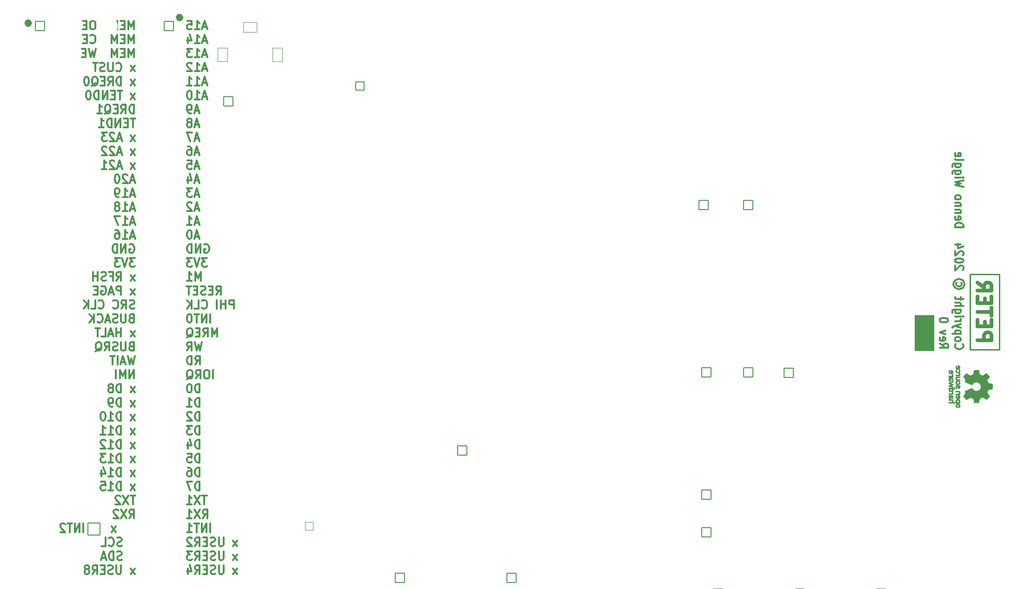
<source format=gbr>
%TF.GenerationSoftware,KiCad,Pcbnew,8.0.4*%
%TF.CreationDate,2024-07-29T15:07:11-07:00*%
%TF.ProjectId,PETER,50455445-522e-46b6-9963-61645f706362,0*%
%TF.SameCoordinates,Original*%
%TF.FileFunction,Legend,Bot*%
%TF.FilePolarity,Positive*%
%FSLAX46Y46*%
G04 Gerber Fmt 4.6, Leading zero omitted, Abs format (unit mm)*
G04 Created by KiCad (PCBNEW 8.0.4) date 2024-07-29 15:07:11*
%MOMM*%
%LPD*%
G01*
G04 APERTURE LIST*
G04 Aperture macros list*
%AMRoundRect*
0 Rectangle with rounded corners*
0 $1 Rounding radius*
0 $2 $3 $4 $5 $6 $7 $8 $9 X,Y pos of 4 corners*
0 Add a 4 corners polygon primitive as box body*
4,1,4,$2,$3,$4,$5,$6,$7,$8,$9,$2,$3,0*
0 Add four circle primitives for the rounded corners*
1,1,$1+$1,$2,$3*
1,1,$1+$1,$4,$5*
1,1,$1+$1,$6,$7*
1,1,$1+$1,$8,$9*
0 Add four rect primitives between the rounded corners*
20,1,$1+$1,$2,$3,$4,$5,0*
20,1,$1+$1,$4,$5,$6,$7,0*
20,1,$1+$1,$6,$7,$8,$9,0*
20,1,$1+$1,$8,$9,$2,$3,0*%
G04 Aperture macros list end*
%ADD10C,0.695000*%
%ADD11C,0.254000*%
%ADD12C,0.120000*%
%ADD13C,0.300000*%
%ADD14C,0.317500*%
%ADD15C,0.635000*%
%ADD16C,0.010000*%
%ADD17C,2.802000*%
%ADD18RoundRect,0.051000X-0.850000X-0.850000X0.850000X-0.850000X0.850000X0.850000X-0.850000X0.850000X0*%
%ADD19O,1.802000X1.802000*%
%ADD20RoundRect,0.051000X0.850000X-0.850000X0.850000X0.850000X-0.850000X0.850000X-0.850000X-0.850000X0*%
%ADD21C,0.752000*%
%ADD22O,1.102000X2.202000*%
%ADD23O,1.102000X1.702000*%
%ADD24RoundRect,0.051000X-1.100000X-1.100000X1.100000X-1.100000X1.100000X1.100000X-1.100000X1.100000X0*%
%ADD25C,2.302000*%
%ADD26C,1.852000*%
%ADD27C,2.202000*%
%ADD28C,1.302000*%
%ADD29RoundRect,0.051000X-1.250000X0.900000X-1.250000X-0.900000X1.250000X-0.900000X1.250000X0.900000X0*%
%ADD30RoundRect,0.051000X-0.900000X1.250000X-0.900000X-1.250000X0.900000X-1.250000X0.900000X1.250000X0*%
%ADD31RoundRect,0.051000X-0.750000X-0.750000X0.750000X-0.750000X0.750000X0.750000X-0.750000X0.750000X0*%
%ADD32C,1.602000*%
%ADD33C,3.102000*%
%ADD34RoundRect,0.051000X0.850000X0.850000X-0.850000X0.850000X-0.850000X-0.850000X0.850000X-0.850000X0*%
%ADD35RoundRect,0.051000X0.754000X0.754000X-0.754000X0.754000X-0.754000X-0.754000X0.754000X-0.754000X0*%
%ADD36C,1.610000*%
%ADD37C,4.318000*%
%ADD38C,2.602000*%
G04 APERTURE END LIST*
D10*
X25798300Y1524000D02*
G75*
G02*
X25103300Y1524000I-347500J0D01*
G01*
X25103300Y1524000D02*
G75*
G02*
X25798300Y1524000I347500J0D01*
G01*
D11*
X169341800Y-45212000D02*
X174675800Y-45212000D01*
X174675800Y-58928000D01*
X169341800Y-58928000D01*
X169341800Y-45212000D01*
D10*
X-1760700Y508000D02*
G75*
G02*
X-2455700Y508000I-347500J0D01*
G01*
X-2455700Y508000D02*
G75*
G02*
X-1760700Y508000I347500J0D01*
G01*
D12*
X159293800Y-52673500D02*
X162737800Y-52673500D01*
X162737800Y-59086500D01*
X159293800Y-59086500D01*
X159293800Y-52673500D01*
G36*
X159293800Y-52673500D02*
G01*
X162737800Y-52673500D01*
X162737800Y-59086500D01*
X159293800Y-59086500D01*
X159293800Y-52673500D01*
G37*
D13*
X17149289Y-642954D02*
X17149289Y937046D01*
X17149289Y937046D02*
X16649289Y-191525D01*
X16649289Y-191525D02*
X16149289Y937046D01*
X16149289Y937046D02*
X16149289Y-642954D01*
X15435003Y184665D02*
X14935003Y184665D01*
X14720717Y-642954D02*
X15435003Y-642954D01*
X15435003Y-642954D02*
X15435003Y937046D01*
X15435003Y937046D02*
X14720717Y937046D01*
X14077860Y-642954D02*
X14077860Y937046D01*
X14077860Y937046D02*
X13577860Y-191525D01*
X13577860Y-191525D02*
X13077860Y937046D01*
X13077860Y937046D02*
X13077860Y-642954D01*
X9792145Y937046D02*
X9506431Y937046D01*
X9506431Y937046D02*
X9363574Y861808D01*
X9363574Y861808D02*
X9220717Y711332D01*
X9220717Y711332D02*
X9149288Y410380D01*
X9149288Y410380D02*
X9149288Y-116287D01*
X9149288Y-116287D02*
X9220717Y-417239D01*
X9220717Y-417239D02*
X9363574Y-567716D01*
X9363574Y-567716D02*
X9506431Y-642954D01*
X9506431Y-642954D02*
X9792145Y-642954D01*
X9792145Y-642954D02*
X9935003Y-567716D01*
X9935003Y-567716D02*
X10077860Y-417239D01*
X10077860Y-417239D02*
X10149288Y-116287D01*
X10149288Y-116287D02*
X10149288Y410380D01*
X10149288Y410380D02*
X10077860Y711332D01*
X10077860Y711332D02*
X9935003Y861808D01*
X9935003Y861808D02*
X9792145Y937046D01*
X8506431Y184665D02*
X8006431Y184665D01*
X7792145Y-642954D02*
X8506431Y-642954D01*
X8506431Y-642954D02*
X8506431Y937046D01*
X8506431Y937046D02*
X7792145Y937046D01*
X17149289Y-3186666D02*
X17149289Y-1606666D01*
X17149289Y-1606666D02*
X16649289Y-2735237D01*
X16649289Y-2735237D02*
X16149289Y-1606666D01*
X16149289Y-1606666D02*
X16149289Y-3186666D01*
X15435003Y-2359047D02*
X14935003Y-2359047D01*
X14720717Y-3186666D02*
X15435003Y-3186666D01*
X15435003Y-3186666D02*
X15435003Y-1606666D01*
X15435003Y-1606666D02*
X14720717Y-1606666D01*
X14077860Y-3186666D02*
X14077860Y-1606666D01*
X14077860Y-1606666D02*
X13577860Y-2735237D01*
X13577860Y-2735237D02*
X13077860Y-1606666D01*
X13077860Y-1606666D02*
X13077860Y-3186666D01*
X9220717Y-3036189D02*
X9292145Y-3111428D01*
X9292145Y-3111428D02*
X9506431Y-3186666D01*
X9506431Y-3186666D02*
X9649288Y-3186666D01*
X9649288Y-3186666D02*
X9863574Y-3111428D01*
X9863574Y-3111428D02*
X10006431Y-2960951D01*
X10006431Y-2960951D02*
X10077860Y-2810475D01*
X10077860Y-2810475D02*
X10149288Y-2509523D01*
X10149288Y-2509523D02*
X10149288Y-2283808D01*
X10149288Y-2283808D02*
X10077860Y-1982856D01*
X10077860Y-1982856D02*
X10006431Y-1832380D01*
X10006431Y-1832380D02*
X9863574Y-1681904D01*
X9863574Y-1681904D02*
X9649288Y-1606666D01*
X9649288Y-1606666D02*
X9506431Y-1606666D01*
X9506431Y-1606666D02*
X9292145Y-1681904D01*
X9292145Y-1681904D02*
X9220717Y-1757142D01*
X8577860Y-2359047D02*
X8077860Y-2359047D01*
X7863574Y-3186666D02*
X8577860Y-3186666D01*
X8577860Y-3186666D02*
X8577860Y-1606666D01*
X8577860Y-1606666D02*
X7863574Y-1606666D01*
X17149289Y-5730378D02*
X17149289Y-4150378D01*
X17149289Y-4150378D02*
X16649289Y-5278949D01*
X16649289Y-5278949D02*
X16149289Y-4150378D01*
X16149289Y-4150378D02*
X16149289Y-5730378D01*
X15435003Y-4902759D02*
X14935003Y-4902759D01*
X14720717Y-5730378D02*
X15435003Y-5730378D01*
X15435003Y-5730378D02*
X15435003Y-4150378D01*
X15435003Y-4150378D02*
X14720717Y-4150378D01*
X14077860Y-5730378D02*
X14077860Y-4150378D01*
X14077860Y-4150378D02*
X13577860Y-5278949D01*
X13577860Y-5278949D02*
X13077860Y-4150378D01*
X13077860Y-4150378D02*
X13077860Y-5730378D01*
X10220717Y-4150378D02*
X9863574Y-5730378D01*
X9863574Y-5730378D02*
X9577860Y-4601806D01*
X9577860Y-4601806D02*
X9292145Y-5730378D01*
X9292145Y-5730378D02*
X8935003Y-4150378D01*
X8363574Y-4902759D02*
X7863574Y-4902759D01*
X7649288Y-5730378D02*
X8363574Y-5730378D01*
X8363574Y-5730378D02*
X8363574Y-4150378D01*
X8363574Y-4150378D02*
X7649288Y-4150378D01*
X17292146Y-8274090D02*
X16506432Y-7220756D01*
X17292146Y-7220756D02*
X16506432Y-8274090D01*
X13935003Y-8123613D02*
X14006431Y-8198852D01*
X14006431Y-8198852D02*
X14220717Y-8274090D01*
X14220717Y-8274090D02*
X14363574Y-8274090D01*
X14363574Y-8274090D02*
X14577860Y-8198852D01*
X14577860Y-8198852D02*
X14720717Y-8048375D01*
X14720717Y-8048375D02*
X14792146Y-7897899D01*
X14792146Y-7897899D02*
X14863574Y-7596947D01*
X14863574Y-7596947D02*
X14863574Y-7371232D01*
X14863574Y-7371232D02*
X14792146Y-7070280D01*
X14792146Y-7070280D02*
X14720717Y-6919804D01*
X14720717Y-6919804D02*
X14577860Y-6769328D01*
X14577860Y-6769328D02*
X14363574Y-6694090D01*
X14363574Y-6694090D02*
X14220717Y-6694090D01*
X14220717Y-6694090D02*
X14006431Y-6769328D01*
X14006431Y-6769328D02*
X13935003Y-6844566D01*
X13292146Y-6694090D02*
X13292146Y-7973137D01*
X13292146Y-7973137D02*
X13220717Y-8123613D01*
X13220717Y-8123613D02*
X13149289Y-8198852D01*
X13149289Y-8198852D02*
X13006431Y-8274090D01*
X13006431Y-8274090D02*
X12720717Y-8274090D01*
X12720717Y-8274090D02*
X12577860Y-8198852D01*
X12577860Y-8198852D02*
X12506431Y-8123613D01*
X12506431Y-8123613D02*
X12435003Y-7973137D01*
X12435003Y-7973137D02*
X12435003Y-6694090D01*
X11792145Y-8198852D02*
X11577860Y-8274090D01*
X11577860Y-8274090D02*
X11220717Y-8274090D01*
X11220717Y-8274090D02*
X11077860Y-8198852D01*
X11077860Y-8198852D02*
X11006431Y-8123613D01*
X11006431Y-8123613D02*
X10935002Y-7973137D01*
X10935002Y-7973137D02*
X10935002Y-7822661D01*
X10935002Y-7822661D02*
X11006431Y-7672185D01*
X11006431Y-7672185D02*
X11077860Y-7596947D01*
X11077860Y-7596947D02*
X11220717Y-7521709D01*
X11220717Y-7521709D02*
X11506431Y-7446471D01*
X11506431Y-7446471D02*
X11649288Y-7371232D01*
X11649288Y-7371232D02*
X11720717Y-7295994D01*
X11720717Y-7295994D02*
X11792145Y-7145518D01*
X11792145Y-7145518D02*
X11792145Y-6995042D01*
X11792145Y-6995042D02*
X11720717Y-6844566D01*
X11720717Y-6844566D02*
X11649288Y-6769328D01*
X11649288Y-6769328D02*
X11506431Y-6694090D01*
X11506431Y-6694090D02*
X11149288Y-6694090D01*
X11149288Y-6694090D02*
X10935002Y-6769328D01*
X10506431Y-6694090D02*
X9649289Y-6694090D01*
X10077860Y-8274090D02*
X10077860Y-6694090D01*
X17292146Y-10817802D02*
X16506432Y-9764468D01*
X17292146Y-9764468D02*
X16506432Y-10817802D01*
X14792146Y-10817802D02*
X14792146Y-9237802D01*
X14792146Y-9237802D02*
X14435003Y-9237802D01*
X14435003Y-9237802D02*
X14220717Y-9313040D01*
X14220717Y-9313040D02*
X14077860Y-9463516D01*
X14077860Y-9463516D02*
X14006431Y-9613992D01*
X14006431Y-9613992D02*
X13935003Y-9914944D01*
X13935003Y-9914944D02*
X13935003Y-10140659D01*
X13935003Y-10140659D02*
X14006431Y-10441611D01*
X14006431Y-10441611D02*
X14077860Y-10592087D01*
X14077860Y-10592087D02*
X14220717Y-10742564D01*
X14220717Y-10742564D02*
X14435003Y-10817802D01*
X14435003Y-10817802D02*
X14792146Y-10817802D01*
X12435003Y-10817802D02*
X12935003Y-10065421D01*
X13292146Y-10817802D02*
X13292146Y-9237802D01*
X13292146Y-9237802D02*
X12720717Y-9237802D01*
X12720717Y-9237802D02*
X12577860Y-9313040D01*
X12577860Y-9313040D02*
X12506431Y-9388278D01*
X12506431Y-9388278D02*
X12435003Y-9538754D01*
X12435003Y-9538754D02*
X12435003Y-9764468D01*
X12435003Y-9764468D02*
X12506431Y-9914944D01*
X12506431Y-9914944D02*
X12577860Y-9990183D01*
X12577860Y-9990183D02*
X12720717Y-10065421D01*
X12720717Y-10065421D02*
X13292146Y-10065421D01*
X11792146Y-9990183D02*
X11292146Y-9990183D01*
X11077860Y-10817802D02*
X11792146Y-10817802D01*
X11792146Y-10817802D02*
X11792146Y-9237802D01*
X11792146Y-9237802D02*
X11077860Y-9237802D01*
X9435003Y-10968278D02*
X9577860Y-10893040D01*
X9577860Y-10893040D02*
X9720717Y-10742564D01*
X9720717Y-10742564D02*
X9935003Y-10516849D01*
X9935003Y-10516849D02*
X10077860Y-10441611D01*
X10077860Y-10441611D02*
X10220717Y-10441611D01*
X10149288Y-10817802D02*
X10292146Y-10742564D01*
X10292146Y-10742564D02*
X10435003Y-10592087D01*
X10435003Y-10592087D02*
X10506431Y-10291135D01*
X10506431Y-10291135D02*
X10506431Y-9764468D01*
X10506431Y-9764468D02*
X10435003Y-9463516D01*
X10435003Y-9463516D02*
X10292146Y-9313040D01*
X10292146Y-9313040D02*
X10149288Y-9237802D01*
X10149288Y-9237802D02*
X9863574Y-9237802D01*
X9863574Y-9237802D02*
X9720717Y-9313040D01*
X9720717Y-9313040D02*
X9577860Y-9463516D01*
X9577860Y-9463516D02*
X9506431Y-9764468D01*
X9506431Y-9764468D02*
X9506431Y-10291135D01*
X9506431Y-10291135D02*
X9577860Y-10592087D01*
X9577860Y-10592087D02*
X9720717Y-10742564D01*
X9720717Y-10742564D02*
X9863574Y-10817802D01*
X9863574Y-10817802D02*
X10149288Y-10817802D01*
X8577859Y-9237802D02*
X8435002Y-9237802D01*
X8435002Y-9237802D02*
X8292145Y-9313040D01*
X8292145Y-9313040D02*
X8220717Y-9388278D01*
X8220717Y-9388278D02*
X8149288Y-9538754D01*
X8149288Y-9538754D02*
X8077859Y-9839706D01*
X8077859Y-9839706D02*
X8077859Y-10215897D01*
X8077859Y-10215897D02*
X8149288Y-10516849D01*
X8149288Y-10516849D02*
X8220717Y-10667325D01*
X8220717Y-10667325D02*
X8292145Y-10742564D01*
X8292145Y-10742564D02*
X8435002Y-10817802D01*
X8435002Y-10817802D02*
X8577859Y-10817802D01*
X8577859Y-10817802D02*
X8720717Y-10742564D01*
X8720717Y-10742564D02*
X8792145Y-10667325D01*
X8792145Y-10667325D02*
X8863574Y-10516849D01*
X8863574Y-10516849D02*
X8935002Y-10215897D01*
X8935002Y-10215897D02*
X8935002Y-9839706D01*
X8935002Y-9839706D02*
X8863574Y-9538754D01*
X8863574Y-9538754D02*
X8792145Y-9388278D01*
X8792145Y-9388278D02*
X8720717Y-9313040D01*
X8720717Y-9313040D02*
X8577859Y-9237802D01*
X17292146Y-13361514D02*
X16506432Y-12308180D01*
X17292146Y-12308180D02*
X16506432Y-13361514D01*
X15006431Y-11781514D02*
X14149289Y-11781514D01*
X14577860Y-13361514D02*
X14577860Y-11781514D01*
X13649289Y-12533895D02*
X13149289Y-12533895D01*
X12935003Y-13361514D02*
X13649289Y-13361514D01*
X13649289Y-13361514D02*
X13649289Y-11781514D01*
X13649289Y-11781514D02*
X12935003Y-11781514D01*
X12292146Y-13361514D02*
X12292146Y-11781514D01*
X12292146Y-11781514D02*
X11435003Y-13361514D01*
X11435003Y-13361514D02*
X11435003Y-11781514D01*
X10720717Y-13361514D02*
X10720717Y-11781514D01*
X10720717Y-11781514D02*
X10363574Y-11781514D01*
X10363574Y-11781514D02*
X10149288Y-11856752D01*
X10149288Y-11856752D02*
X10006431Y-12007228D01*
X10006431Y-12007228D02*
X9935002Y-12157704D01*
X9935002Y-12157704D02*
X9863574Y-12458656D01*
X9863574Y-12458656D02*
X9863574Y-12684371D01*
X9863574Y-12684371D02*
X9935002Y-12985323D01*
X9935002Y-12985323D02*
X10006431Y-13135799D01*
X10006431Y-13135799D02*
X10149288Y-13286276D01*
X10149288Y-13286276D02*
X10363574Y-13361514D01*
X10363574Y-13361514D02*
X10720717Y-13361514D01*
X8935002Y-11781514D02*
X8792145Y-11781514D01*
X8792145Y-11781514D02*
X8649288Y-11856752D01*
X8649288Y-11856752D02*
X8577860Y-11931990D01*
X8577860Y-11931990D02*
X8506431Y-12082466D01*
X8506431Y-12082466D02*
X8435002Y-12383418D01*
X8435002Y-12383418D02*
X8435002Y-12759609D01*
X8435002Y-12759609D02*
X8506431Y-13060561D01*
X8506431Y-13060561D02*
X8577860Y-13211037D01*
X8577860Y-13211037D02*
X8649288Y-13286276D01*
X8649288Y-13286276D02*
X8792145Y-13361514D01*
X8792145Y-13361514D02*
X8935002Y-13361514D01*
X8935002Y-13361514D02*
X9077860Y-13286276D01*
X9077860Y-13286276D02*
X9149288Y-13211037D01*
X9149288Y-13211037D02*
X9220717Y-13060561D01*
X9220717Y-13060561D02*
X9292145Y-12759609D01*
X9292145Y-12759609D02*
X9292145Y-12383418D01*
X9292145Y-12383418D02*
X9220717Y-12082466D01*
X9220717Y-12082466D02*
X9149288Y-11931990D01*
X9149288Y-11931990D02*
X9077860Y-11856752D01*
X9077860Y-11856752D02*
X8935002Y-11781514D01*
X17149289Y-15905226D02*
X17149289Y-14325226D01*
X17149289Y-14325226D02*
X16792146Y-14325226D01*
X16792146Y-14325226D02*
X16577860Y-14400464D01*
X16577860Y-14400464D02*
X16435003Y-14550940D01*
X16435003Y-14550940D02*
X16363574Y-14701416D01*
X16363574Y-14701416D02*
X16292146Y-15002368D01*
X16292146Y-15002368D02*
X16292146Y-15228083D01*
X16292146Y-15228083D02*
X16363574Y-15529035D01*
X16363574Y-15529035D02*
X16435003Y-15679511D01*
X16435003Y-15679511D02*
X16577860Y-15829988D01*
X16577860Y-15829988D02*
X16792146Y-15905226D01*
X16792146Y-15905226D02*
X17149289Y-15905226D01*
X14792146Y-15905226D02*
X15292146Y-15152845D01*
X15649289Y-15905226D02*
X15649289Y-14325226D01*
X15649289Y-14325226D02*
X15077860Y-14325226D01*
X15077860Y-14325226D02*
X14935003Y-14400464D01*
X14935003Y-14400464D02*
X14863574Y-14475702D01*
X14863574Y-14475702D02*
X14792146Y-14626178D01*
X14792146Y-14626178D02*
X14792146Y-14851892D01*
X14792146Y-14851892D02*
X14863574Y-15002368D01*
X14863574Y-15002368D02*
X14935003Y-15077607D01*
X14935003Y-15077607D02*
X15077860Y-15152845D01*
X15077860Y-15152845D02*
X15649289Y-15152845D01*
X14149289Y-15077607D02*
X13649289Y-15077607D01*
X13435003Y-15905226D02*
X14149289Y-15905226D01*
X14149289Y-15905226D02*
X14149289Y-14325226D01*
X14149289Y-14325226D02*
X13435003Y-14325226D01*
X11792146Y-16055702D02*
X11935003Y-15980464D01*
X11935003Y-15980464D02*
X12077860Y-15829988D01*
X12077860Y-15829988D02*
X12292146Y-15604273D01*
X12292146Y-15604273D02*
X12435003Y-15529035D01*
X12435003Y-15529035D02*
X12577860Y-15529035D01*
X12506431Y-15905226D02*
X12649289Y-15829988D01*
X12649289Y-15829988D02*
X12792146Y-15679511D01*
X12792146Y-15679511D02*
X12863574Y-15378559D01*
X12863574Y-15378559D02*
X12863574Y-14851892D01*
X12863574Y-14851892D02*
X12792146Y-14550940D01*
X12792146Y-14550940D02*
X12649289Y-14400464D01*
X12649289Y-14400464D02*
X12506431Y-14325226D01*
X12506431Y-14325226D02*
X12220717Y-14325226D01*
X12220717Y-14325226D02*
X12077860Y-14400464D01*
X12077860Y-14400464D02*
X11935003Y-14550940D01*
X11935003Y-14550940D02*
X11863574Y-14851892D01*
X11863574Y-14851892D02*
X11863574Y-15378559D01*
X11863574Y-15378559D02*
X11935003Y-15679511D01*
X11935003Y-15679511D02*
X12077860Y-15829988D01*
X12077860Y-15829988D02*
X12220717Y-15905226D01*
X12220717Y-15905226D02*
X12506431Y-15905226D01*
X10435002Y-15905226D02*
X11292145Y-15905226D01*
X10863574Y-15905226D02*
X10863574Y-14325226D01*
X10863574Y-14325226D02*
X11006431Y-14550940D01*
X11006431Y-14550940D02*
X11149288Y-14701416D01*
X11149288Y-14701416D02*
X11292145Y-14776654D01*
X17363574Y-16868938D02*
X16506432Y-16868938D01*
X16935003Y-18448938D02*
X16935003Y-16868938D01*
X16006432Y-17621319D02*
X15506432Y-17621319D01*
X15292146Y-18448938D02*
X16006432Y-18448938D01*
X16006432Y-18448938D02*
X16006432Y-16868938D01*
X16006432Y-16868938D02*
X15292146Y-16868938D01*
X14649289Y-18448938D02*
X14649289Y-16868938D01*
X14649289Y-16868938D02*
X13792146Y-18448938D01*
X13792146Y-18448938D02*
X13792146Y-16868938D01*
X13077860Y-18448938D02*
X13077860Y-16868938D01*
X13077860Y-16868938D02*
X12720717Y-16868938D01*
X12720717Y-16868938D02*
X12506431Y-16944176D01*
X12506431Y-16944176D02*
X12363574Y-17094652D01*
X12363574Y-17094652D02*
X12292145Y-17245128D01*
X12292145Y-17245128D02*
X12220717Y-17546080D01*
X12220717Y-17546080D02*
X12220717Y-17771795D01*
X12220717Y-17771795D02*
X12292145Y-18072747D01*
X12292145Y-18072747D02*
X12363574Y-18223223D01*
X12363574Y-18223223D02*
X12506431Y-18373700D01*
X12506431Y-18373700D02*
X12720717Y-18448938D01*
X12720717Y-18448938D02*
X13077860Y-18448938D01*
X10792145Y-18448938D02*
X11649288Y-18448938D01*
X11220717Y-18448938D02*
X11220717Y-16868938D01*
X11220717Y-16868938D02*
X11363574Y-17094652D01*
X11363574Y-17094652D02*
X11506431Y-17245128D01*
X11506431Y-17245128D02*
X11649288Y-17320366D01*
X17292146Y-20992650D02*
X16506432Y-19939316D01*
X17292146Y-19939316D02*
X16506432Y-20992650D01*
X14863574Y-20541221D02*
X14149289Y-20541221D01*
X15006431Y-20992650D02*
X14506431Y-19412650D01*
X14506431Y-19412650D02*
X14006431Y-20992650D01*
X13577860Y-19563126D02*
X13506432Y-19487888D01*
X13506432Y-19487888D02*
X13363575Y-19412650D01*
X13363575Y-19412650D02*
X13006432Y-19412650D01*
X13006432Y-19412650D02*
X12863575Y-19487888D01*
X12863575Y-19487888D02*
X12792146Y-19563126D01*
X12792146Y-19563126D02*
X12720717Y-19713602D01*
X12720717Y-19713602D02*
X12720717Y-19864078D01*
X12720717Y-19864078D02*
X12792146Y-20089792D01*
X12792146Y-20089792D02*
X13649289Y-20992650D01*
X13649289Y-20992650D02*
X12720717Y-20992650D01*
X12220718Y-19412650D02*
X11292146Y-19412650D01*
X11292146Y-19412650D02*
X11792146Y-20014554D01*
X11792146Y-20014554D02*
X11577861Y-20014554D01*
X11577861Y-20014554D02*
X11435004Y-20089792D01*
X11435004Y-20089792D02*
X11363575Y-20165031D01*
X11363575Y-20165031D02*
X11292146Y-20315507D01*
X11292146Y-20315507D02*
X11292146Y-20691697D01*
X11292146Y-20691697D02*
X11363575Y-20842173D01*
X11363575Y-20842173D02*
X11435004Y-20917412D01*
X11435004Y-20917412D02*
X11577861Y-20992650D01*
X11577861Y-20992650D02*
X12006432Y-20992650D01*
X12006432Y-20992650D02*
X12149289Y-20917412D01*
X12149289Y-20917412D02*
X12220718Y-20842173D01*
X17292146Y-23536362D02*
X16506432Y-22483028D01*
X17292146Y-22483028D02*
X16506432Y-23536362D01*
X14863574Y-23084933D02*
X14149289Y-23084933D01*
X15006431Y-23536362D02*
X14506431Y-21956362D01*
X14506431Y-21956362D02*
X14006431Y-23536362D01*
X13577860Y-22106838D02*
X13506432Y-22031600D01*
X13506432Y-22031600D02*
X13363575Y-21956362D01*
X13363575Y-21956362D02*
X13006432Y-21956362D01*
X13006432Y-21956362D02*
X12863575Y-22031600D01*
X12863575Y-22031600D02*
X12792146Y-22106838D01*
X12792146Y-22106838D02*
X12720717Y-22257314D01*
X12720717Y-22257314D02*
X12720717Y-22407790D01*
X12720717Y-22407790D02*
X12792146Y-22633504D01*
X12792146Y-22633504D02*
X13649289Y-23536362D01*
X13649289Y-23536362D02*
X12720717Y-23536362D01*
X12149289Y-22106838D02*
X12077861Y-22031600D01*
X12077861Y-22031600D02*
X11935004Y-21956362D01*
X11935004Y-21956362D02*
X11577861Y-21956362D01*
X11577861Y-21956362D02*
X11435004Y-22031600D01*
X11435004Y-22031600D02*
X11363575Y-22106838D01*
X11363575Y-22106838D02*
X11292146Y-22257314D01*
X11292146Y-22257314D02*
X11292146Y-22407790D01*
X11292146Y-22407790D02*
X11363575Y-22633504D01*
X11363575Y-22633504D02*
X12220718Y-23536362D01*
X12220718Y-23536362D02*
X11292146Y-23536362D01*
X17292146Y-26080074D02*
X16506432Y-25026740D01*
X17292146Y-25026740D02*
X16506432Y-26080074D01*
X14863574Y-25628645D02*
X14149289Y-25628645D01*
X15006431Y-26080074D02*
X14506431Y-24500074D01*
X14506431Y-24500074D02*
X14006431Y-26080074D01*
X13577860Y-24650550D02*
X13506432Y-24575312D01*
X13506432Y-24575312D02*
X13363575Y-24500074D01*
X13363575Y-24500074D02*
X13006432Y-24500074D01*
X13006432Y-24500074D02*
X12863575Y-24575312D01*
X12863575Y-24575312D02*
X12792146Y-24650550D01*
X12792146Y-24650550D02*
X12720717Y-24801026D01*
X12720717Y-24801026D02*
X12720717Y-24951502D01*
X12720717Y-24951502D02*
X12792146Y-25177216D01*
X12792146Y-25177216D02*
X13649289Y-26080074D01*
X13649289Y-26080074D02*
X12720717Y-26080074D01*
X11292146Y-26080074D02*
X12149289Y-26080074D01*
X11720718Y-26080074D02*
X11720718Y-24500074D01*
X11720718Y-24500074D02*
X11863575Y-24725788D01*
X11863575Y-24725788D02*
X12006432Y-24876264D01*
X12006432Y-24876264D02*
X12149289Y-24951502D01*
X17220717Y-28172357D02*
X16506432Y-28172357D01*
X17363574Y-28623786D02*
X16863574Y-27043786D01*
X16863574Y-27043786D02*
X16363574Y-28623786D01*
X15935003Y-27194262D02*
X15863575Y-27119024D01*
X15863575Y-27119024D02*
X15720718Y-27043786D01*
X15720718Y-27043786D02*
X15363575Y-27043786D01*
X15363575Y-27043786D02*
X15220718Y-27119024D01*
X15220718Y-27119024D02*
X15149289Y-27194262D01*
X15149289Y-27194262D02*
X15077860Y-27344738D01*
X15077860Y-27344738D02*
X15077860Y-27495214D01*
X15077860Y-27495214D02*
X15149289Y-27720928D01*
X15149289Y-27720928D02*
X16006432Y-28623786D01*
X16006432Y-28623786D02*
X15077860Y-28623786D01*
X14149289Y-27043786D02*
X14006432Y-27043786D01*
X14006432Y-27043786D02*
X13863575Y-27119024D01*
X13863575Y-27119024D02*
X13792147Y-27194262D01*
X13792147Y-27194262D02*
X13720718Y-27344738D01*
X13720718Y-27344738D02*
X13649289Y-27645690D01*
X13649289Y-27645690D02*
X13649289Y-28021881D01*
X13649289Y-28021881D02*
X13720718Y-28322833D01*
X13720718Y-28322833D02*
X13792147Y-28473309D01*
X13792147Y-28473309D02*
X13863575Y-28548548D01*
X13863575Y-28548548D02*
X14006432Y-28623786D01*
X14006432Y-28623786D02*
X14149289Y-28623786D01*
X14149289Y-28623786D02*
X14292147Y-28548548D01*
X14292147Y-28548548D02*
X14363575Y-28473309D01*
X14363575Y-28473309D02*
X14435004Y-28322833D01*
X14435004Y-28322833D02*
X14506432Y-28021881D01*
X14506432Y-28021881D02*
X14506432Y-27645690D01*
X14506432Y-27645690D02*
X14435004Y-27344738D01*
X14435004Y-27344738D02*
X14363575Y-27194262D01*
X14363575Y-27194262D02*
X14292147Y-27119024D01*
X14292147Y-27119024D02*
X14149289Y-27043786D01*
X17220717Y-30716069D02*
X16506432Y-30716069D01*
X17363574Y-31167498D02*
X16863574Y-29587498D01*
X16863574Y-29587498D02*
X16363574Y-31167498D01*
X15077860Y-31167498D02*
X15935003Y-31167498D01*
X15506432Y-31167498D02*
X15506432Y-29587498D01*
X15506432Y-29587498D02*
X15649289Y-29813212D01*
X15649289Y-29813212D02*
X15792146Y-29963688D01*
X15792146Y-29963688D02*
X15935003Y-30038926D01*
X14363575Y-31167498D02*
X14077861Y-31167498D01*
X14077861Y-31167498D02*
X13935004Y-31092260D01*
X13935004Y-31092260D02*
X13863575Y-31017021D01*
X13863575Y-31017021D02*
X13720718Y-30791307D01*
X13720718Y-30791307D02*
X13649289Y-30490355D01*
X13649289Y-30490355D02*
X13649289Y-29888450D01*
X13649289Y-29888450D02*
X13720718Y-29737974D01*
X13720718Y-29737974D02*
X13792147Y-29662736D01*
X13792147Y-29662736D02*
X13935004Y-29587498D01*
X13935004Y-29587498D02*
X14220718Y-29587498D01*
X14220718Y-29587498D02*
X14363575Y-29662736D01*
X14363575Y-29662736D02*
X14435004Y-29737974D01*
X14435004Y-29737974D02*
X14506432Y-29888450D01*
X14506432Y-29888450D02*
X14506432Y-30264640D01*
X14506432Y-30264640D02*
X14435004Y-30415117D01*
X14435004Y-30415117D02*
X14363575Y-30490355D01*
X14363575Y-30490355D02*
X14220718Y-30565593D01*
X14220718Y-30565593D02*
X13935004Y-30565593D01*
X13935004Y-30565593D02*
X13792147Y-30490355D01*
X13792147Y-30490355D02*
X13720718Y-30415117D01*
X13720718Y-30415117D02*
X13649289Y-30264640D01*
X17220717Y-33259781D02*
X16506432Y-33259781D01*
X17363574Y-33711210D02*
X16863574Y-32131210D01*
X16863574Y-32131210D02*
X16363574Y-33711210D01*
X15077860Y-33711210D02*
X15935003Y-33711210D01*
X15506432Y-33711210D02*
X15506432Y-32131210D01*
X15506432Y-32131210D02*
X15649289Y-32356924D01*
X15649289Y-32356924D02*
X15792146Y-32507400D01*
X15792146Y-32507400D02*
X15935003Y-32582638D01*
X14220718Y-32808352D02*
X14363575Y-32733114D01*
X14363575Y-32733114D02*
X14435004Y-32657876D01*
X14435004Y-32657876D02*
X14506432Y-32507400D01*
X14506432Y-32507400D02*
X14506432Y-32432162D01*
X14506432Y-32432162D02*
X14435004Y-32281686D01*
X14435004Y-32281686D02*
X14363575Y-32206448D01*
X14363575Y-32206448D02*
X14220718Y-32131210D01*
X14220718Y-32131210D02*
X13935004Y-32131210D01*
X13935004Y-32131210D02*
X13792147Y-32206448D01*
X13792147Y-32206448D02*
X13720718Y-32281686D01*
X13720718Y-32281686D02*
X13649289Y-32432162D01*
X13649289Y-32432162D02*
X13649289Y-32507400D01*
X13649289Y-32507400D02*
X13720718Y-32657876D01*
X13720718Y-32657876D02*
X13792147Y-32733114D01*
X13792147Y-32733114D02*
X13935004Y-32808352D01*
X13935004Y-32808352D02*
X14220718Y-32808352D01*
X14220718Y-32808352D02*
X14363575Y-32883591D01*
X14363575Y-32883591D02*
X14435004Y-32958829D01*
X14435004Y-32958829D02*
X14506432Y-33109305D01*
X14506432Y-33109305D02*
X14506432Y-33410257D01*
X14506432Y-33410257D02*
X14435004Y-33560733D01*
X14435004Y-33560733D02*
X14363575Y-33635972D01*
X14363575Y-33635972D02*
X14220718Y-33711210D01*
X14220718Y-33711210D02*
X13935004Y-33711210D01*
X13935004Y-33711210D02*
X13792147Y-33635972D01*
X13792147Y-33635972D02*
X13720718Y-33560733D01*
X13720718Y-33560733D02*
X13649289Y-33410257D01*
X13649289Y-33410257D02*
X13649289Y-33109305D01*
X13649289Y-33109305D02*
X13720718Y-32958829D01*
X13720718Y-32958829D02*
X13792147Y-32883591D01*
X13792147Y-32883591D02*
X13935004Y-32808352D01*
X17220717Y-35803493D02*
X16506432Y-35803493D01*
X17363574Y-36254922D02*
X16863574Y-34674922D01*
X16863574Y-34674922D02*
X16363574Y-36254922D01*
X15077860Y-36254922D02*
X15935003Y-36254922D01*
X15506432Y-36254922D02*
X15506432Y-34674922D01*
X15506432Y-34674922D02*
X15649289Y-34900636D01*
X15649289Y-34900636D02*
X15792146Y-35051112D01*
X15792146Y-35051112D02*
X15935003Y-35126350D01*
X14577861Y-34674922D02*
X13577861Y-34674922D01*
X13577861Y-34674922D02*
X14220718Y-36254922D01*
X17220717Y-38347205D02*
X16506432Y-38347205D01*
X17363574Y-38798634D02*
X16863574Y-37218634D01*
X16863574Y-37218634D02*
X16363574Y-38798634D01*
X15077860Y-38798634D02*
X15935003Y-38798634D01*
X15506432Y-38798634D02*
X15506432Y-37218634D01*
X15506432Y-37218634D02*
X15649289Y-37444348D01*
X15649289Y-37444348D02*
X15792146Y-37594824D01*
X15792146Y-37594824D02*
X15935003Y-37670062D01*
X13792147Y-37218634D02*
X14077861Y-37218634D01*
X14077861Y-37218634D02*
X14220718Y-37293872D01*
X14220718Y-37293872D02*
X14292147Y-37369110D01*
X14292147Y-37369110D02*
X14435004Y-37594824D01*
X14435004Y-37594824D02*
X14506432Y-37895776D01*
X14506432Y-37895776D02*
X14506432Y-38497681D01*
X14506432Y-38497681D02*
X14435004Y-38648157D01*
X14435004Y-38648157D02*
X14363575Y-38723396D01*
X14363575Y-38723396D02*
X14220718Y-38798634D01*
X14220718Y-38798634D02*
X13935004Y-38798634D01*
X13935004Y-38798634D02*
X13792147Y-38723396D01*
X13792147Y-38723396D02*
X13720718Y-38648157D01*
X13720718Y-38648157D02*
X13649289Y-38497681D01*
X13649289Y-38497681D02*
X13649289Y-38121491D01*
X13649289Y-38121491D02*
X13720718Y-37971015D01*
X13720718Y-37971015D02*
X13792147Y-37895776D01*
X13792147Y-37895776D02*
X13935004Y-37820538D01*
X13935004Y-37820538D02*
X14220718Y-37820538D01*
X14220718Y-37820538D02*
X14363575Y-37895776D01*
X14363575Y-37895776D02*
X14435004Y-37971015D01*
X14435004Y-37971015D02*
X14506432Y-38121491D01*
X16363574Y-39837584D02*
X16506432Y-39762346D01*
X16506432Y-39762346D02*
X16720717Y-39762346D01*
X16720717Y-39762346D02*
X16935003Y-39837584D01*
X16935003Y-39837584D02*
X17077860Y-39988060D01*
X17077860Y-39988060D02*
X17149289Y-40138536D01*
X17149289Y-40138536D02*
X17220717Y-40439488D01*
X17220717Y-40439488D02*
X17220717Y-40665203D01*
X17220717Y-40665203D02*
X17149289Y-40966155D01*
X17149289Y-40966155D02*
X17077860Y-41116631D01*
X17077860Y-41116631D02*
X16935003Y-41267108D01*
X16935003Y-41267108D02*
X16720717Y-41342346D01*
X16720717Y-41342346D02*
X16577860Y-41342346D01*
X16577860Y-41342346D02*
X16363574Y-41267108D01*
X16363574Y-41267108D02*
X16292146Y-41191869D01*
X16292146Y-41191869D02*
X16292146Y-40665203D01*
X16292146Y-40665203D02*
X16577860Y-40665203D01*
X15649289Y-41342346D02*
X15649289Y-39762346D01*
X15649289Y-39762346D02*
X14792146Y-41342346D01*
X14792146Y-41342346D02*
X14792146Y-39762346D01*
X14077860Y-41342346D02*
X14077860Y-39762346D01*
X14077860Y-39762346D02*
X13720717Y-39762346D01*
X13720717Y-39762346D02*
X13506431Y-39837584D01*
X13506431Y-39837584D02*
X13363574Y-39988060D01*
X13363574Y-39988060D02*
X13292145Y-40138536D01*
X13292145Y-40138536D02*
X13220717Y-40439488D01*
X13220717Y-40439488D02*
X13220717Y-40665203D01*
X13220717Y-40665203D02*
X13292145Y-40966155D01*
X13292145Y-40966155D02*
X13363574Y-41116631D01*
X13363574Y-41116631D02*
X13506431Y-41267108D01*
X13506431Y-41267108D02*
X13720717Y-41342346D01*
X13720717Y-41342346D02*
X14077860Y-41342346D01*
X17292146Y-42306058D02*
X16363574Y-42306058D01*
X16363574Y-42306058D02*
X16863574Y-42907962D01*
X16863574Y-42907962D02*
X16649289Y-42907962D01*
X16649289Y-42907962D02*
X16506432Y-42983200D01*
X16506432Y-42983200D02*
X16435003Y-43058439D01*
X16435003Y-43058439D02*
X16363574Y-43208915D01*
X16363574Y-43208915D02*
X16363574Y-43585105D01*
X16363574Y-43585105D02*
X16435003Y-43735581D01*
X16435003Y-43735581D02*
X16506432Y-43810820D01*
X16506432Y-43810820D02*
X16649289Y-43886058D01*
X16649289Y-43886058D02*
X17077860Y-43886058D01*
X17077860Y-43886058D02*
X17220717Y-43810820D01*
X17220717Y-43810820D02*
X17292146Y-43735581D01*
X15935003Y-42306058D02*
X15435003Y-43886058D01*
X15435003Y-43886058D02*
X14935003Y-42306058D01*
X14577861Y-42306058D02*
X13649289Y-42306058D01*
X13649289Y-42306058D02*
X14149289Y-42907962D01*
X14149289Y-42907962D02*
X13935004Y-42907962D01*
X13935004Y-42907962D02*
X13792147Y-42983200D01*
X13792147Y-42983200D02*
X13720718Y-43058439D01*
X13720718Y-43058439D02*
X13649289Y-43208915D01*
X13649289Y-43208915D02*
X13649289Y-43585105D01*
X13649289Y-43585105D02*
X13720718Y-43735581D01*
X13720718Y-43735581D02*
X13792147Y-43810820D01*
X13792147Y-43810820D02*
X13935004Y-43886058D01*
X13935004Y-43886058D02*
X14363575Y-43886058D01*
X14363575Y-43886058D02*
X14506432Y-43810820D01*
X14506432Y-43810820D02*
X14577861Y-43735581D01*
X17292146Y-46429770D02*
X16506432Y-45376436D01*
X17292146Y-45376436D02*
X16506432Y-46429770D01*
X13935003Y-46429770D02*
X14435003Y-45677389D01*
X14792146Y-46429770D02*
X14792146Y-44849770D01*
X14792146Y-44849770D02*
X14220717Y-44849770D01*
X14220717Y-44849770D02*
X14077860Y-44925008D01*
X14077860Y-44925008D02*
X14006431Y-45000246D01*
X14006431Y-45000246D02*
X13935003Y-45150722D01*
X13935003Y-45150722D02*
X13935003Y-45376436D01*
X13935003Y-45376436D02*
X14006431Y-45526912D01*
X14006431Y-45526912D02*
X14077860Y-45602151D01*
X14077860Y-45602151D02*
X14220717Y-45677389D01*
X14220717Y-45677389D02*
X14792146Y-45677389D01*
X12792146Y-45602151D02*
X13292146Y-45602151D01*
X13292146Y-46429770D02*
X13292146Y-44849770D01*
X13292146Y-44849770D02*
X12577860Y-44849770D01*
X12077860Y-46354532D02*
X11863575Y-46429770D01*
X11863575Y-46429770D02*
X11506432Y-46429770D01*
X11506432Y-46429770D02*
X11363575Y-46354532D01*
X11363575Y-46354532D02*
X11292146Y-46279293D01*
X11292146Y-46279293D02*
X11220717Y-46128817D01*
X11220717Y-46128817D02*
X11220717Y-45978341D01*
X11220717Y-45978341D02*
X11292146Y-45827865D01*
X11292146Y-45827865D02*
X11363575Y-45752627D01*
X11363575Y-45752627D02*
X11506432Y-45677389D01*
X11506432Y-45677389D02*
X11792146Y-45602151D01*
X11792146Y-45602151D02*
X11935003Y-45526912D01*
X11935003Y-45526912D02*
X12006432Y-45451674D01*
X12006432Y-45451674D02*
X12077860Y-45301198D01*
X12077860Y-45301198D02*
X12077860Y-45150722D01*
X12077860Y-45150722D02*
X12006432Y-45000246D01*
X12006432Y-45000246D02*
X11935003Y-44925008D01*
X11935003Y-44925008D02*
X11792146Y-44849770D01*
X11792146Y-44849770D02*
X11435003Y-44849770D01*
X11435003Y-44849770D02*
X11220717Y-44925008D01*
X10577861Y-46429770D02*
X10577861Y-44849770D01*
X10577861Y-45602151D02*
X9720718Y-45602151D01*
X9720718Y-46429770D02*
X9720718Y-44849770D01*
X17292146Y-48973482D02*
X16506432Y-47920148D01*
X17292146Y-47920148D02*
X16506432Y-48973482D01*
X14792146Y-48973482D02*
X14792146Y-47393482D01*
X14792146Y-47393482D02*
X14220717Y-47393482D01*
X14220717Y-47393482D02*
X14077860Y-47468720D01*
X14077860Y-47468720D02*
X14006431Y-47543958D01*
X14006431Y-47543958D02*
X13935003Y-47694434D01*
X13935003Y-47694434D02*
X13935003Y-47920148D01*
X13935003Y-47920148D02*
X14006431Y-48070624D01*
X14006431Y-48070624D02*
X14077860Y-48145863D01*
X14077860Y-48145863D02*
X14220717Y-48221101D01*
X14220717Y-48221101D02*
X14792146Y-48221101D01*
X13363574Y-48522053D02*
X12649289Y-48522053D01*
X13506431Y-48973482D02*
X13006431Y-47393482D01*
X13006431Y-47393482D02*
X12506431Y-48973482D01*
X11220717Y-47468720D02*
X11363575Y-47393482D01*
X11363575Y-47393482D02*
X11577860Y-47393482D01*
X11577860Y-47393482D02*
X11792146Y-47468720D01*
X11792146Y-47468720D02*
X11935003Y-47619196D01*
X11935003Y-47619196D02*
X12006432Y-47769672D01*
X12006432Y-47769672D02*
X12077860Y-48070624D01*
X12077860Y-48070624D02*
X12077860Y-48296339D01*
X12077860Y-48296339D02*
X12006432Y-48597291D01*
X12006432Y-48597291D02*
X11935003Y-48747767D01*
X11935003Y-48747767D02*
X11792146Y-48898244D01*
X11792146Y-48898244D02*
X11577860Y-48973482D01*
X11577860Y-48973482D02*
X11435003Y-48973482D01*
X11435003Y-48973482D02*
X11220717Y-48898244D01*
X11220717Y-48898244D02*
X11149289Y-48823005D01*
X11149289Y-48823005D02*
X11149289Y-48296339D01*
X11149289Y-48296339D02*
X11435003Y-48296339D01*
X10506432Y-48145863D02*
X10006432Y-48145863D01*
X9792146Y-48973482D02*
X10506432Y-48973482D01*
X10506432Y-48973482D02*
X10506432Y-47393482D01*
X10506432Y-47393482D02*
X9792146Y-47393482D01*
X17220717Y-51441956D02*
X17006432Y-51517194D01*
X17006432Y-51517194D02*
X16649289Y-51517194D01*
X16649289Y-51517194D02*
X16506432Y-51441956D01*
X16506432Y-51441956D02*
X16435003Y-51366717D01*
X16435003Y-51366717D02*
X16363574Y-51216241D01*
X16363574Y-51216241D02*
X16363574Y-51065765D01*
X16363574Y-51065765D02*
X16435003Y-50915289D01*
X16435003Y-50915289D02*
X16506432Y-50840051D01*
X16506432Y-50840051D02*
X16649289Y-50764813D01*
X16649289Y-50764813D02*
X16935003Y-50689575D01*
X16935003Y-50689575D02*
X17077860Y-50614336D01*
X17077860Y-50614336D02*
X17149289Y-50539098D01*
X17149289Y-50539098D02*
X17220717Y-50388622D01*
X17220717Y-50388622D02*
X17220717Y-50238146D01*
X17220717Y-50238146D02*
X17149289Y-50087670D01*
X17149289Y-50087670D02*
X17077860Y-50012432D01*
X17077860Y-50012432D02*
X16935003Y-49937194D01*
X16935003Y-49937194D02*
X16577860Y-49937194D01*
X16577860Y-49937194D02*
X16363574Y-50012432D01*
X14863575Y-51517194D02*
X15363575Y-50764813D01*
X15720718Y-51517194D02*
X15720718Y-49937194D01*
X15720718Y-49937194D02*
X15149289Y-49937194D01*
X15149289Y-49937194D02*
X15006432Y-50012432D01*
X15006432Y-50012432D02*
X14935003Y-50087670D01*
X14935003Y-50087670D02*
X14863575Y-50238146D01*
X14863575Y-50238146D02*
X14863575Y-50463860D01*
X14863575Y-50463860D02*
X14935003Y-50614336D01*
X14935003Y-50614336D02*
X15006432Y-50689575D01*
X15006432Y-50689575D02*
X15149289Y-50764813D01*
X15149289Y-50764813D02*
X15720718Y-50764813D01*
X13363575Y-51366717D02*
X13435003Y-51441956D01*
X13435003Y-51441956D02*
X13649289Y-51517194D01*
X13649289Y-51517194D02*
X13792146Y-51517194D01*
X13792146Y-51517194D02*
X14006432Y-51441956D01*
X14006432Y-51441956D02*
X14149289Y-51291479D01*
X14149289Y-51291479D02*
X14220718Y-51141003D01*
X14220718Y-51141003D02*
X14292146Y-50840051D01*
X14292146Y-50840051D02*
X14292146Y-50614336D01*
X14292146Y-50614336D02*
X14220718Y-50313384D01*
X14220718Y-50313384D02*
X14149289Y-50162908D01*
X14149289Y-50162908D02*
X14006432Y-50012432D01*
X14006432Y-50012432D02*
X13792146Y-49937194D01*
X13792146Y-49937194D02*
X13649289Y-49937194D01*
X13649289Y-49937194D02*
X13435003Y-50012432D01*
X13435003Y-50012432D02*
X13363575Y-50087670D01*
X10720718Y-51366717D02*
X10792146Y-51441956D01*
X10792146Y-51441956D02*
X11006432Y-51517194D01*
X11006432Y-51517194D02*
X11149289Y-51517194D01*
X11149289Y-51517194D02*
X11363575Y-51441956D01*
X11363575Y-51441956D02*
X11506432Y-51291479D01*
X11506432Y-51291479D02*
X11577861Y-51141003D01*
X11577861Y-51141003D02*
X11649289Y-50840051D01*
X11649289Y-50840051D02*
X11649289Y-50614336D01*
X11649289Y-50614336D02*
X11577861Y-50313384D01*
X11577861Y-50313384D02*
X11506432Y-50162908D01*
X11506432Y-50162908D02*
X11363575Y-50012432D01*
X11363575Y-50012432D02*
X11149289Y-49937194D01*
X11149289Y-49937194D02*
X11006432Y-49937194D01*
X11006432Y-49937194D02*
X10792146Y-50012432D01*
X10792146Y-50012432D02*
X10720718Y-50087670D01*
X9363575Y-51517194D02*
X10077861Y-51517194D01*
X10077861Y-51517194D02*
X10077861Y-49937194D01*
X8863575Y-51517194D02*
X8863575Y-49937194D01*
X8006432Y-51517194D02*
X8649289Y-50614336D01*
X8006432Y-49937194D02*
X8863575Y-50840051D01*
X16649289Y-53233287D02*
X16435003Y-53308525D01*
X16435003Y-53308525D02*
X16363574Y-53383763D01*
X16363574Y-53383763D02*
X16292146Y-53534239D01*
X16292146Y-53534239D02*
X16292146Y-53759953D01*
X16292146Y-53759953D02*
X16363574Y-53910429D01*
X16363574Y-53910429D02*
X16435003Y-53985668D01*
X16435003Y-53985668D02*
X16577860Y-54060906D01*
X16577860Y-54060906D02*
X17149289Y-54060906D01*
X17149289Y-54060906D02*
X17149289Y-52480906D01*
X17149289Y-52480906D02*
X16649289Y-52480906D01*
X16649289Y-52480906D02*
X16506432Y-52556144D01*
X16506432Y-52556144D02*
X16435003Y-52631382D01*
X16435003Y-52631382D02*
X16363574Y-52781858D01*
X16363574Y-52781858D02*
X16363574Y-52932334D01*
X16363574Y-52932334D02*
X16435003Y-53082810D01*
X16435003Y-53082810D02*
X16506432Y-53158048D01*
X16506432Y-53158048D02*
X16649289Y-53233287D01*
X16649289Y-53233287D02*
X17149289Y-53233287D01*
X15649289Y-52480906D02*
X15649289Y-53759953D01*
X15649289Y-53759953D02*
X15577860Y-53910429D01*
X15577860Y-53910429D02*
X15506432Y-53985668D01*
X15506432Y-53985668D02*
X15363574Y-54060906D01*
X15363574Y-54060906D02*
X15077860Y-54060906D01*
X15077860Y-54060906D02*
X14935003Y-53985668D01*
X14935003Y-53985668D02*
X14863574Y-53910429D01*
X14863574Y-53910429D02*
X14792146Y-53759953D01*
X14792146Y-53759953D02*
X14792146Y-52480906D01*
X14149288Y-53985668D02*
X13935003Y-54060906D01*
X13935003Y-54060906D02*
X13577860Y-54060906D01*
X13577860Y-54060906D02*
X13435003Y-53985668D01*
X13435003Y-53985668D02*
X13363574Y-53910429D01*
X13363574Y-53910429D02*
X13292145Y-53759953D01*
X13292145Y-53759953D02*
X13292145Y-53609477D01*
X13292145Y-53609477D02*
X13363574Y-53459001D01*
X13363574Y-53459001D02*
X13435003Y-53383763D01*
X13435003Y-53383763D02*
X13577860Y-53308525D01*
X13577860Y-53308525D02*
X13863574Y-53233287D01*
X13863574Y-53233287D02*
X14006431Y-53158048D01*
X14006431Y-53158048D02*
X14077860Y-53082810D01*
X14077860Y-53082810D02*
X14149288Y-52932334D01*
X14149288Y-52932334D02*
X14149288Y-52781858D01*
X14149288Y-52781858D02*
X14077860Y-52631382D01*
X14077860Y-52631382D02*
X14006431Y-52556144D01*
X14006431Y-52556144D02*
X13863574Y-52480906D01*
X13863574Y-52480906D02*
X13506431Y-52480906D01*
X13506431Y-52480906D02*
X13292145Y-52556144D01*
X12720717Y-53609477D02*
X12006432Y-53609477D01*
X12863574Y-54060906D02*
X12363574Y-52480906D01*
X12363574Y-52480906D02*
X11863574Y-54060906D01*
X10506432Y-53910429D02*
X10577860Y-53985668D01*
X10577860Y-53985668D02*
X10792146Y-54060906D01*
X10792146Y-54060906D02*
X10935003Y-54060906D01*
X10935003Y-54060906D02*
X11149289Y-53985668D01*
X11149289Y-53985668D02*
X11292146Y-53835191D01*
X11292146Y-53835191D02*
X11363575Y-53684715D01*
X11363575Y-53684715D02*
X11435003Y-53383763D01*
X11435003Y-53383763D02*
X11435003Y-53158048D01*
X11435003Y-53158048D02*
X11363575Y-52857096D01*
X11363575Y-52857096D02*
X11292146Y-52706620D01*
X11292146Y-52706620D02*
X11149289Y-52556144D01*
X11149289Y-52556144D02*
X10935003Y-52480906D01*
X10935003Y-52480906D02*
X10792146Y-52480906D01*
X10792146Y-52480906D02*
X10577860Y-52556144D01*
X10577860Y-52556144D02*
X10506432Y-52631382D01*
X9863575Y-54060906D02*
X9863575Y-52480906D01*
X9006432Y-54060906D02*
X9649289Y-53158048D01*
X9006432Y-52480906D02*
X9863575Y-53383763D01*
X17292146Y-56604618D02*
X16506432Y-55551284D01*
X17292146Y-55551284D02*
X16506432Y-56604618D01*
X14792146Y-56604618D02*
X14792146Y-55024618D01*
X14792146Y-55776999D02*
X13935003Y-55776999D01*
X13935003Y-56604618D02*
X13935003Y-55024618D01*
X13292145Y-56153189D02*
X12577860Y-56153189D01*
X13435002Y-56604618D02*
X12935002Y-55024618D01*
X12935002Y-55024618D02*
X12435002Y-56604618D01*
X11220717Y-56604618D02*
X11935003Y-56604618D01*
X11935003Y-56604618D02*
X11935003Y-55024618D01*
X10935002Y-55024618D02*
X10077860Y-55024618D01*
X10506431Y-56604618D02*
X10506431Y-55024618D01*
X16649289Y-58320711D02*
X16435003Y-58395949D01*
X16435003Y-58395949D02*
X16363574Y-58471187D01*
X16363574Y-58471187D02*
X16292146Y-58621663D01*
X16292146Y-58621663D02*
X16292146Y-58847377D01*
X16292146Y-58847377D02*
X16363574Y-58997853D01*
X16363574Y-58997853D02*
X16435003Y-59073092D01*
X16435003Y-59073092D02*
X16577860Y-59148330D01*
X16577860Y-59148330D02*
X17149289Y-59148330D01*
X17149289Y-59148330D02*
X17149289Y-57568330D01*
X17149289Y-57568330D02*
X16649289Y-57568330D01*
X16649289Y-57568330D02*
X16506432Y-57643568D01*
X16506432Y-57643568D02*
X16435003Y-57718806D01*
X16435003Y-57718806D02*
X16363574Y-57869282D01*
X16363574Y-57869282D02*
X16363574Y-58019758D01*
X16363574Y-58019758D02*
X16435003Y-58170234D01*
X16435003Y-58170234D02*
X16506432Y-58245472D01*
X16506432Y-58245472D02*
X16649289Y-58320711D01*
X16649289Y-58320711D02*
X17149289Y-58320711D01*
X15649289Y-57568330D02*
X15649289Y-58847377D01*
X15649289Y-58847377D02*
X15577860Y-58997853D01*
X15577860Y-58997853D02*
X15506432Y-59073092D01*
X15506432Y-59073092D02*
X15363574Y-59148330D01*
X15363574Y-59148330D02*
X15077860Y-59148330D01*
X15077860Y-59148330D02*
X14935003Y-59073092D01*
X14935003Y-59073092D02*
X14863574Y-58997853D01*
X14863574Y-58997853D02*
X14792146Y-58847377D01*
X14792146Y-58847377D02*
X14792146Y-57568330D01*
X14149288Y-59073092D02*
X13935003Y-59148330D01*
X13935003Y-59148330D02*
X13577860Y-59148330D01*
X13577860Y-59148330D02*
X13435003Y-59073092D01*
X13435003Y-59073092D02*
X13363574Y-58997853D01*
X13363574Y-58997853D02*
X13292145Y-58847377D01*
X13292145Y-58847377D02*
X13292145Y-58696901D01*
X13292145Y-58696901D02*
X13363574Y-58546425D01*
X13363574Y-58546425D02*
X13435003Y-58471187D01*
X13435003Y-58471187D02*
X13577860Y-58395949D01*
X13577860Y-58395949D02*
X13863574Y-58320711D01*
X13863574Y-58320711D02*
X14006431Y-58245472D01*
X14006431Y-58245472D02*
X14077860Y-58170234D01*
X14077860Y-58170234D02*
X14149288Y-58019758D01*
X14149288Y-58019758D02*
X14149288Y-57869282D01*
X14149288Y-57869282D02*
X14077860Y-57718806D01*
X14077860Y-57718806D02*
X14006431Y-57643568D01*
X14006431Y-57643568D02*
X13863574Y-57568330D01*
X13863574Y-57568330D02*
X13506431Y-57568330D01*
X13506431Y-57568330D02*
X13292145Y-57643568D01*
X11792146Y-59148330D02*
X12292146Y-58395949D01*
X12649289Y-59148330D02*
X12649289Y-57568330D01*
X12649289Y-57568330D02*
X12077860Y-57568330D01*
X12077860Y-57568330D02*
X11935003Y-57643568D01*
X11935003Y-57643568D02*
X11863574Y-57718806D01*
X11863574Y-57718806D02*
X11792146Y-57869282D01*
X11792146Y-57869282D02*
X11792146Y-58094996D01*
X11792146Y-58094996D02*
X11863574Y-58245472D01*
X11863574Y-58245472D02*
X11935003Y-58320711D01*
X11935003Y-58320711D02*
X12077860Y-58395949D01*
X12077860Y-58395949D02*
X12649289Y-58395949D01*
X10149289Y-59298806D02*
X10292146Y-59223568D01*
X10292146Y-59223568D02*
X10435003Y-59073092D01*
X10435003Y-59073092D02*
X10649289Y-58847377D01*
X10649289Y-58847377D02*
X10792146Y-58772139D01*
X10792146Y-58772139D02*
X10935003Y-58772139D01*
X10863574Y-59148330D02*
X11006432Y-59073092D01*
X11006432Y-59073092D02*
X11149289Y-58922615D01*
X11149289Y-58922615D02*
X11220717Y-58621663D01*
X11220717Y-58621663D02*
X11220717Y-58094996D01*
X11220717Y-58094996D02*
X11149289Y-57794044D01*
X11149289Y-57794044D02*
X11006432Y-57643568D01*
X11006432Y-57643568D02*
X10863574Y-57568330D01*
X10863574Y-57568330D02*
X10577860Y-57568330D01*
X10577860Y-57568330D02*
X10435003Y-57643568D01*
X10435003Y-57643568D02*
X10292146Y-57794044D01*
X10292146Y-57794044D02*
X10220717Y-58094996D01*
X10220717Y-58094996D02*
X10220717Y-58621663D01*
X10220717Y-58621663D02*
X10292146Y-58922615D01*
X10292146Y-58922615D02*
X10435003Y-59073092D01*
X10435003Y-59073092D02*
X10577860Y-59148330D01*
X10577860Y-59148330D02*
X10863574Y-59148330D01*
X17292146Y-60112042D02*
X16935003Y-61692042D01*
X16935003Y-61692042D02*
X16649289Y-60563470D01*
X16649289Y-60563470D02*
X16363574Y-61692042D01*
X16363574Y-61692042D02*
X16006432Y-60112042D01*
X15506431Y-61240613D02*
X14792146Y-61240613D01*
X15649288Y-61692042D02*
X15149288Y-60112042D01*
X15149288Y-60112042D02*
X14649288Y-61692042D01*
X14149289Y-61692042D02*
X14149289Y-60112042D01*
X13649288Y-60112042D02*
X12792146Y-60112042D01*
X13220717Y-61692042D02*
X13220717Y-60112042D01*
X17149289Y-64235754D02*
X17149289Y-62655754D01*
X17149289Y-62655754D02*
X16292146Y-64235754D01*
X16292146Y-64235754D02*
X16292146Y-62655754D01*
X15577860Y-64235754D02*
X15577860Y-62655754D01*
X15577860Y-62655754D02*
X15077860Y-63784325D01*
X15077860Y-63784325D02*
X14577860Y-62655754D01*
X14577860Y-62655754D02*
X14577860Y-64235754D01*
X13863574Y-64235754D02*
X13863574Y-62655754D01*
X17292146Y-66779466D02*
X16506432Y-65726132D01*
X17292146Y-65726132D02*
X16506432Y-66779466D01*
X14792146Y-66779466D02*
X14792146Y-65199466D01*
X14792146Y-65199466D02*
X14435003Y-65199466D01*
X14435003Y-65199466D02*
X14220717Y-65274704D01*
X14220717Y-65274704D02*
X14077860Y-65425180D01*
X14077860Y-65425180D02*
X14006431Y-65575656D01*
X14006431Y-65575656D02*
X13935003Y-65876608D01*
X13935003Y-65876608D02*
X13935003Y-66102323D01*
X13935003Y-66102323D02*
X14006431Y-66403275D01*
X14006431Y-66403275D02*
X14077860Y-66553751D01*
X14077860Y-66553751D02*
X14220717Y-66704228D01*
X14220717Y-66704228D02*
X14435003Y-66779466D01*
X14435003Y-66779466D02*
X14792146Y-66779466D01*
X13077860Y-65876608D02*
X13220717Y-65801370D01*
X13220717Y-65801370D02*
X13292146Y-65726132D01*
X13292146Y-65726132D02*
X13363574Y-65575656D01*
X13363574Y-65575656D02*
X13363574Y-65500418D01*
X13363574Y-65500418D02*
X13292146Y-65349942D01*
X13292146Y-65349942D02*
X13220717Y-65274704D01*
X13220717Y-65274704D02*
X13077860Y-65199466D01*
X13077860Y-65199466D02*
X12792146Y-65199466D01*
X12792146Y-65199466D02*
X12649289Y-65274704D01*
X12649289Y-65274704D02*
X12577860Y-65349942D01*
X12577860Y-65349942D02*
X12506431Y-65500418D01*
X12506431Y-65500418D02*
X12506431Y-65575656D01*
X12506431Y-65575656D02*
X12577860Y-65726132D01*
X12577860Y-65726132D02*
X12649289Y-65801370D01*
X12649289Y-65801370D02*
X12792146Y-65876608D01*
X12792146Y-65876608D02*
X13077860Y-65876608D01*
X13077860Y-65876608D02*
X13220717Y-65951847D01*
X13220717Y-65951847D02*
X13292146Y-66027085D01*
X13292146Y-66027085D02*
X13363574Y-66177561D01*
X13363574Y-66177561D02*
X13363574Y-66478513D01*
X13363574Y-66478513D02*
X13292146Y-66628989D01*
X13292146Y-66628989D02*
X13220717Y-66704228D01*
X13220717Y-66704228D02*
X13077860Y-66779466D01*
X13077860Y-66779466D02*
X12792146Y-66779466D01*
X12792146Y-66779466D02*
X12649289Y-66704228D01*
X12649289Y-66704228D02*
X12577860Y-66628989D01*
X12577860Y-66628989D02*
X12506431Y-66478513D01*
X12506431Y-66478513D02*
X12506431Y-66177561D01*
X12506431Y-66177561D02*
X12577860Y-66027085D01*
X12577860Y-66027085D02*
X12649289Y-65951847D01*
X12649289Y-65951847D02*
X12792146Y-65876608D01*
X17292146Y-69323178D02*
X16506432Y-68269844D01*
X17292146Y-68269844D02*
X16506432Y-69323178D01*
X14792146Y-69323178D02*
X14792146Y-67743178D01*
X14792146Y-67743178D02*
X14435003Y-67743178D01*
X14435003Y-67743178D02*
X14220717Y-67818416D01*
X14220717Y-67818416D02*
X14077860Y-67968892D01*
X14077860Y-67968892D02*
X14006431Y-68119368D01*
X14006431Y-68119368D02*
X13935003Y-68420320D01*
X13935003Y-68420320D02*
X13935003Y-68646035D01*
X13935003Y-68646035D02*
X14006431Y-68946987D01*
X14006431Y-68946987D02*
X14077860Y-69097463D01*
X14077860Y-69097463D02*
X14220717Y-69247940D01*
X14220717Y-69247940D02*
X14435003Y-69323178D01*
X14435003Y-69323178D02*
X14792146Y-69323178D01*
X13220717Y-69323178D02*
X12935003Y-69323178D01*
X12935003Y-69323178D02*
X12792146Y-69247940D01*
X12792146Y-69247940D02*
X12720717Y-69172701D01*
X12720717Y-69172701D02*
X12577860Y-68946987D01*
X12577860Y-68946987D02*
X12506431Y-68646035D01*
X12506431Y-68646035D02*
X12506431Y-68044130D01*
X12506431Y-68044130D02*
X12577860Y-67893654D01*
X12577860Y-67893654D02*
X12649289Y-67818416D01*
X12649289Y-67818416D02*
X12792146Y-67743178D01*
X12792146Y-67743178D02*
X13077860Y-67743178D01*
X13077860Y-67743178D02*
X13220717Y-67818416D01*
X13220717Y-67818416D02*
X13292146Y-67893654D01*
X13292146Y-67893654D02*
X13363574Y-68044130D01*
X13363574Y-68044130D02*
X13363574Y-68420320D01*
X13363574Y-68420320D02*
X13292146Y-68570797D01*
X13292146Y-68570797D02*
X13220717Y-68646035D01*
X13220717Y-68646035D02*
X13077860Y-68721273D01*
X13077860Y-68721273D02*
X12792146Y-68721273D01*
X12792146Y-68721273D02*
X12649289Y-68646035D01*
X12649289Y-68646035D02*
X12577860Y-68570797D01*
X12577860Y-68570797D02*
X12506431Y-68420320D01*
X17292146Y-71866890D02*
X16506432Y-70813556D01*
X17292146Y-70813556D02*
X16506432Y-71866890D01*
X14792146Y-71866890D02*
X14792146Y-70286890D01*
X14792146Y-70286890D02*
X14435003Y-70286890D01*
X14435003Y-70286890D02*
X14220717Y-70362128D01*
X14220717Y-70362128D02*
X14077860Y-70512604D01*
X14077860Y-70512604D02*
X14006431Y-70663080D01*
X14006431Y-70663080D02*
X13935003Y-70964032D01*
X13935003Y-70964032D02*
X13935003Y-71189747D01*
X13935003Y-71189747D02*
X14006431Y-71490699D01*
X14006431Y-71490699D02*
X14077860Y-71641175D01*
X14077860Y-71641175D02*
X14220717Y-71791652D01*
X14220717Y-71791652D02*
X14435003Y-71866890D01*
X14435003Y-71866890D02*
X14792146Y-71866890D01*
X12506431Y-71866890D02*
X13363574Y-71866890D01*
X12935003Y-71866890D02*
X12935003Y-70286890D01*
X12935003Y-70286890D02*
X13077860Y-70512604D01*
X13077860Y-70512604D02*
X13220717Y-70663080D01*
X13220717Y-70663080D02*
X13363574Y-70738318D01*
X11577860Y-70286890D02*
X11435003Y-70286890D01*
X11435003Y-70286890D02*
X11292146Y-70362128D01*
X11292146Y-70362128D02*
X11220718Y-70437366D01*
X11220718Y-70437366D02*
X11149289Y-70587842D01*
X11149289Y-70587842D02*
X11077860Y-70888794D01*
X11077860Y-70888794D02*
X11077860Y-71264985D01*
X11077860Y-71264985D02*
X11149289Y-71565937D01*
X11149289Y-71565937D02*
X11220718Y-71716413D01*
X11220718Y-71716413D02*
X11292146Y-71791652D01*
X11292146Y-71791652D02*
X11435003Y-71866890D01*
X11435003Y-71866890D02*
X11577860Y-71866890D01*
X11577860Y-71866890D02*
X11720718Y-71791652D01*
X11720718Y-71791652D02*
X11792146Y-71716413D01*
X11792146Y-71716413D02*
X11863575Y-71565937D01*
X11863575Y-71565937D02*
X11935003Y-71264985D01*
X11935003Y-71264985D02*
X11935003Y-70888794D01*
X11935003Y-70888794D02*
X11863575Y-70587842D01*
X11863575Y-70587842D02*
X11792146Y-70437366D01*
X11792146Y-70437366D02*
X11720718Y-70362128D01*
X11720718Y-70362128D02*
X11577860Y-70286890D01*
X17292146Y-74410602D02*
X16506432Y-73357268D01*
X17292146Y-73357268D02*
X16506432Y-74410602D01*
X14792146Y-74410602D02*
X14792146Y-72830602D01*
X14792146Y-72830602D02*
X14435003Y-72830602D01*
X14435003Y-72830602D02*
X14220717Y-72905840D01*
X14220717Y-72905840D02*
X14077860Y-73056316D01*
X14077860Y-73056316D02*
X14006431Y-73206792D01*
X14006431Y-73206792D02*
X13935003Y-73507744D01*
X13935003Y-73507744D02*
X13935003Y-73733459D01*
X13935003Y-73733459D02*
X14006431Y-74034411D01*
X14006431Y-74034411D02*
X14077860Y-74184887D01*
X14077860Y-74184887D02*
X14220717Y-74335364D01*
X14220717Y-74335364D02*
X14435003Y-74410602D01*
X14435003Y-74410602D02*
X14792146Y-74410602D01*
X12506431Y-74410602D02*
X13363574Y-74410602D01*
X12935003Y-74410602D02*
X12935003Y-72830602D01*
X12935003Y-72830602D02*
X13077860Y-73056316D01*
X13077860Y-73056316D02*
X13220717Y-73206792D01*
X13220717Y-73206792D02*
X13363574Y-73282030D01*
X11077860Y-74410602D02*
X11935003Y-74410602D01*
X11506432Y-74410602D02*
X11506432Y-72830602D01*
X11506432Y-72830602D02*
X11649289Y-73056316D01*
X11649289Y-73056316D02*
X11792146Y-73206792D01*
X11792146Y-73206792D02*
X11935003Y-73282030D01*
X17292146Y-76954314D02*
X16506432Y-75900980D01*
X17292146Y-75900980D02*
X16506432Y-76954314D01*
X14792146Y-76954314D02*
X14792146Y-75374314D01*
X14792146Y-75374314D02*
X14435003Y-75374314D01*
X14435003Y-75374314D02*
X14220717Y-75449552D01*
X14220717Y-75449552D02*
X14077860Y-75600028D01*
X14077860Y-75600028D02*
X14006431Y-75750504D01*
X14006431Y-75750504D02*
X13935003Y-76051456D01*
X13935003Y-76051456D02*
X13935003Y-76277171D01*
X13935003Y-76277171D02*
X14006431Y-76578123D01*
X14006431Y-76578123D02*
X14077860Y-76728599D01*
X14077860Y-76728599D02*
X14220717Y-76879076D01*
X14220717Y-76879076D02*
X14435003Y-76954314D01*
X14435003Y-76954314D02*
X14792146Y-76954314D01*
X12506431Y-76954314D02*
X13363574Y-76954314D01*
X12935003Y-76954314D02*
X12935003Y-75374314D01*
X12935003Y-75374314D02*
X13077860Y-75600028D01*
X13077860Y-75600028D02*
X13220717Y-75750504D01*
X13220717Y-75750504D02*
X13363574Y-75825742D01*
X11935003Y-75524790D02*
X11863575Y-75449552D01*
X11863575Y-75449552D02*
X11720718Y-75374314D01*
X11720718Y-75374314D02*
X11363575Y-75374314D01*
X11363575Y-75374314D02*
X11220718Y-75449552D01*
X11220718Y-75449552D02*
X11149289Y-75524790D01*
X11149289Y-75524790D02*
X11077860Y-75675266D01*
X11077860Y-75675266D02*
X11077860Y-75825742D01*
X11077860Y-75825742D02*
X11149289Y-76051456D01*
X11149289Y-76051456D02*
X12006432Y-76954314D01*
X12006432Y-76954314D02*
X11077860Y-76954314D01*
X17292146Y-79498026D02*
X16506432Y-78444692D01*
X17292146Y-78444692D02*
X16506432Y-79498026D01*
X14792146Y-79498026D02*
X14792146Y-77918026D01*
X14792146Y-77918026D02*
X14435003Y-77918026D01*
X14435003Y-77918026D02*
X14220717Y-77993264D01*
X14220717Y-77993264D02*
X14077860Y-78143740D01*
X14077860Y-78143740D02*
X14006431Y-78294216D01*
X14006431Y-78294216D02*
X13935003Y-78595168D01*
X13935003Y-78595168D02*
X13935003Y-78820883D01*
X13935003Y-78820883D02*
X14006431Y-79121835D01*
X14006431Y-79121835D02*
X14077860Y-79272311D01*
X14077860Y-79272311D02*
X14220717Y-79422788D01*
X14220717Y-79422788D02*
X14435003Y-79498026D01*
X14435003Y-79498026D02*
X14792146Y-79498026D01*
X12506431Y-79498026D02*
X13363574Y-79498026D01*
X12935003Y-79498026D02*
X12935003Y-77918026D01*
X12935003Y-77918026D02*
X13077860Y-78143740D01*
X13077860Y-78143740D02*
X13220717Y-78294216D01*
X13220717Y-78294216D02*
X13363574Y-78369454D01*
X12006432Y-77918026D02*
X11077860Y-77918026D01*
X11077860Y-77918026D02*
X11577860Y-78519930D01*
X11577860Y-78519930D02*
X11363575Y-78519930D01*
X11363575Y-78519930D02*
X11220718Y-78595168D01*
X11220718Y-78595168D02*
X11149289Y-78670407D01*
X11149289Y-78670407D02*
X11077860Y-78820883D01*
X11077860Y-78820883D02*
X11077860Y-79197073D01*
X11077860Y-79197073D02*
X11149289Y-79347549D01*
X11149289Y-79347549D02*
X11220718Y-79422788D01*
X11220718Y-79422788D02*
X11363575Y-79498026D01*
X11363575Y-79498026D02*
X11792146Y-79498026D01*
X11792146Y-79498026D02*
X11935003Y-79422788D01*
X11935003Y-79422788D02*
X12006432Y-79347549D01*
X17292146Y-82041738D02*
X16506432Y-80988404D01*
X17292146Y-80988404D02*
X16506432Y-82041738D01*
X14792146Y-82041738D02*
X14792146Y-80461738D01*
X14792146Y-80461738D02*
X14435003Y-80461738D01*
X14435003Y-80461738D02*
X14220717Y-80536976D01*
X14220717Y-80536976D02*
X14077860Y-80687452D01*
X14077860Y-80687452D02*
X14006431Y-80837928D01*
X14006431Y-80837928D02*
X13935003Y-81138880D01*
X13935003Y-81138880D02*
X13935003Y-81364595D01*
X13935003Y-81364595D02*
X14006431Y-81665547D01*
X14006431Y-81665547D02*
X14077860Y-81816023D01*
X14077860Y-81816023D02*
X14220717Y-81966500D01*
X14220717Y-81966500D02*
X14435003Y-82041738D01*
X14435003Y-82041738D02*
X14792146Y-82041738D01*
X12506431Y-82041738D02*
X13363574Y-82041738D01*
X12935003Y-82041738D02*
X12935003Y-80461738D01*
X12935003Y-80461738D02*
X13077860Y-80687452D01*
X13077860Y-80687452D02*
X13220717Y-80837928D01*
X13220717Y-80837928D02*
X13363574Y-80913166D01*
X11220718Y-80988404D02*
X11220718Y-82041738D01*
X11577860Y-80386500D02*
X11935003Y-81515071D01*
X11935003Y-81515071D02*
X11006432Y-81515071D01*
X17292146Y-84585450D02*
X16506432Y-83532116D01*
X17292146Y-83532116D02*
X16506432Y-84585450D01*
X14792146Y-84585450D02*
X14792146Y-83005450D01*
X14792146Y-83005450D02*
X14435003Y-83005450D01*
X14435003Y-83005450D02*
X14220717Y-83080688D01*
X14220717Y-83080688D02*
X14077860Y-83231164D01*
X14077860Y-83231164D02*
X14006431Y-83381640D01*
X14006431Y-83381640D02*
X13935003Y-83682592D01*
X13935003Y-83682592D02*
X13935003Y-83908307D01*
X13935003Y-83908307D02*
X14006431Y-84209259D01*
X14006431Y-84209259D02*
X14077860Y-84359735D01*
X14077860Y-84359735D02*
X14220717Y-84510212D01*
X14220717Y-84510212D02*
X14435003Y-84585450D01*
X14435003Y-84585450D02*
X14792146Y-84585450D01*
X12506431Y-84585450D02*
X13363574Y-84585450D01*
X12935003Y-84585450D02*
X12935003Y-83005450D01*
X12935003Y-83005450D02*
X13077860Y-83231164D01*
X13077860Y-83231164D02*
X13220717Y-83381640D01*
X13220717Y-83381640D02*
X13363574Y-83456878D01*
X11149289Y-83005450D02*
X11863575Y-83005450D01*
X11863575Y-83005450D02*
X11935003Y-83757831D01*
X11935003Y-83757831D02*
X11863575Y-83682592D01*
X11863575Y-83682592D02*
X11720718Y-83607354D01*
X11720718Y-83607354D02*
X11363575Y-83607354D01*
X11363575Y-83607354D02*
X11220718Y-83682592D01*
X11220718Y-83682592D02*
X11149289Y-83757831D01*
X11149289Y-83757831D02*
X11077860Y-83908307D01*
X11077860Y-83908307D02*
X11077860Y-84284497D01*
X11077860Y-84284497D02*
X11149289Y-84434973D01*
X11149289Y-84434973D02*
X11220718Y-84510212D01*
X11220718Y-84510212D02*
X11363575Y-84585450D01*
X11363575Y-84585450D02*
X11720718Y-84585450D01*
X11720718Y-84585450D02*
X11863575Y-84510212D01*
X11863575Y-84510212D02*
X11935003Y-84434973D01*
X17363574Y-85549162D02*
X16506432Y-85549162D01*
X16935003Y-87129162D02*
X16935003Y-85549162D01*
X16149289Y-85549162D02*
X15149289Y-87129162D01*
X15149289Y-85549162D02*
X16149289Y-87129162D01*
X14649289Y-85699638D02*
X14577861Y-85624400D01*
X14577861Y-85624400D02*
X14435004Y-85549162D01*
X14435004Y-85549162D02*
X14077861Y-85549162D01*
X14077861Y-85549162D02*
X13935004Y-85624400D01*
X13935004Y-85624400D02*
X13863575Y-85699638D01*
X13863575Y-85699638D02*
X13792146Y-85850114D01*
X13792146Y-85850114D02*
X13792146Y-86000590D01*
X13792146Y-86000590D02*
X13863575Y-86226304D01*
X13863575Y-86226304D02*
X14720718Y-87129162D01*
X14720718Y-87129162D02*
X13792146Y-87129162D01*
X16292146Y-89672874D02*
X16792146Y-88920493D01*
X17149289Y-89672874D02*
X17149289Y-88092874D01*
X17149289Y-88092874D02*
X16577860Y-88092874D01*
X16577860Y-88092874D02*
X16435003Y-88168112D01*
X16435003Y-88168112D02*
X16363574Y-88243350D01*
X16363574Y-88243350D02*
X16292146Y-88393826D01*
X16292146Y-88393826D02*
X16292146Y-88619540D01*
X16292146Y-88619540D02*
X16363574Y-88770016D01*
X16363574Y-88770016D02*
X16435003Y-88845255D01*
X16435003Y-88845255D02*
X16577860Y-88920493D01*
X16577860Y-88920493D02*
X17149289Y-88920493D01*
X15792146Y-88092874D02*
X14792146Y-89672874D01*
X14792146Y-88092874D02*
X15792146Y-89672874D01*
X14292146Y-88243350D02*
X14220718Y-88168112D01*
X14220718Y-88168112D02*
X14077861Y-88092874D01*
X14077861Y-88092874D02*
X13720718Y-88092874D01*
X13720718Y-88092874D02*
X13577861Y-88168112D01*
X13577861Y-88168112D02*
X13506432Y-88243350D01*
X13506432Y-88243350D02*
X13435003Y-88393826D01*
X13435003Y-88393826D02*
X13435003Y-88544302D01*
X13435003Y-88544302D02*
X13506432Y-88770016D01*
X13506432Y-88770016D02*
X14363575Y-89672874D01*
X14363575Y-89672874D02*
X13435003Y-89672874D01*
X13863575Y-92216586D02*
X13077861Y-91163252D01*
X13863575Y-91163252D02*
X13077861Y-92216586D01*
X7935004Y-92216586D02*
X7935004Y-90636586D01*
X7220718Y-92216586D02*
X7220718Y-90636586D01*
X7220718Y-90636586D02*
X6363575Y-92216586D01*
X6363575Y-92216586D02*
X6363575Y-90636586D01*
X5863574Y-90636586D02*
X5006432Y-90636586D01*
X5435003Y-92216586D02*
X5435003Y-90636586D01*
X4577860Y-90787062D02*
X4506432Y-90711824D01*
X4506432Y-90711824D02*
X4363575Y-90636586D01*
X4363575Y-90636586D02*
X4006432Y-90636586D01*
X4006432Y-90636586D02*
X3863575Y-90711824D01*
X3863575Y-90711824D02*
X3792146Y-90787062D01*
X3792146Y-90787062D02*
X3720717Y-90937538D01*
X3720717Y-90937538D02*
X3720717Y-91088014D01*
X3720717Y-91088014D02*
X3792146Y-91313728D01*
X3792146Y-91313728D02*
X4649289Y-92216586D01*
X4649289Y-92216586D02*
X3720717Y-92216586D01*
X14935003Y-94685060D02*
X14720718Y-94760298D01*
X14720718Y-94760298D02*
X14363575Y-94760298D01*
X14363575Y-94760298D02*
X14220718Y-94685060D01*
X14220718Y-94685060D02*
X14149289Y-94609821D01*
X14149289Y-94609821D02*
X14077860Y-94459345D01*
X14077860Y-94459345D02*
X14077860Y-94308869D01*
X14077860Y-94308869D02*
X14149289Y-94158393D01*
X14149289Y-94158393D02*
X14220718Y-94083155D01*
X14220718Y-94083155D02*
X14363575Y-94007917D01*
X14363575Y-94007917D02*
X14649289Y-93932679D01*
X14649289Y-93932679D02*
X14792146Y-93857440D01*
X14792146Y-93857440D02*
X14863575Y-93782202D01*
X14863575Y-93782202D02*
X14935003Y-93631726D01*
X14935003Y-93631726D02*
X14935003Y-93481250D01*
X14935003Y-93481250D02*
X14863575Y-93330774D01*
X14863575Y-93330774D02*
X14792146Y-93255536D01*
X14792146Y-93255536D02*
X14649289Y-93180298D01*
X14649289Y-93180298D02*
X14292146Y-93180298D01*
X14292146Y-93180298D02*
X14077860Y-93255536D01*
X12577861Y-94609821D02*
X12649289Y-94685060D01*
X12649289Y-94685060D02*
X12863575Y-94760298D01*
X12863575Y-94760298D02*
X13006432Y-94760298D01*
X13006432Y-94760298D02*
X13220718Y-94685060D01*
X13220718Y-94685060D02*
X13363575Y-94534583D01*
X13363575Y-94534583D02*
X13435004Y-94384107D01*
X13435004Y-94384107D02*
X13506432Y-94083155D01*
X13506432Y-94083155D02*
X13506432Y-93857440D01*
X13506432Y-93857440D02*
X13435004Y-93556488D01*
X13435004Y-93556488D02*
X13363575Y-93406012D01*
X13363575Y-93406012D02*
X13220718Y-93255536D01*
X13220718Y-93255536D02*
X13006432Y-93180298D01*
X13006432Y-93180298D02*
X12863575Y-93180298D01*
X12863575Y-93180298D02*
X12649289Y-93255536D01*
X12649289Y-93255536D02*
X12577861Y-93330774D01*
X11220718Y-94760298D02*
X11935004Y-94760298D01*
X11935004Y-94760298D02*
X11935004Y-93180298D01*
X14935003Y-97228772D02*
X14720718Y-97304010D01*
X14720718Y-97304010D02*
X14363575Y-97304010D01*
X14363575Y-97304010D02*
X14220718Y-97228772D01*
X14220718Y-97228772D02*
X14149289Y-97153533D01*
X14149289Y-97153533D02*
X14077860Y-97003057D01*
X14077860Y-97003057D02*
X14077860Y-96852581D01*
X14077860Y-96852581D02*
X14149289Y-96702105D01*
X14149289Y-96702105D02*
X14220718Y-96626867D01*
X14220718Y-96626867D02*
X14363575Y-96551629D01*
X14363575Y-96551629D02*
X14649289Y-96476391D01*
X14649289Y-96476391D02*
X14792146Y-96401152D01*
X14792146Y-96401152D02*
X14863575Y-96325914D01*
X14863575Y-96325914D02*
X14935003Y-96175438D01*
X14935003Y-96175438D02*
X14935003Y-96024962D01*
X14935003Y-96024962D02*
X14863575Y-95874486D01*
X14863575Y-95874486D02*
X14792146Y-95799248D01*
X14792146Y-95799248D02*
X14649289Y-95724010D01*
X14649289Y-95724010D02*
X14292146Y-95724010D01*
X14292146Y-95724010D02*
X14077860Y-95799248D01*
X13435004Y-97304010D02*
X13435004Y-95724010D01*
X13435004Y-95724010D02*
X13077861Y-95724010D01*
X13077861Y-95724010D02*
X12863575Y-95799248D01*
X12863575Y-95799248D02*
X12720718Y-95949724D01*
X12720718Y-95949724D02*
X12649289Y-96100200D01*
X12649289Y-96100200D02*
X12577861Y-96401152D01*
X12577861Y-96401152D02*
X12577861Y-96626867D01*
X12577861Y-96626867D02*
X12649289Y-96927819D01*
X12649289Y-96927819D02*
X12720718Y-97078295D01*
X12720718Y-97078295D02*
X12863575Y-97228772D01*
X12863575Y-97228772D02*
X13077861Y-97304010D01*
X13077861Y-97304010D02*
X13435004Y-97304010D01*
X12006432Y-96852581D02*
X11292147Y-96852581D01*
X12149289Y-97304010D02*
X11649289Y-95724010D01*
X11649289Y-95724010D02*
X11149289Y-97304010D01*
X17292146Y-99847722D02*
X16506432Y-98794388D01*
X17292146Y-98794388D02*
X16506432Y-99847722D01*
X14792146Y-98267722D02*
X14792146Y-99546769D01*
X14792146Y-99546769D02*
X14720717Y-99697245D01*
X14720717Y-99697245D02*
X14649289Y-99772484D01*
X14649289Y-99772484D02*
X14506431Y-99847722D01*
X14506431Y-99847722D02*
X14220717Y-99847722D01*
X14220717Y-99847722D02*
X14077860Y-99772484D01*
X14077860Y-99772484D02*
X14006431Y-99697245D01*
X14006431Y-99697245D02*
X13935003Y-99546769D01*
X13935003Y-99546769D02*
X13935003Y-98267722D01*
X13292145Y-99772484D02*
X13077860Y-99847722D01*
X13077860Y-99847722D02*
X12720717Y-99847722D01*
X12720717Y-99847722D02*
X12577860Y-99772484D01*
X12577860Y-99772484D02*
X12506431Y-99697245D01*
X12506431Y-99697245D02*
X12435002Y-99546769D01*
X12435002Y-99546769D02*
X12435002Y-99396293D01*
X12435002Y-99396293D02*
X12506431Y-99245817D01*
X12506431Y-99245817D02*
X12577860Y-99170579D01*
X12577860Y-99170579D02*
X12720717Y-99095341D01*
X12720717Y-99095341D02*
X13006431Y-99020103D01*
X13006431Y-99020103D02*
X13149288Y-98944864D01*
X13149288Y-98944864D02*
X13220717Y-98869626D01*
X13220717Y-98869626D02*
X13292145Y-98719150D01*
X13292145Y-98719150D02*
X13292145Y-98568674D01*
X13292145Y-98568674D02*
X13220717Y-98418198D01*
X13220717Y-98418198D02*
X13149288Y-98342960D01*
X13149288Y-98342960D02*
X13006431Y-98267722D01*
X13006431Y-98267722D02*
X12649288Y-98267722D01*
X12649288Y-98267722D02*
X12435002Y-98342960D01*
X11792146Y-99020103D02*
X11292146Y-99020103D01*
X11077860Y-99847722D02*
X11792146Y-99847722D01*
X11792146Y-99847722D02*
X11792146Y-98267722D01*
X11792146Y-98267722D02*
X11077860Y-98267722D01*
X9577860Y-99847722D02*
X10077860Y-99095341D01*
X10435003Y-99847722D02*
X10435003Y-98267722D01*
X10435003Y-98267722D02*
X9863574Y-98267722D01*
X9863574Y-98267722D02*
X9720717Y-98342960D01*
X9720717Y-98342960D02*
X9649288Y-98418198D01*
X9649288Y-98418198D02*
X9577860Y-98568674D01*
X9577860Y-98568674D02*
X9577860Y-98794388D01*
X9577860Y-98794388D02*
X9649288Y-98944864D01*
X9649288Y-98944864D02*
X9720717Y-99020103D01*
X9720717Y-99020103D02*
X9863574Y-99095341D01*
X9863574Y-99095341D02*
X10435003Y-99095341D01*
X8720717Y-98944864D02*
X8863574Y-98869626D01*
X8863574Y-98869626D02*
X8935003Y-98794388D01*
X8935003Y-98794388D02*
X9006431Y-98643912D01*
X9006431Y-98643912D02*
X9006431Y-98568674D01*
X9006431Y-98568674D02*
X8935003Y-98418198D01*
X8935003Y-98418198D02*
X8863574Y-98342960D01*
X8863574Y-98342960D02*
X8720717Y-98267722D01*
X8720717Y-98267722D02*
X8435003Y-98267722D01*
X8435003Y-98267722D02*
X8292146Y-98342960D01*
X8292146Y-98342960D02*
X8220717Y-98418198D01*
X8220717Y-98418198D02*
X8149288Y-98568674D01*
X8149288Y-98568674D02*
X8149288Y-98643912D01*
X8149288Y-98643912D02*
X8220717Y-98794388D01*
X8220717Y-98794388D02*
X8292146Y-98869626D01*
X8292146Y-98869626D02*
X8435003Y-98944864D01*
X8435003Y-98944864D02*
X8720717Y-98944864D01*
X8720717Y-98944864D02*
X8863574Y-99020103D01*
X8863574Y-99020103D02*
X8935003Y-99095341D01*
X8935003Y-99095341D02*
X9006431Y-99245817D01*
X9006431Y-99245817D02*
X9006431Y-99546769D01*
X9006431Y-99546769D02*
X8935003Y-99697245D01*
X8935003Y-99697245D02*
X8863574Y-99772484D01*
X8863574Y-99772484D02*
X8720717Y-99847722D01*
X8720717Y-99847722D02*
X8435003Y-99847722D01*
X8435003Y-99847722D02*
X8292146Y-99772484D01*
X8292146Y-99772484D02*
X8220717Y-99697245D01*
X8220717Y-99697245D02*
X8149288Y-99546769D01*
X8149288Y-99546769D02*
X8149288Y-99245817D01*
X8149288Y-99245817D02*
X8220717Y-99095341D01*
X8220717Y-99095341D02*
X8292146Y-99020103D01*
X8292146Y-99020103D02*
X8435003Y-98944864D01*
D14*
X163827278Y-57842214D02*
X164552992Y-58307880D01*
X163827278Y-58640499D02*
X165351278Y-58640499D01*
X165351278Y-58640499D02*
X165351278Y-58108309D01*
X165351278Y-58108309D02*
X165278707Y-57975261D01*
X165278707Y-57975261D02*
X165206135Y-57908738D01*
X165206135Y-57908738D02*
X165060992Y-57842214D01*
X165060992Y-57842214D02*
X164843278Y-57842214D01*
X164843278Y-57842214D02*
X164698135Y-57908738D01*
X164698135Y-57908738D02*
X164625564Y-57975261D01*
X164625564Y-57975261D02*
X164552992Y-58108309D01*
X164552992Y-58108309D02*
X164552992Y-58640499D01*
X163899850Y-56711309D02*
X163827278Y-56844357D01*
X163827278Y-56844357D02*
X163827278Y-57110452D01*
X163827278Y-57110452D02*
X163899850Y-57243499D01*
X163899850Y-57243499D02*
X164044992Y-57310023D01*
X164044992Y-57310023D02*
X164625564Y-57310023D01*
X164625564Y-57310023D02*
X164770707Y-57243499D01*
X164770707Y-57243499D02*
X164843278Y-57110452D01*
X164843278Y-57110452D02*
X164843278Y-56844357D01*
X164843278Y-56844357D02*
X164770707Y-56711309D01*
X164770707Y-56711309D02*
X164625564Y-56644785D01*
X164625564Y-56644785D02*
X164480421Y-56644785D01*
X164480421Y-56644785D02*
X164335278Y-57310023D01*
X164843278Y-56179118D02*
X163827278Y-55846499D01*
X163827278Y-55846499D02*
X164843278Y-55513880D01*
X165351278Y-53651213D02*
X165351278Y-53518166D01*
X165351278Y-53518166D02*
X165278707Y-53385118D01*
X165278707Y-53385118D02*
X165206135Y-53318594D01*
X165206135Y-53318594D02*
X165060992Y-53252070D01*
X165060992Y-53252070D02*
X164770707Y-53185547D01*
X164770707Y-53185547D02*
X164407850Y-53185547D01*
X164407850Y-53185547D02*
X164117564Y-53252070D01*
X164117564Y-53252070D02*
X163972421Y-53318594D01*
X163972421Y-53318594D02*
X163899850Y-53385118D01*
X163899850Y-53385118D02*
X163827278Y-53518166D01*
X163827278Y-53518166D02*
X163827278Y-53651213D01*
X163827278Y-53651213D02*
X163899850Y-53784261D01*
X163899850Y-53784261D02*
X163972421Y-53850785D01*
X163972421Y-53850785D02*
X164117564Y-53917308D01*
X164117564Y-53917308D02*
X164407850Y-53983832D01*
X164407850Y-53983832D02*
X164770707Y-53983832D01*
X164770707Y-53983832D02*
X165060992Y-53917308D01*
X165060992Y-53917308D02*
X165206135Y-53850785D01*
X165206135Y-53850785D02*
X165278707Y-53784261D01*
X165278707Y-53784261D02*
X165351278Y-53651213D01*
X166766421Y-57969214D02*
X166693850Y-58035738D01*
X166693850Y-58035738D02*
X166621278Y-58235309D01*
X166621278Y-58235309D02*
X166621278Y-58368357D01*
X166621278Y-58368357D02*
X166693850Y-58567928D01*
X166693850Y-58567928D02*
X166838992Y-58700976D01*
X166838992Y-58700976D02*
X166984135Y-58767499D01*
X166984135Y-58767499D02*
X167274421Y-58834023D01*
X167274421Y-58834023D02*
X167492135Y-58834023D01*
X167492135Y-58834023D02*
X167782421Y-58767499D01*
X167782421Y-58767499D02*
X167927564Y-58700976D01*
X167927564Y-58700976D02*
X168072707Y-58567928D01*
X168072707Y-58567928D02*
X168145278Y-58368357D01*
X168145278Y-58368357D02*
X168145278Y-58235309D01*
X168145278Y-58235309D02*
X168072707Y-58035738D01*
X168072707Y-58035738D02*
X168000135Y-57969214D01*
X166621278Y-57170928D02*
X166693850Y-57303976D01*
X166693850Y-57303976D02*
X166766421Y-57370499D01*
X166766421Y-57370499D02*
X166911564Y-57437023D01*
X166911564Y-57437023D02*
X167346992Y-57437023D01*
X167346992Y-57437023D02*
X167492135Y-57370499D01*
X167492135Y-57370499D02*
X167564707Y-57303976D01*
X167564707Y-57303976D02*
X167637278Y-57170928D01*
X167637278Y-57170928D02*
X167637278Y-56971357D01*
X167637278Y-56971357D02*
X167564707Y-56838309D01*
X167564707Y-56838309D02*
X167492135Y-56771785D01*
X167492135Y-56771785D02*
X167346992Y-56705261D01*
X167346992Y-56705261D02*
X166911564Y-56705261D01*
X166911564Y-56705261D02*
X166766421Y-56771785D01*
X166766421Y-56771785D02*
X166693850Y-56838309D01*
X166693850Y-56838309D02*
X166621278Y-56971357D01*
X166621278Y-56971357D02*
X166621278Y-57170928D01*
X167637278Y-56106547D02*
X166113278Y-56106547D01*
X167564707Y-56106547D02*
X167637278Y-55973500D01*
X167637278Y-55973500D02*
X167637278Y-55707405D01*
X167637278Y-55707405D02*
X167564707Y-55574357D01*
X167564707Y-55574357D02*
X167492135Y-55507833D01*
X167492135Y-55507833D02*
X167346992Y-55441309D01*
X167346992Y-55441309D02*
X166911564Y-55441309D01*
X166911564Y-55441309D02*
X166766421Y-55507833D01*
X166766421Y-55507833D02*
X166693850Y-55574357D01*
X166693850Y-55574357D02*
X166621278Y-55707405D01*
X166621278Y-55707405D02*
X166621278Y-55973500D01*
X166621278Y-55973500D02*
X166693850Y-56106547D01*
X167637278Y-54975643D02*
X166621278Y-54643024D01*
X167637278Y-54310405D02*
X166621278Y-54643024D01*
X166621278Y-54643024D02*
X166258421Y-54776072D01*
X166258421Y-54776072D02*
X166185850Y-54842595D01*
X166185850Y-54842595D02*
X166113278Y-54975643D01*
X166621278Y-53778214D02*
X167637278Y-53778214D01*
X167346992Y-53778214D02*
X167492135Y-53711691D01*
X167492135Y-53711691D02*
X167564707Y-53645167D01*
X167564707Y-53645167D02*
X167637278Y-53512119D01*
X167637278Y-53512119D02*
X167637278Y-53379072D01*
X166621278Y-52913404D02*
X167637278Y-52913404D01*
X168145278Y-52913404D02*
X168072707Y-52979928D01*
X168072707Y-52979928D02*
X168000135Y-52913404D01*
X168000135Y-52913404D02*
X168072707Y-52846881D01*
X168072707Y-52846881D02*
X168145278Y-52913404D01*
X168145278Y-52913404D02*
X168000135Y-52913404D01*
X167637278Y-51649452D02*
X166403564Y-51649452D01*
X166403564Y-51649452D02*
X166258421Y-51715976D01*
X166258421Y-51715976D02*
X166185850Y-51782500D01*
X166185850Y-51782500D02*
X166113278Y-51915547D01*
X166113278Y-51915547D02*
X166113278Y-52115119D01*
X166113278Y-52115119D02*
X166185850Y-52248166D01*
X166693850Y-51649452D02*
X166621278Y-51782500D01*
X166621278Y-51782500D02*
X166621278Y-52048595D01*
X166621278Y-52048595D02*
X166693850Y-52181643D01*
X166693850Y-52181643D02*
X166766421Y-52248166D01*
X166766421Y-52248166D02*
X166911564Y-52314690D01*
X166911564Y-52314690D02*
X167346992Y-52314690D01*
X167346992Y-52314690D02*
X167492135Y-52248166D01*
X167492135Y-52248166D02*
X167564707Y-52181643D01*
X167564707Y-52181643D02*
X167637278Y-52048595D01*
X167637278Y-52048595D02*
X167637278Y-51782500D01*
X167637278Y-51782500D02*
X167564707Y-51649452D01*
X166621278Y-50984214D02*
X168145278Y-50984214D01*
X166621278Y-50385500D02*
X167419564Y-50385500D01*
X167419564Y-50385500D02*
X167564707Y-50452024D01*
X167564707Y-50452024D02*
X167637278Y-50585072D01*
X167637278Y-50585072D02*
X167637278Y-50784643D01*
X167637278Y-50784643D02*
X167564707Y-50917691D01*
X167564707Y-50917691D02*
X167492135Y-50984214D01*
X167637278Y-49919834D02*
X167637278Y-49387643D01*
X168145278Y-49720262D02*
X166838992Y-49720262D01*
X166838992Y-49720262D02*
X166693850Y-49653739D01*
X166693850Y-49653739D02*
X166621278Y-49520691D01*
X166621278Y-49520691D02*
X166621278Y-49387643D01*
X167782421Y-46726691D02*
X167854992Y-46859738D01*
X167854992Y-46859738D02*
X167854992Y-47125834D01*
X167854992Y-47125834D02*
X167782421Y-47258881D01*
X167782421Y-47258881D02*
X167637278Y-47391929D01*
X167637278Y-47391929D02*
X167492135Y-47458453D01*
X167492135Y-47458453D02*
X167201850Y-47458453D01*
X167201850Y-47458453D02*
X167056707Y-47391929D01*
X167056707Y-47391929D02*
X166911564Y-47258881D01*
X166911564Y-47258881D02*
X166838992Y-47125834D01*
X166838992Y-47125834D02*
X166838992Y-46859738D01*
X166838992Y-46859738D02*
X166911564Y-46726691D01*
X168362992Y-46992786D02*
X168290421Y-47325405D01*
X168290421Y-47325405D02*
X168072707Y-47658024D01*
X168072707Y-47658024D02*
X167709850Y-47857595D01*
X167709850Y-47857595D02*
X167346992Y-47924119D01*
X167346992Y-47924119D02*
X166984135Y-47857595D01*
X166984135Y-47857595D02*
X166621278Y-47658024D01*
X166621278Y-47658024D02*
X166403564Y-47325405D01*
X166403564Y-47325405D02*
X166330992Y-46992786D01*
X166330992Y-46992786D02*
X166403564Y-46660167D01*
X166403564Y-46660167D02*
X166621278Y-46327548D01*
X166621278Y-46327548D02*
X166984135Y-46127976D01*
X166984135Y-46127976D02*
X167346992Y-46061453D01*
X167346992Y-46061453D02*
X167709850Y-46127976D01*
X167709850Y-46127976D02*
X168072707Y-46327548D01*
X168072707Y-46327548D02*
X168290421Y-46660167D01*
X168290421Y-46660167D02*
X168362992Y-46992786D01*
X168000135Y-44464881D02*
X168072707Y-44398357D01*
X168072707Y-44398357D02*
X168145278Y-44265310D01*
X168145278Y-44265310D02*
X168145278Y-43932691D01*
X168145278Y-43932691D02*
X168072707Y-43799643D01*
X168072707Y-43799643D02*
X168000135Y-43733119D01*
X168000135Y-43733119D02*
X167854992Y-43666596D01*
X167854992Y-43666596D02*
X167709850Y-43666596D01*
X167709850Y-43666596D02*
X167492135Y-43733119D01*
X167492135Y-43733119D02*
X166621278Y-44531405D01*
X166621278Y-44531405D02*
X166621278Y-43666596D01*
X168145278Y-42801786D02*
X168145278Y-42668739D01*
X168145278Y-42668739D02*
X168072707Y-42535691D01*
X168072707Y-42535691D02*
X168000135Y-42469167D01*
X168000135Y-42469167D02*
X167854992Y-42402643D01*
X167854992Y-42402643D02*
X167564707Y-42336120D01*
X167564707Y-42336120D02*
X167201850Y-42336120D01*
X167201850Y-42336120D02*
X166911564Y-42402643D01*
X166911564Y-42402643D02*
X166766421Y-42469167D01*
X166766421Y-42469167D02*
X166693850Y-42535691D01*
X166693850Y-42535691D02*
X166621278Y-42668739D01*
X166621278Y-42668739D02*
X166621278Y-42801786D01*
X166621278Y-42801786D02*
X166693850Y-42934834D01*
X166693850Y-42934834D02*
X166766421Y-43001358D01*
X166766421Y-43001358D02*
X166911564Y-43067881D01*
X166911564Y-43067881D02*
X167201850Y-43134405D01*
X167201850Y-43134405D02*
X167564707Y-43134405D01*
X167564707Y-43134405D02*
X167854992Y-43067881D01*
X167854992Y-43067881D02*
X168000135Y-43001358D01*
X168000135Y-43001358D02*
X168072707Y-42934834D01*
X168072707Y-42934834D02*
X168145278Y-42801786D01*
X168000135Y-41803929D02*
X168072707Y-41737405D01*
X168072707Y-41737405D02*
X168145278Y-41604358D01*
X168145278Y-41604358D02*
X168145278Y-41271739D01*
X168145278Y-41271739D02*
X168072707Y-41138691D01*
X168072707Y-41138691D02*
X168000135Y-41072167D01*
X168000135Y-41072167D02*
X167854992Y-41005644D01*
X167854992Y-41005644D02*
X167709850Y-41005644D01*
X167709850Y-41005644D02*
X167492135Y-41072167D01*
X167492135Y-41072167D02*
X166621278Y-41870453D01*
X166621278Y-41870453D02*
X166621278Y-41005644D01*
X167637278Y-39808215D02*
X166621278Y-39808215D01*
X168217850Y-40140834D02*
X167129278Y-40473453D01*
X167129278Y-40473453D02*
X167129278Y-39608644D01*
D13*
X30394309Y-191525D02*
X29680024Y-191525D01*
X30537166Y-642954D02*
X30037166Y937046D01*
X30037166Y937046D02*
X29537166Y-642954D01*
X28251452Y-642954D02*
X29108595Y-642954D01*
X28680024Y-642954D02*
X28680024Y937046D01*
X28680024Y937046D02*
X28822881Y711332D01*
X28822881Y711332D02*
X28965738Y560856D01*
X28965738Y560856D02*
X29108595Y485618D01*
X26894310Y937046D02*
X27608596Y937046D01*
X27608596Y937046D02*
X27680024Y184665D01*
X27680024Y184665D02*
X27608596Y259904D01*
X27608596Y259904D02*
X27465739Y335142D01*
X27465739Y335142D02*
X27108596Y335142D01*
X27108596Y335142D02*
X26965739Y259904D01*
X26965739Y259904D02*
X26894310Y184665D01*
X26894310Y184665D02*
X26822881Y34189D01*
X26822881Y34189D02*
X26822881Y-342001D01*
X26822881Y-342001D02*
X26894310Y-492477D01*
X26894310Y-492477D02*
X26965739Y-567716D01*
X26965739Y-567716D02*
X27108596Y-642954D01*
X27108596Y-642954D02*
X27465739Y-642954D01*
X27465739Y-642954D02*
X27608596Y-567716D01*
X27608596Y-567716D02*
X27680024Y-492477D01*
X30394309Y-2735237D02*
X29680024Y-2735237D01*
X30537166Y-3186666D02*
X30037166Y-1606666D01*
X30037166Y-1606666D02*
X29537166Y-3186666D01*
X28251452Y-3186666D02*
X29108595Y-3186666D01*
X28680024Y-3186666D02*
X28680024Y-1606666D01*
X28680024Y-1606666D02*
X28822881Y-1832380D01*
X28822881Y-1832380D02*
X28965738Y-1982856D01*
X28965738Y-1982856D02*
X29108595Y-2058094D01*
X26965739Y-2133332D02*
X26965739Y-3186666D01*
X27322881Y-1531428D02*
X27680024Y-2659999D01*
X27680024Y-2659999D02*
X26751453Y-2659999D01*
X30394309Y-5278949D02*
X29680024Y-5278949D01*
X30537166Y-5730378D02*
X30037166Y-4150378D01*
X30037166Y-4150378D02*
X29537166Y-5730378D01*
X28251452Y-5730378D02*
X29108595Y-5730378D01*
X28680024Y-5730378D02*
X28680024Y-4150378D01*
X28680024Y-4150378D02*
X28822881Y-4376092D01*
X28822881Y-4376092D02*
X28965738Y-4526568D01*
X28965738Y-4526568D02*
X29108595Y-4601806D01*
X27751453Y-4150378D02*
X26822881Y-4150378D01*
X26822881Y-4150378D02*
X27322881Y-4752282D01*
X27322881Y-4752282D02*
X27108596Y-4752282D01*
X27108596Y-4752282D02*
X26965739Y-4827520D01*
X26965739Y-4827520D02*
X26894310Y-4902759D01*
X26894310Y-4902759D02*
X26822881Y-5053235D01*
X26822881Y-5053235D02*
X26822881Y-5429425D01*
X26822881Y-5429425D02*
X26894310Y-5579901D01*
X26894310Y-5579901D02*
X26965739Y-5655140D01*
X26965739Y-5655140D02*
X27108596Y-5730378D01*
X27108596Y-5730378D02*
X27537167Y-5730378D01*
X27537167Y-5730378D02*
X27680024Y-5655140D01*
X27680024Y-5655140D02*
X27751453Y-5579901D01*
X30394309Y-7822661D02*
X29680024Y-7822661D01*
X30537166Y-8274090D02*
X30037166Y-6694090D01*
X30037166Y-6694090D02*
X29537166Y-8274090D01*
X28251452Y-8274090D02*
X29108595Y-8274090D01*
X28680024Y-8274090D02*
X28680024Y-6694090D01*
X28680024Y-6694090D02*
X28822881Y-6919804D01*
X28822881Y-6919804D02*
X28965738Y-7070280D01*
X28965738Y-7070280D02*
X29108595Y-7145518D01*
X27680024Y-6844566D02*
X27608596Y-6769328D01*
X27608596Y-6769328D02*
X27465739Y-6694090D01*
X27465739Y-6694090D02*
X27108596Y-6694090D01*
X27108596Y-6694090D02*
X26965739Y-6769328D01*
X26965739Y-6769328D02*
X26894310Y-6844566D01*
X26894310Y-6844566D02*
X26822881Y-6995042D01*
X26822881Y-6995042D02*
X26822881Y-7145518D01*
X26822881Y-7145518D02*
X26894310Y-7371232D01*
X26894310Y-7371232D02*
X27751453Y-8274090D01*
X27751453Y-8274090D02*
X26822881Y-8274090D01*
X30394309Y-10366373D02*
X29680024Y-10366373D01*
X30537166Y-10817802D02*
X30037166Y-9237802D01*
X30037166Y-9237802D02*
X29537166Y-10817802D01*
X28251452Y-10817802D02*
X29108595Y-10817802D01*
X28680024Y-10817802D02*
X28680024Y-9237802D01*
X28680024Y-9237802D02*
X28822881Y-9463516D01*
X28822881Y-9463516D02*
X28965738Y-9613992D01*
X28965738Y-9613992D02*
X29108595Y-9689230D01*
X26822881Y-10817802D02*
X27680024Y-10817802D01*
X27251453Y-10817802D02*
X27251453Y-9237802D01*
X27251453Y-9237802D02*
X27394310Y-9463516D01*
X27394310Y-9463516D02*
X27537167Y-9613992D01*
X27537167Y-9613992D02*
X27680024Y-9689230D01*
X30394309Y-12910085D02*
X29680024Y-12910085D01*
X30537166Y-13361514D02*
X30037166Y-11781514D01*
X30037166Y-11781514D02*
X29537166Y-13361514D01*
X28251452Y-13361514D02*
X29108595Y-13361514D01*
X28680024Y-13361514D02*
X28680024Y-11781514D01*
X28680024Y-11781514D02*
X28822881Y-12007228D01*
X28822881Y-12007228D02*
X28965738Y-12157704D01*
X28965738Y-12157704D02*
X29108595Y-12232942D01*
X27322881Y-11781514D02*
X27180024Y-11781514D01*
X27180024Y-11781514D02*
X27037167Y-11856752D01*
X27037167Y-11856752D02*
X26965739Y-11931990D01*
X26965739Y-11931990D02*
X26894310Y-12082466D01*
X26894310Y-12082466D02*
X26822881Y-12383418D01*
X26822881Y-12383418D02*
X26822881Y-12759609D01*
X26822881Y-12759609D02*
X26894310Y-13060561D01*
X26894310Y-13060561D02*
X26965739Y-13211037D01*
X26965739Y-13211037D02*
X27037167Y-13286276D01*
X27037167Y-13286276D02*
X27180024Y-13361514D01*
X27180024Y-13361514D02*
X27322881Y-13361514D01*
X27322881Y-13361514D02*
X27465739Y-13286276D01*
X27465739Y-13286276D02*
X27537167Y-13211037D01*
X27537167Y-13211037D02*
X27608596Y-13060561D01*
X27608596Y-13060561D02*
X27680024Y-12759609D01*
X27680024Y-12759609D02*
X27680024Y-12383418D01*
X27680024Y-12383418D02*
X27608596Y-12082466D01*
X27608596Y-12082466D02*
X27537167Y-11931990D01*
X27537167Y-11931990D02*
X27465739Y-11856752D01*
X27465739Y-11856752D02*
X27322881Y-11781514D01*
X28965738Y-15453797D02*
X28251453Y-15453797D01*
X29108595Y-15905226D02*
X28608595Y-14325226D01*
X28608595Y-14325226D02*
X28108595Y-15905226D01*
X27537167Y-15905226D02*
X27251453Y-15905226D01*
X27251453Y-15905226D02*
X27108596Y-15829988D01*
X27108596Y-15829988D02*
X27037167Y-15754749D01*
X27037167Y-15754749D02*
X26894310Y-15529035D01*
X26894310Y-15529035D02*
X26822881Y-15228083D01*
X26822881Y-15228083D02*
X26822881Y-14626178D01*
X26822881Y-14626178D02*
X26894310Y-14475702D01*
X26894310Y-14475702D02*
X26965739Y-14400464D01*
X26965739Y-14400464D02*
X27108596Y-14325226D01*
X27108596Y-14325226D02*
X27394310Y-14325226D01*
X27394310Y-14325226D02*
X27537167Y-14400464D01*
X27537167Y-14400464D02*
X27608596Y-14475702D01*
X27608596Y-14475702D02*
X27680024Y-14626178D01*
X27680024Y-14626178D02*
X27680024Y-15002368D01*
X27680024Y-15002368D02*
X27608596Y-15152845D01*
X27608596Y-15152845D02*
X27537167Y-15228083D01*
X27537167Y-15228083D02*
X27394310Y-15303321D01*
X27394310Y-15303321D02*
X27108596Y-15303321D01*
X27108596Y-15303321D02*
X26965739Y-15228083D01*
X26965739Y-15228083D02*
X26894310Y-15152845D01*
X26894310Y-15152845D02*
X26822881Y-15002368D01*
X28965738Y-17997509D02*
X28251453Y-17997509D01*
X29108595Y-18448938D02*
X28608595Y-16868938D01*
X28608595Y-16868938D02*
X28108595Y-18448938D01*
X27394310Y-17546080D02*
X27537167Y-17470842D01*
X27537167Y-17470842D02*
X27608596Y-17395604D01*
X27608596Y-17395604D02*
X27680024Y-17245128D01*
X27680024Y-17245128D02*
X27680024Y-17169890D01*
X27680024Y-17169890D02*
X27608596Y-17019414D01*
X27608596Y-17019414D02*
X27537167Y-16944176D01*
X27537167Y-16944176D02*
X27394310Y-16868938D01*
X27394310Y-16868938D02*
X27108596Y-16868938D01*
X27108596Y-16868938D02*
X26965739Y-16944176D01*
X26965739Y-16944176D02*
X26894310Y-17019414D01*
X26894310Y-17019414D02*
X26822881Y-17169890D01*
X26822881Y-17169890D02*
X26822881Y-17245128D01*
X26822881Y-17245128D02*
X26894310Y-17395604D01*
X26894310Y-17395604D02*
X26965739Y-17470842D01*
X26965739Y-17470842D02*
X27108596Y-17546080D01*
X27108596Y-17546080D02*
X27394310Y-17546080D01*
X27394310Y-17546080D02*
X27537167Y-17621319D01*
X27537167Y-17621319D02*
X27608596Y-17696557D01*
X27608596Y-17696557D02*
X27680024Y-17847033D01*
X27680024Y-17847033D02*
X27680024Y-18147985D01*
X27680024Y-18147985D02*
X27608596Y-18298461D01*
X27608596Y-18298461D02*
X27537167Y-18373700D01*
X27537167Y-18373700D02*
X27394310Y-18448938D01*
X27394310Y-18448938D02*
X27108596Y-18448938D01*
X27108596Y-18448938D02*
X26965739Y-18373700D01*
X26965739Y-18373700D02*
X26894310Y-18298461D01*
X26894310Y-18298461D02*
X26822881Y-18147985D01*
X26822881Y-18147985D02*
X26822881Y-17847033D01*
X26822881Y-17847033D02*
X26894310Y-17696557D01*
X26894310Y-17696557D02*
X26965739Y-17621319D01*
X26965739Y-17621319D02*
X27108596Y-17546080D01*
X28965738Y-20541221D02*
X28251453Y-20541221D01*
X29108595Y-20992650D02*
X28608595Y-19412650D01*
X28608595Y-19412650D02*
X28108595Y-20992650D01*
X27751453Y-19412650D02*
X26751453Y-19412650D01*
X26751453Y-19412650D02*
X27394310Y-20992650D01*
X28965738Y-23084933D02*
X28251453Y-23084933D01*
X29108595Y-23536362D02*
X28608595Y-21956362D01*
X28608595Y-21956362D02*
X28108595Y-23536362D01*
X26965739Y-21956362D02*
X27251453Y-21956362D01*
X27251453Y-21956362D02*
X27394310Y-22031600D01*
X27394310Y-22031600D02*
X27465739Y-22106838D01*
X27465739Y-22106838D02*
X27608596Y-22332552D01*
X27608596Y-22332552D02*
X27680024Y-22633504D01*
X27680024Y-22633504D02*
X27680024Y-23235409D01*
X27680024Y-23235409D02*
X27608596Y-23385885D01*
X27608596Y-23385885D02*
X27537167Y-23461124D01*
X27537167Y-23461124D02*
X27394310Y-23536362D01*
X27394310Y-23536362D02*
X27108596Y-23536362D01*
X27108596Y-23536362D02*
X26965739Y-23461124D01*
X26965739Y-23461124D02*
X26894310Y-23385885D01*
X26894310Y-23385885D02*
X26822881Y-23235409D01*
X26822881Y-23235409D02*
X26822881Y-22859219D01*
X26822881Y-22859219D02*
X26894310Y-22708743D01*
X26894310Y-22708743D02*
X26965739Y-22633504D01*
X26965739Y-22633504D02*
X27108596Y-22558266D01*
X27108596Y-22558266D02*
X27394310Y-22558266D01*
X27394310Y-22558266D02*
X27537167Y-22633504D01*
X27537167Y-22633504D02*
X27608596Y-22708743D01*
X27608596Y-22708743D02*
X27680024Y-22859219D01*
X28965738Y-25628645D02*
X28251453Y-25628645D01*
X29108595Y-26080074D02*
X28608595Y-24500074D01*
X28608595Y-24500074D02*
X28108595Y-26080074D01*
X26894310Y-24500074D02*
X27608596Y-24500074D01*
X27608596Y-24500074D02*
X27680024Y-25252455D01*
X27680024Y-25252455D02*
X27608596Y-25177216D01*
X27608596Y-25177216D02*
X27465739Y-25101978D01*
X27465739Y-25101978D02*
X27108596Y-25101978D01*
X27108596Y-25101978D02*
X26965739Y-25177216D01*
X26965739Y-25177216D02*
X26894310Y-25252455D01*
X26894310Y-25252455D02*
X26822881Y-25402931D01*
X26822881Y-25402931D02*
X26822881Y-25779121D01*
X26822881Y-25779121D02*
X26894310Y-25929597D01*
X26894310Y-25929597D02*
X26965739Y-26004836D01*
X26965739Y-26004836D02*
X27108596Y-26080074D01*
X27108596Y-26080074D02*
X27465739Y-26080074D01*
X27465739Y-26080074D02*
X27608596Y-26004836D01*
X27608596Y-26004836D02*
X27680024Y-25929597D01*
X28965738Y-28172357D02*
X28251453Y-28172357D01*
X29108595Y-28623786D02*
X28608595Y-27043786D01*
X28608595Y-27043786D02*
X28108595Y-28623786D01*
X26965739Y-27570452D02*
X26965739Y-28623786D01*
X27322881Y-26968548D02*
X27680024Y-28097119D01*
X27680024Y-28097119D02*
X26751453Y-28097119D01*
X28965738Y-30716069D02*
X28251453Y-30716069D01*
X29108595Y-31167498D02*
X28608595Y-29587498D01*
X28608595Y-29587498D02*
X28108595Y-31167498D01*
X27751453Y-29587498D02*
X26822881Y-29587498D01*
X26822881Y-29587498D02*
X27322881Y-30189402D01*
X27322881Y-30189402D02*
X27108596Y-30189402D01*
X27108596Y-30189402D02*
X26965739Y-30264640D01*
X26965739Y-30264640D02*
X26894310Y-30339879D01*
X26894310Y-30339879D02*
X26822881Y-30490355D01*
X26822881Y-30490355D02*
X26822881Y-30866545D01*
X26822881Y-30866545D02*
X26894310Y-31017021D01*
X26894310Y-31017021D02*
X26965739Y-31092260D01*
X26965739Y-31092260D02*
X27108596Y-31167498D01*
X27108596Y-31167498D02*
X27537167Y-31167498D01*
X27537167Y-31167498D02*
X27680024Y-31092260D01*
X27680024Y-31092260D02*
X27751453Y-31017021D01*
X28965738Y-33259781D02*
X28251453Y-33259781D01*
X29108595Y-33711210D02*
X28608595Y-32131210D01*
X28608595Y-32131210D02*
X28108595Y-33711210D01*
X27680024Y-32281686D02*
X27608596Y-32206448D01*
X27608596Y-32206448D02*
X27465739Y-32131210D01*
X27465739Y-32131210D02*
X27108596Y-32131210D01*
X27108596Y-32131210D02*
X26965739Y-32206448D01*
X26965739Y-32206448D02*
X26894310Y-32281686D01*
X26894310Y-32281686D02*
X26822881Y-32432162D01*
X26822881Y-32432162D02*
X26822881Y-32582638D01*
X26822881Y-32582638D02*
X26894310Y-32808352D01*
X26894310Y-32808352D02*
X27751453Y-33711210D01*
X27751453Y-33711210D02*
X26822881Y-33711210D01*
X28965738Y-35803493D02*
X28251453Y-35803493D01*
X29108595Y-36254922D02*
X28608595Y-34674922D01*
X28608595Y-34674922D02*
X28108595Y-36254922D01*
X26822881Y-36254922D02*
X27680024Y-36254922D01*
X27251453Y-36254922D02*
X27251453Y-34674922D01*
X27251453Y-34674922D02*
X27394310Y-34900636D01*
X27394310Y-34900636D02*
X27537167Y-35051112D01*
X27537167Y-35051112D02*
X27680024Y-35126350D01*
X28965738Y-38347205D02*
X28251453Y-38347205D01*
X29108595Y-38798634D02*
X28608595Y-37218634D01*
X28608595Y-37218634D02*
X28108595Y-38798634D01*
X27322881Y-37218634D02*
X27180024Y-37218634D01*
X27180024Y-37218634D02*
X27037167Y-37293872D01*
X27037167Y-37293872D02*
X26965739Y-37369110D01*
X26965739Y-37369110D02*
X26894310Y-37519586D01*
X26894310Y-37519586D02*
X26822881Y-37820538D01*
X26822881Y-37820538D02*
X26822881Y-38196729D01*
X26822881Y-38196729D02*
X26894310Y-38497681D01*
X26894310Y-38497681D02*
X26965739Y-38648157D01*
X26965739Y-38648157D02*
X27037167Y-38723396D01*
X27037167Y-38723396D02*
X27180024Y-38798634D01*
X27180024Y-38798634D02*
X27322881Y-38798634D01*
X27322881Y-38798634D02*
X27465739Y-38723396D01*
X27465739Y-38723396D02*
X27537167Y-38648157D01*
X27537167Y-38648157D02*
X27608596Y-38497681D01*
X27608596Y-38497681D02*
X27680024Y-38196729D01*
X27680024Y-38196729D02*
X27680024Y-37820538D01*
X27680024Y-37820538D02*
X27608596Y-37519586D01*
X27608596Y-37519586D02*
X27537167Y-37369110D01*
X27537167Y-37369110D02*
X27465739Y-37293872D01*
X27465739Y-37293872D02*
X27322881Y-37218634D01*
X29965739Y-39837584D02*
X30108597Y-39762346D01*
X30108597Y-39762346D02*
X30322882Y-39762346D01*
X30322882Y-39762346D02*
X30537168Y-39837584D01*
X30537168Y-39837584D02*
X30680025Y-39988060D01*
X30680025Y-39988060D02*
X30751454Y-40138536D01*
X30751454Y-40138536D02*
X30822882Y-40439488D01*
X30822882Y-40439488D02*
X30822882Y-40665203D01*
X30822882Y-40665203D02*
X30751454Y-40966155D01*
X30751454Y-40966155D02*
X30680025Y-41116631D01*
X30680025Y-41116631D02*
X30537168Y-41267108D01*
X30537168Y-41267108D02*
X30322882Y-41342346D01*
X30322882Y-41342346D02*
X30180025Y-41342346D01*
X30180025Y-41342346D02*
X29965739Y-41267108D01*
X29965739Y-41267108D02*
X29894311Y-41191869D01*
X29894311Y-41191869D02*
X29894311Y-40665203D01*
X29894311Y-40665203D02*
X30180025Y-40665203D01*
X29251454Y-41342346D02*
X29251454Y-39762346D01*
X29251454Y-39762346D02*
X28394311Y-41342346D01*
X28394311Y-41342346D02*
X28394311Y-39762346D01*
X27680025Y-41342346D02*
X27680025Y-39762346D01*
X27680025Y-39762346D02*
X27322882Y-39762346D01*
X27322882Y-39762346D02*
X27108596Y-39837584D01*
X27108596Y-39837584D02*
X26965739Y-39988060D01*
X26965739Y-39988060D02*
X26894310Y-40138536D01*
X26894310Y-40138536D02*
X26822882Y-40439488D01*
X26822882Y-40439488D02*
X26822882Y-40665203D01*
X26822882Y-40665203D02*
X26894310Y-40966155D01*
X26894310Y-40966155D02*
X26965739Y-41116631D01*
X26965739Y-41116631D02*
X27108596Y-41267108D01*
X27108596Y-41267108D02*
X27322882Y-41342346D01*
X27322882Y-41342346D02*
X27680025Y-41342346D01*
X30465738Y-42306058D02*
X29537166Y-42306058D01*
X29537166Y-42306058D02*
X30037166Y-42907962D01*
X30037166Y-42907962D02*
X29822881Y-42907962D01*
X29822881Y-42907962D02*
X29680024Y-42983200D01*
X29680024Y-42983200D02*
X29608595Y-43058439D01*
X29608595Y-43058439D02*
X29537166Y-43208915D01*
X29537166Y-43208915D02*
X29537166Y-43585105D01*
X29537166Y-43585105D02*
X29608595Y-43735581D01*
X29608595Y-43735581D02*
X29680024Y-43810820D01*
X29680024Y-43810820D02*
X29822881Y-43886058D01*
X29822881Y-43886058D02*
X30251452Y-43886058D01*
X30251452Y-43886058D02*
X30394309Y-43810820D01*
X30394309Y-43810820D02*
X30465738Y-43735581D01*
X29108595Y-42306058D02*
X28608595Y-43886058D01*
X28608595Y-43886058D02*
X28108595Y-42306058D01*
X27751453Y-42306058D02*
X26822881Y-42306058D01*
X26822881Y-42306058D02*
X27322881Y-42907962D01*
X27322881Y-42907962D02*
X27108596Y-42907962D01*
X27108596Y-42907962D02*
X26965739Y-42983200D01*
X26965739Y-42983200D02*
X26894310Y-43058439D01*
X26894310Y-43058439D02*
X26822881Y-43208915D01*
X26822881Y-43208915D02*
X26822881Y-43585105D01*
X26822881Y-43585105D02*
X26894310Y-43735581D01*
X26894310Y-43735581D02*
X26965739Y-43810820D01*
X26965739Y-43810820D02*
X27108596Y-43886058D01*
X27108596Y-43886058D02*
X27537167Y-43886058D01*
X27537167Y-43886058D02*
X27680024Y-43810820D01*
X27680024Y-43810820D02*
X27751453Y-43735581D01*
X29322882Y-46429770D02*
X29322882Y-44849770D01*
X29322882Y-44849770D02*
X28822882Y-45978341D01*
X28822882Y-45978341D02*
X28322882Y-44849770D01*
X28322882Y-44849770D02*
X28322882Y-46429770D01*
X26822881Y-46429770D02*
X27680024Y-46429770D01*
X27251453Y-46429770D02*
X27251453Y-44849770D01*
X27251453Y-44849770D02*
X27394310Y-45075484D01*
X27394310Y-45075484D02*
X27537167Y-45225960D01*
X27537167Y-45225960D02*
X27680024Y-45301198D01*
X32108596Y-48973482D02*
X32608596Y-48221101D01*
X32965739Y-48973482D02*
X32965739Y-47393482D01*
X32965739Y-47393482D02*
X32394310Y-47393482D01*
X32394310Y-47393482D02*
X32251453Y-47468720D01*
X32251453Y-47468720D02*
X32180024Y-47543958D01*
X32180024Y-47543958D02*
X32108596Y-47694434D01*
X32108596Y-47694434D02*
X32108596Y-47920148D01*
X32108596Y-47920148D02*
X32180024Y-48070624D01*
X32180024Y-48070624D02*
X32251453Y-48145863D01*
X32251453Y-48145863D02*
X32394310Y-48221101D01*
X32394310Y-48221101D02*
X32965739Y-48221101D01*
X31465739Y-48145863D02*
X30965739Y-48145863D01*
X30751453Y-48973482D02*
X31465739Y-48973482D01*
X31465739Y-48973482D02*
X31465739Y-47393482D01*
X31465739Y-47393482D02*
X30751453Y-47393482D01*
X30180024Y-48898244D02*
X29965739Y-48973482D01*
X29965739Y-48973482D02*
X29608596Y-48973482D01*
X29608596Y-48973482D02*
X29465739Y-48898244D01*
X29465739Y-48898244D02*
X29394310Y-48823005D01*
X29394310Y-48823005D02*
X29322881Y-48672529D01*
X29322881Y-48672529D02*
X29322881Y-48522053D01*
X29322881Y-48522053D02*
X29394310Y-48371577D01*
X29394310Y-48371577D02*
X29465739Y-48296339D01*
X29465739Y-48296339D02*
X29608596Y-48221101D01*
X29608596Y-48221101D02*
X29894310Y-48145863D01*
X29894310Y-48145863D02*
X30037167Y-48070624D01*
X30037167Y-48070624D02*
X30108596Y-47995386D01*
X30108596Y-47995386D02*
X30180024Y-47844910D01*
X30180024Y-47844910D02*
X30180024Y-47694434D01*
X30180024Y-47694434D02*
X30108596Y-47543958D01*
X30108596Y-47543958D02*
X30037167Y-47468720D01*
X30037167Y-47468720D02*
X29894310Y-47393482D01*
X29894310Y-47393482D02*
X29537167Y-47393482D01*
X29537167Y-47393482D02*
X29322881Y-47468720D01*
X28680025Y-48145863D02*
X28180025Y-48145863D01*
X27965739Y-48973482D02*
X28680025Y-48973482D01*
X28680025Y-48973482D02*
X28680025Y-47393482D01*
X28680025Y-47393482D02*
X27965739Y-47393482D01*
X27537167Y-47393482D02*
X26680025Y-47393482D01*
X27108596Y-48973482D02*
X27108596Y-47393482D01*
X35322883Y-51517194D02*
X35322883Y-49937194D01*
X35322883Y-49937194D02*
X34751454Y-49937194D01*
X34751454Y-49937194D02*
X34608597Y-50012432D01*
X34608597Y-50012432D02*
X34537168Y-50087670D01*
X34537168Y-50087670D02*
X34465740Y-50238146D01*
X34465740Y-50238146D02*
X34465740Y-50463860D01*
X34465740Y-50463860D02*
X34537168Y-50614336D01*
X34537168Y-50614336D02*
X34608597Y-50689575D01*
X34608597Y-50689575D02*
X34751454Y-50764813D01*
X34751454Y-50764813D02*
X35322883Y-50764813D01*
X33822883Y-51517194D02*
X33822883Y-49937194D01*
X33822883Y-50689575D02*
X32965740Y-50689575D01*
X32965740Y-51517194D02*
X32965740Y-49937194D01*
X32251454Y-51517194D02*
X32251454Y-49937194D01*
X29537168Y-51366717D02*
X29608596Y-51441956D01*
X29608596Y-51441956D02*
X29822882Y-51517194D01*
X29822882Y-51517194D02*
X29965739Y-51517194D01*
X29965739Y-51517194D02*
X30180025Y-51441956D01*
X30180025Y-51441956D02*
X30322882Y-51291479D01*
X30322882Y-51291479D02*
X30394311Y-51141003D01*
X30394311Y-51141003D02*
X30465739Y-50840051D01*
X30465739Y-50840051D02*
X30465739Y-50614336D01*
X30465739Y-50614336D02*
X30394311Y-50313384D01*
X30394311Y-50313384D02*
X30322882Y-50162908D01*
X30322882Y-50162908D02*
X30180025Y-50012432D01*
X30180025Y-50012432D02*
X29965739Y-49937194D01*
X29965739Y-49937194D02*
X29822882Y-49937194D01*
X29822882Y-49937194D02*
X29608596Y-50012432D01*
X29608596Y-50012432D02*
X29537168Y-50087670D01*
X28180025Y-51517194D02*
X28894311Y-51517194D01*
X28894311Y-51517194D02*
X28894311Y-49937194D01*
X27680025Y-51517194D02*
X27680025Y-49937194D01*
X26822882Y-51517194D02*
X27465739Y-50614336D01*
X26822882Y-49937194D02*
X27680025Y-50840051D01*
X31037168Y-54060906D02*
X31037168Y-52480906D01*
X30322882Y-54060906D02*
X30322882Y-52480906D01*
X30322882Y-52480906D02*
X29465739Y-54060906D01*
X29465739Y-54060906D02*
X29465739Y-52480906D01*
X28965738Y-52480906D02*
X28108596Y-52480906D01*
X28537167Y-54060906D02*
X28537167Y-52480906D01*
X27322881Y-52480906D02*
X27180024Y-52480906D01*
X27180024Y-52480906D02*
X27037167Y-52556144D01*
X27037167Y-52556144D02*
X26965739Y-52631382D01*
X26965739Y-52631382D02*
X26894310Y-52781858D01*
X26894310Y-52781858D02*
X26822881Y-53082810D01*
X26822881Y-53082810D02*
X26822881Y-53459001D01*
X26822881Y-53459001D02*
X26894310Y-53759953D01*
X26894310Y-53759953D02*
X26965739Y-53910429D01*
X26965739Y-53910429D02*
X27037167Y-53985668D01*
X27037167Y-53985668D02*
X27180024Y-54060906D01*
X27180024Y-54060906D02*
X27322881Y-54060906D01*
X27322881Y-54060906D02*
X27465739Y-53985668D01*
X27465739Y-53985668D02*
X27537167Y-53910429D01*
X27537167Y-53910429D02*
X27608596Y-53759953D01*
X27608596Y-53759953D02*
X27680024Y-53459001D01*
X27680024Y-53459001D02*
X27680024Y-53082810D01*
X27680024Y-53082810D02*
X27608596Y-52781858D01*
X27608596Y-52781858D02*
X27537167Y-52631382D01*
X27537167Y-52631382D02*
X27465739Y-52556144D01*
X27465739Y-52556144D02*
X27322881Y-52480906D01*
X32322883Y-56604618D02*
X32322883Y-55024618D01*
X32322883Y-55024618D02*
X31822883Y-56153189D01*
X31822883Y-56153189D02*
X31322883Y-55024618D01*
X31322883Y-55024618D02*
X31322883Y-56604618D01*
X29751454Y-56604618D02*
X30251454Y-55852237D01*
X30608597Y-56604618D02*
X30608597Y-55024618D01*
X30608597Y-55024618D02*
X30037168Y-55024618D01*
X30037168Y-55024618D02*
X29894311Y-55099856D01*
X29894311Y-55099856D02*
X29822882Y-55175094D01*
X29822882Y-55175094D02*
X29751454Y-55325570D01*
X29751454Y-55325570D02*
X29751454Y-55551284D01*
X29751454Y-55551284D02*
X29822882Y-55701760D01*
X29822882Y-55701760D02*
X29894311Y-55776999D01*
X29894311Y-55776999D02*
X30037168Y-55852237D01*
X30037168Y-55852237D02*
X30608597Y-55852237D01*
X29108597Y-55776999D02*
X28608597Y-55776999D01*
X28394311Y-56604618D02*
X29108597Y-56604618D01*
X29108597Y-56604618D02*
X29108597Y-55024618D01*
X29108597Y-55024618D02*
X28394311Y-55024618D01*
X26751454Y-56755094D02*
X26894311Y-56679856D01*
X26894311Y-56679856D02*
X27037168Y-56529380D01*
X27037168Y-56529380D02*
X27251454Y-56303665D01*
X27251454Y-56303665D02*
X27394311Y-56228427D01*
X27394311Y-56228427D02*
X27537168Y-56228427D01*
X27465739Y-56604618D02*
X27608597Y-56529380D01*
X27608597Y-56529380D02*
X27751454Y-56378903D01*
X27751454Y-56378903D02*
X27822882Y-56077951D01*
X27822882Y-56077951D02*
X27822882Y-55551284D01*
X27822882Y-55551284D02*
X27751454Y-55250332D01*
X27751454Y-55250332D02*
X27608597Y-55099856D01*
X27608597Y-55099856D02*
X27465739Y-55024618D01*
X27465739Y-55024618D02*
X27180025Y-55024618D01*
X27180025Y-55024618D02*
X27037168Y-55099856D01*
X27037168Y-55099856D02*
X26894311Y-55250332D01*
X26894311Y-55250332D02*
X26822882Y-55551284D01*
X26822882Y-55551284D02*
X26822882Y-56077951D01*
X26822882Y-56077951D02*
X26894311Y-56378903D01*
X26894311Y-56378903D02*
X27037168Y-56529380D01*
X27037168Y-56529380D02*
X27180025Y-56604618D01*
X27180025Y-56604618D02*
X27465739Y-56604618D01*
X29537168Y-57568330D02*
X29180025Y-59148330D01*
X29180025Y-59148330D02*
X28894311Y-58019758D01*
X28894311Y-58019758D02*
X28608596Y-59148330D01*
X28608596Y-59148330D02*
X28251454Y-57568330D01*
X26822882Y-59148330D02*
X27322882Y-58395949D01*
X27680025Y-59148330D02*
X27680025Y-57568330D01*
X27680025Y-57568330D02*
X27108596Y-57568330D01*
X27108596Y-57568330D02*
X26965739Y-57643568D01*
X26965739Y-57643568D02*
X26894310Y-57718806D01*
X26894310Y-57718806D02*
X26822882Y-57869282D01*
X26822882Y-57869282D02*
X26822882Y-58094996D01*
X26822882Y-58094996D02*
X26894310Y-58245472D01*
X26894310Y-58245472D02*
X26965739Y-58320711D01*
X26965739Y-58320711D02*
X27108596Y-58395949D01*
X27108596Y-58395949D02*
X27680025Y-58395949D01*
X28322882Y-61692042D02*
X28822882Y-60939661D01*
X29180025Y-61692042D02*
X29180025Y-60112042D01*
X29180025Y-60112042D02*
X28608596Y-60112042D01*
X28608596Y-60112042D02*
X28465739Y-60187280D01*
X28465739Y-60187280D02*
X28394310Y-60262518D01*
X28394310Y-60262518D02*
X28322882Y-60412994D01*
X28322882Y-60412994D02*
X28322882Y-60638708D01*
X28322882Y-60638708D02*
X28394310Y-60789184D01*
X28394310Y-60789184D02*
X28465739Y-60864423D01*
X28465739Y-60864423D02*
X28608596Y-60939661D01*
X28608596Y-60939661D02*
X29180025Y-60939661D01*
X27680025Y-61692042D02*
X27680025Y-60112042D01*
X27680025Y-60112042D02*
X27322882Y-60112042D01*
X27322882Y-60112042D02*
X27108596Y-60187280D01*
X27108596Y-60187280D02*
X26965739Y-60337756D01*
X26965739Y-60337756D02*
X26894310Y-60488232D01*
X26894310Y-60488232D02*
X26822882Y-60789184D01*
X26822882Y-60789184D02*
X26822882Y-61014899D01*
X26822882Y-61014899D02*
X26894310Y-61315851D01*
X26894310Y-61315851D02*
X26965739Y-61466327D01*
X26965739Y-61466327D02*
X27108596Y-61616804D01*
X27108596Y-61616804D02*
X27322882Y-61692042D01*
X27322882Y-61692042D02*
X27680025Y-61692042D01*
X31537169Y-64235754D02*
X31537169Y-62655754D01*
X30537168Y-62655754D02*
X30251454Y-62655754D01*
X30251454Y-62655754D02*
X30108597Y-62730992D01*
X30108597Y-62730992D02*
X29965740Y-62881468D01*
X29965740Y-62881468D02*
X29894311Y-63182420D01*
X29894311Y-63182420D02*
X29894311Y-63709087D01*
X29894311Y-63709087D02*
X29965740Y-64010039D01*
X29965740Y-64010039D02*
X30108597Y-64160516D01*
X30108597Y-64160516D02*
X30251454Y-64235754D01*
X30251454Y-64235754D02*
X30537168Y-64235754D01*
X30537168Y-64235754D02*
X30680026Y-64160516D01*
X30680026Y-64160516D02*
X30822883Y-64010039D01*
X30822883Y-64010039D02*
X30894311Y-63709087D01*
X30894311Y-63709087D02*
X30894311Y-63182420D01*
X30894311Y-63182420D02*
X30822883Y-62881468D01*
X30822883Y-62881468D02*
X30680026Y-62730992D01*
X30680026Y-62730992D02*
X30537168Y-62655754D01*
X28394311Y-64235754D02*
X28894311Y-63483373D01*
X29251454Y-64235754D02*
X29251454Y-62655754D01*
X29251454Y-62655754D02*
X28680025Y-62655754D01*
X28680025Y-62655754D02*
X28537168Y-62730992D01*
X28537168Y-62730992D02*
X28465739Y-62806230D01*
X28465739Y-62806230D02*
X28394311Y-62956706D01*
X28394311Y-62956706D02*
X28394311Y-63182420D01*
X28394311Y-63182420D02*
X28465739Y-63332896D01*
X28465739Y-63332896D02*
X28537168Y-63408135D01*
X28537168Y-63408135D02*
X28680025Y-63483373D01*
X28680025Y-63483373D02*
X29251454Y-63483373D01*
X26751454Y-64386230D02*
X26894311Y-64310992D01*
X26894311Y-64310992D02*
X27037168Y-64160516D01*
X27037168Y-64160516D02*
X27251454Y-63934801D01*
X27251454Y-63934801D02*
X27394311Y-63859563D01*
X27394311Y-63859563D02*
X27537168Y-63859563D01*
X27465739Y-64235754D02*
X27608597Y-64160516D01*
X27608597Y-64160516D02*
X27751454Y-64010039D01*
X27751454Y-64010039D02*
X27822882Y-63709087D01*
X27822882Y-63709087D02*
X27822882Y-63182420D01*
X27822882Y-63182420D02*
X27751454Y-62881468D01*
X27751454Y-62881468D02*
X27608597Y-62730992D01*
X27608597Y-62730992D02*
X27465739Y-62655754D01*
X27465739Y-62655754D02*
X27180025Y-62655754D01*
X27180025Y-62655754D02*
X27037168Y-62730992D01*
X27037168Y-62730992D02*
X26894311Y-62881468D01*
X26894311Y-62881468D02*
X26822882Y-63182420D01*
X26822882Y-63182420D02*
X26822882Y-63709087D01*
X26822882Y-63709087D02*
X26894311Y-64010039D01*
X26894311Y-64010039D02*
X27037168Y-64160516D01*
X27037168Y-64160516D02*
X27180025Y-64235754D01*
X27180025Y-64235754D02*
X27465739Y-64235754D01*
X29108596Y-66779466D02*
X29108596Y-65199466D01*
X29108596Y-65199466D02*
X28751453Y-65199466D01*
X28751453Y-65199466D02*
X28537167Y-65274704D01*
X28537167Y-65274704D02*
X28394310Y-65425180D01*
X28394310Y-65425180D02*
X28322881Y-65575656D01*
X28322881Y-65575656D02*
X28251453Y-65876608D01*
X28251453Y-65876608D02*
X28251453Y-66102323D01*
X28251453Y-66102323D02*
X28322881Y-66403275D01*
X28322881Y-66403275D02*
X28394310Y-66553751D01*
X28394310Y-66553751D02*
X28537167Y-66704228D01*
X28537167Y-66704228D02*
X28751453Y-66779466D01*
X28751453Y-66779466D02*
X29108596Y-66779466D01*
X27322881Y-65199466D02*
X27180024Y-65199466D01*
X27180024Y-65199466D02*
X27037167Y-65274704D01*
X27037167Y-65274704D02*
X26965739Y-65349942D01*
X26965739Y-65349942D02*
X26894310Y-65500418D01*
X26894310Y-65500418D02*
X26822881Y-65801370D01*
X26822881Y-65801370D02*
X26822881Y-66177561D01*
X26822881Y-66177561D02*
X26894310Y-66478513D01*
X26894310Y-66478513D02*
X26965739Y-66628989D01*
X26965739Y-66628989D02*
X27037167Y-66704228D01*
X27037167Y-66704228D02*
X27180024Y-66779466D01*
X27180024Y-66779466D02*
X27322881Y-66779466D01*
X27322881Y-66779466D02*
X27465739Y-66704228D01*
X27465739Y-66704228D02*
X27537167Y-66628989D01*
X27537167Y-66628989D02*
X27608596Y-66478513D01*
X27608596Y-66478513D02*
X27680024Y-66177561D01*
X27680024Y-66177561D02*
X27680024Y-65801370D01*
X27680024Y-65801370D02*
X27608596Y-65500418D01*
X27608596Y-65500418D02*
X27537167Y-65349942D01*
X27537167Y-65349942D02*
X27465739Y-65274704D01*
X27465739Y-65274704D02*
X27322881Y-65199466D01*
X29108596Y-69323178D02*
X29108596Y-67743178D01*
X29108596Y-67743178D02*
X28751453Y-67743178D01*
X28751453Y-67743178D02*
X28537167Y-67818416D01*
X28537167Y-67818416D02*
X28394310Y-67968892D01*
X28394310Y-67968892D02*
X28322881Y-68119368D01*
X28322881Y-68119368D02*
X28251453Y-68420320D01*
X28251453Y-68420320D02*
X28251453Y-68646035D01*
X28251453Y-68646035D02*
X28322881Y-68946987D01*
X28322881Y-68946987D02*
X28394310Y-69097463D01*
X28394310Y-69097463D02*
X28537167Y-69247940D01*
X28537167Y-69247940D02*
X28751453Y-69323178D01*
X28751453Y-69323178D02*
X29108596Y-69323178D01*
X26822881Y-69323178D02*
X27680024Y-69323178D01*
X27251453Y-69323178D02*
X27251453Y-67743178D01*
X27251453Y-67743178D02*
X27394310Y-67968892D01*
X27394310Y-67968892D02*
X27537167Y-68119368D01*
X27537167Y-68119368D02*
X27680024Y-68194606D01*
X29108596Y-71866890D02*
X29108596Y-70286890D01*
X29108596Y-70286890D02*
X28751453Y-70286890D01*
X28751453Y-70286890D02*
X28537167Y-70362128D01*
X28537167Y-70362128D02*
X28394310Y-70512604D01*
X28394310Y-70512604D02*
X28322881Y-70663080D01*
X28322881Y-70663080D02*
X28251453Y-70964032D01*
X28251453Y-70964032D02*
X28251453Y-71189747D01*
X28251453Y-71189747D02*
X28322881Y-71490699D01*
X28322881Y-71490699D02*
X28394310Y-71641175D01*
X28394310Y-71641175D02*
X28537167Y-71791652D01*
X28537167Y-71791652D02*
X28751453Y-71866890D01*
X28751453Y-71866890D02*
X29108596Y-71866890D01*
X27680024Y-70437366D02*
X27608596Y-70362128D01*
X27608596Y-70362128D02*
X27465739Y-70286890D01*
X27465739Y-70286890D02*
X27108596Y-70286890D01*
X27108596Y-70286890D02*
X26965739Y-70362128D01*
X26965739Y-70362128D02*
X26894310Y-70437366D01*
X26894310Y-70437366D02*
X26822881Y-70587842D01*
X26822881Y-70587842D02*
X26822881Y-70738318D01*
X26822881Y-70738318D02*
X26894310Y-70964032D01*
X26894310Y-70964032D02*
X27751453Y-71866890D01*
X27751453Y-71866890D02*
X26822881Y-71866890D01*
X29108596Y-74410602D02*
X29108596Y-72830602D01*
X29108596Y-72830602D02*
X28751453Y-72830602D01*
X28751453Y-72830602D02*
X28537167Y-72905840D01*
X28537167Y-72905840D02*
X28394310Y-73056316D01*
X28394310Y-73056316D02*
X28322881Y-73206792D01*
X28322881Y-73206792D02*
X28251453Y-73507744D01*
X28251453Y-73507744D02*
X28251453Y-73733459D01*
X28251453Y-73733459D02*
X28322881Y-74034411D01*
X28322881Y-74034411D02*
X28394310Y-74184887D01*
X28394310Y-74184887D02*
X28537167Y-74335364D01*
X28537167Y-74335364D02*
X28751453Y-74410602D01*
X28751453Y-74410602D02*
X29108596Y-74410602D01*
X27751453Y-72830602D02*
X26822881Y-72830602D01*
X26822881Y-72830602D02*
X27322881Y-73432506D01*
X27322881Y-73432506D02*
X27108596Y-73432506D01*
X27108596Y-73432506D02*
X26965739Y-73507744D01*
X26965739Y-73507744D02*
X26894310Y-73582983D01*
X26894310Y-73582983D02*
X26822881Y-73733459D01*
X26822881Y-73733459D02*
X26822881Y-74109649D01*
X26822881Y-74109649D02*
X26894310Y-74260125D01*
X26894310Y-74260125D02*
X26965739Y-74335364D01*
X26965739Y-74335364D02*
X27108596Y-74410602D01*
X27108596Y-74410602D02*
X27537167Y-74410602D01*
X27537167Y-74410602D02*
X27680024Y-74335364D01*
X27680024Y-74335364D02*
X27751453Y-74260125D01*
X29108596Y-76954314D02*
X29108596Y-75374314D01*
X29108596Y-75374314D02*
X28751453Y-75374314D01*
X28751453Y-75374314D02*
X28537167Y-75449552D01*
X28537167Y-75449552D02*
X28394310Y-75600028D01*
X28394310Y-75600028D02*
X28322881Y-75750504D01*
X28322881Y-75750504D02*
X28251453Y-76051456D01*
X28251453Y-76051456D02*
X28251453Y-76277171D01*
X28251453Y-76277171D02*
X28322881Y-76578123D01*
X28322881Y-76578123D02*
X28394310Y-76728599D01*
X28394310Y-76728599D02*
X28537167Y-76879076D01*
X28537167Y-76879076D02*
X28751453Y-76954314D01*
X28751453Y-76954314D02*
X29108596Y-76954314D01*
X26965739Y-75900980D02*
X26965739Y-76954314D01*
X27322881Y-75299076D02*
X27680024Y-76427647D01*
X27680024Y-76427647D02*
X26751453Y-76427647D01*
X29108596Y-79498026D02*
X29108596Y-77918026D01*
X29108596Y-77918026D02*
X28751453Y-77918026D01*
X28751453Y-77918026D02*
X28537167Y-77993264D01*
X28537167Y-77993264D02*
X28394310Y-78143740D01*
X28394310Y-78143740D02*
X28322881Y-78294216D01*
X28322881Y-78294216D02*
X28251453Y-78595168D01*
X28251453Y-78595168D02*
X28251453Y-78820883D01*
X28251453Y-78820883D02*
X28322881Y-79121835D01*
X28322881Y-79121835D02*
X28394310Y-79272311D01*
X28394310Y-79272311D02*
X28537167Y-79422788D01*
X28537167Y-79422788D02*
X28751453Y-79498026D01*
X28751453Y-79498026D02*
X29108596Y-79498026D01*
X26894310Y-77918026D02*
X27608596Y-77918026D01*
X27608596Y-77918026D02*
X27680024Y-78670407D01*
X27680024Y-78670407D02*
X27608596Y-78595168D01*
X27608596Y-78595168D02*
X27465739Y-78519930D01*
X27465739Y-78519930D02*
X27108596Y-78519930D01*
X27108596Y-78519930D02*
X26965739Y-78595168D01*
X26965739Y-78595168D02*
X26894310Y-78670407D01*
X26894310Y-78670407D02*
X26822881Y-78820883D01*
X26822881Y-78820883D02*
X26822881Y-79197073D01*
X26822881Y-79197073D02*
X26894310Y-79347549D01*
X26894310Y-79347549D02*
X26965739Y-79422788D01*
X26965739Y-79422788D02*
X27108596Y-79498026D01*
X27108596Y-79498026D02*
X27465739Y-79498026D01*
X27465739Y-79498026D02*
X27608596Y-79422788D01*
X27608596Y-79422788D02*
X27680024Y-79347549D01*
X29108596Y-82041738D02*
X29108596Y-80461738D01*
X29108596Y-80461738D02*
X28751453Y-80461738D01*
X28751453Y-80461738D02*
X28537167Y-80536976D01*
X28537167Y-80536976D02*
X28394310Y-80687452D01*
X28394310Y-80687452D02*
X28322881Y-80837928D01*
X28322881Y-80837928D02*
X28251453Y-81138880D01*
X28251453Y-81138880D02*
X28251453Y-81364595D01*
X28251453Y-81364595D02*
X28322881Y-81665547D01*
X28322881Y-81665547D02*
X28394310Y-81816023D01*
X28394310Y-81816023D02*
X28537167Y-81966500D01*
X28537167Y-81966500D02*
X28751453Y-82041738D01*
X28751453Y-82041738D02*
X29108596Y-82041738D01*
X26965739Y-80461738D02*
X27251453Y-80461738D01*
X27251453Y-80461738D02*
X27394310Y-80536976D01*
X27394310Y-80536976D02*
X27465739Y-80612214D01*
X27465739Y-80612214D02*
X27608596Y-80837928D01*
X27608596Y-80837928D02*
X27680024Y-81138880D01*
X27680024Y-81138880D02*
X27680024Y-81740785D01*
X27680024Y-81740785D02*
X27608596Y-81891261D01*
X27608596Y-81891261D02*
X27537167Y-81966500D01*
X27537167Y-81966500D02*
X27394310Y-82041738D01*
X27394310Y-82041738D02*
X27108596Y-82041738D01*
X27108596Y-82041738D02*
X26965739Y-81966500D01*
X26965739Y-81966500D02*
X26894310Y-81891261D01*
X26894310Y-81891261D02*
X26822881Y-81740785D01*
X26822881Y-81740785D02*
X26822881Y-81364595D01*
X26822881Y-81364595D02*
X26894310Y-81214119D01*
X26894310Y-81214119D02*
X26965739Y-81138880D01*
X26965739Y-81138880D02*
X27108596Y-81063642D01*
X27108596Y-81063642D02*
X27394310Y-81063642D01*
X27394310Y-81063642D02*
X27537167Y-81138880D01*
X27537167Y-81138880D02*
X27608596Y-81214119D01*
X27608596Y-81214119D02*
X27680024Y-81364595D01*
X29108596Y-84585450D02*
X29108596Y-83005450D01*
X29108596Y-83005450D02*
X28751453Y-83005450D01*
X28751453Y-83005450D02*
X28537167Y-83080688D01*
X28537167Y-83080688D02*
X28394310Y-83231164D01*
X28394310Y-83231164D02*
X28322881Y-83381640D01*
X28322881Y-83381640D02*
X28251453Y-83682592D01*
X28251453Y-83682592D02*
X28251453Y-83908307D01*
X28251453Y-83908307D02*
X28322881Y-84209259D01*
X28322881Y-84209259D02*
X28394310Y-84359735D01*
X28394310Y-84359735D02*
X28537167Y-84510212D01*
X28537167Y-84510212D02*
X28751453Y-84585450D01*
X28751453Y-84585450D02*
X29108596Y-84585450D01*
X27751453Y-83005450D02*
X26751453Y-83005450D01*
X26751453Y-83005450D02*
X27394310Y-84585450D01*
X30394309Y-85549162D02*
X29537167Y-85549162D01*
X29965738Y-87129162D02*
X29965738Y-85549162D01*
X29180024Y-85549162D02*
X28180024Y-87129162D01*
X28180024Y-85549162D02*
X29180024Y-87129162D01*
X26822881Y-87129162D02*
X27680024Y-87129162D01*
X27251453Y-87129162D02*
X27251453Y-85549162D01*
X27251453Y-85549162D02*
X27394310Y-85774876D01*
X27394310Y-85774876D02*
X27537167Y-85925352D01*
X27537167Y-85925352D02*
X27680024Y-86000590D01*
X29680024Y-89672874D02*
X30180024Y-88920493D01*
X30537167Y-89672874D02*
X30537167Y-88092874D01*
X30537167Y-88092874D02*
X29965738Y-88092874D01*
X29965738Y-88092874D02*
X29822881Y-88168112D01*
X29822881Y-88168112D02*
X29751452Y-88243350D01*
X29751452Y-88243350D02*
X29680024Y-88393826D01*
X29680024Y-88393826D02*
X29680024Y-88619540D01*
X29680024Y-88619540D02*
X29751452Y-88770016D01*
X29751452Y-88770016D02*
X29822881Y-88845255D01*
X29822881Y-88845255D02*
X29965738Y-88920493D01*
X29965738Y-88920493D02*
X30537167Y-88920493D01*
X29180024Y-88092874D02*
X28180024Y-89672874D01*
X28180024Y-88092874D02*
X29180024Y-89672874D01*
X26822881Y-89672874D02*
X27680024Y-89672874D01*
X27251453Y-89672874D02*
X27251453Y-88092874D01*
X27251453Y-88092874D02*
X27394310Y-88318588D01*
X27394310Y-88318588D02*
X27537167Y-88469064D01*
X27537167Y-88469064D02*
X27680024Y-88544302D01*
X31037168Y-92216586D02*
X31037168Y-90636586D01*
X30322882Y-92216586D02*
X30322882Y-90636586D01*
X30322882Y-90636586D02*
X29465739Y-92216586D01*
X29465739Y-92216586D02*
X29465739Y-90636586D01*
X28965738Y-90636586D02*
X28108596Y-90636586D01*
X28537167Y-92216586D02*
X28537167Y-90636586D01*
X26822881Y-92216586D02*
X27680024Y-92216586D01*
X27251453Y-92216586D02*
X27251453Y-90636586D01*
X27251453Y-90636586D02*
X27394310Y-90862300D01*
X27394310Y-90862300D02*
X27537167Y-91012776D01*
X27537167Y-91012776D02*
X27680024Y-91088014D01*
X35965739Y-94760298D02*
X35180025Y-93706964D01*
X35965739Y-93706964D02*
X35180025Y-94760298D01*
X33465739Y-93180298D02*
X33465739Y-94459345D01*
X33465739Y-94459345D02*
X33394310Y-94609821D01*
X33394310Y-94609821D02*
X33322882Y-94685060D01*
X33322882Y-94685060D02*
X33180024Y-94760298D01*
X33180024Y-94760298D02*
X32894310Y-94760298D01*
X32894310Y-94760298D02*
X32751453Y-94685060D01*
X32751453Y-94685060D02*
X32680024Y-94609821D01*
X32680024Y-94609821D02*
X32608596Y-94459345D01*
X32608596Y-94459345D02*
X32608596Y-93180298D01*
X31965738Y-94685060D02*
X31751453Y-94760298D01*
X31751453Y-94760298D02*
X31394310Y-94760298D01*
X31394310Y-94760298D02*
X31251453Y-94685060D01*
X31251453Y-94685060D02*
X31180024Y-94609821D01*
X31180024Y-94609821D02*
X31108595Y-94459345D01*
X31108595Y-94459345D02*
X31108595Y-94308869D01*
X31108595Y-94308869D02*
X31180024Y-94158393D01*
X31180024Y-94158393D02*
X31251453Y-94083155D01*
X31251453Y-94083155D02*
X31394310Y-94007917D01*
X31394310Y-94007917D02*
X31680024Y-93932679D01*
X31680024Y-93932679D02*
X31822881Y-93857440D01*
X31822881Y-93857440D02*
X31894310Y-93782202D01*
X31894310Y-93782202D02*
X31965738Y-93631726D01*
X31965738Y-93631726D02*
X31965738Y-93481250D01*
X31965738Y-93481250D02*
X31894310Y-93330774D01*
X31894310Y-93330774D02*
X31822881Y-93255536D01*
X31822881Y-93255536D02*
X31680024Y-93180298D01*
X31680024Y-93180298D02*
X31322881Y-93180298D01*
X31322881Y-93180298D02*
X31108595Y-93255536D01*
X30465739Y-93932679D02*
X29965739Y-93932679D01*
X29751453Y-94760298D02*
X30465739Y-94760298D01*
X30465739Y-94760298D02*
X30465739Y-93180298D01*
X30465739Y-93180298D02*
X29751453Y-93180298D01*
X28251453Y-94760298D02*
X28751453Y-94007917D01*
X29108596Y-94760298D02*
X29108596Y-93180298D01*
X29108596Y-93180298D02*
X28537167Y-93180298D01*
X28537167Y-93180298D02*
X28394310Y-93255536D01*
X28394310Y-93255536D02*
X28322881Y-93330774D01*
X28322881Y-93330774D02*
X28251453Y-93481250D01*
X28251453Y-93481250D02*
X28251453Y-93706964D01*
X28251453Y-93706964D02*
X28322881Y-93857440D01*
X28322881Y-93857440D02*
X28394310Y-93932679D01*
X28394310Y-93932679D02*
X28537167Y-94007917D01*
X28537167Y-94007917D02*
X29108596Y-94007917D01*
X27680024Y-93330774D02*
X27608596Y-93255536D01*
X27608596Y-93255536D02*
X27465739Y-93180298D01*
X27465739Y-93180298D02*
X27108596Y-93180298D01*
X27108596Y-93180298D02*
X26965739Y-93255536D01*
X26965739Y-93255536D02*
X26894310Y-93330774D01*
X26894310Y-93330774D02*
X26822881Y-93481250D01*
X26822881Y-93481250D02*
X26822881Y-93631726D01*
X26822881Y-93631726D02*
X26894310Y-93857440D01*
X26894310Y-93857440D02*
X27751453Y-94760298D01*
X27751453Y-94760298D02*
X26822881Y-94760298D01*
X35965739Y-97304010D02*
X35180025Y-96250676D01*
X35965739Y-96250676D02*
X35180025Y-97304010D01*
X33465739Y-95724010D02*
X33465739Y-97003057D01*
X33465739Y-97003057D02*
X33394310Y-97153533D01*
X33394310Y-97153533D02*
X33322882Y-97228772D01*
X33322882Y-97228772D02*
X33180024Y-97304010D01*
X33180024Y-97304010D02*
X32894310Y-97304010D01*
X32894310Y-97304010D02*
X32751453Y-97228772D01*
X32751453Y-97228772D02*
X32680024Y-97153533D01*
X32680024Y-97153533D02*
X32608596Y-97003057D01*
X32608596Y-97003057D02*
X32608596Y-95724010D01*
X31965738Y-97228772D02*
X31751453Y-97304010D01*
X31751453Y-97304010D02*
X31394310Y-97304010D01*
X31394310Y-97304010D02*
X31251453Y-97228772D01*
X31251453Y-97228772D02*
X31180024Y-97153533D01*
X31180024Y-97153533D02*
X31108595Y-97003057D01*
X31108595Y-97003057D02*
X31108595Y-96852581D01*
X31108595Y-96852581D02*
X31180024Y-96702105D01*
X31180024Y-96702105D02*
X31251453Y-96626867D01*
X31251453Y-96626867D02*
X31394310Y-96551629D01*
X31394310Y-96551629D02*
X31680024Y-96476391D01*
X31680024Y-96476391D02*
X31822881Y-96401152D01*
X31822881Y-96401152D02*
X31894310Y-96325914D01*
X31894310Y-96325914D02*
X31965738Y-96175438D01*
X31965738Y-96175438D02*
X31965738Y-96024962D01*
X31965738Y-96024962D02*
X31894310Y-95874486D01*
X31894310Y-95874486D02*
X31822881Y-95799248D01*
X31822881Y-95799248D02*
X31680024Y-95724010D01*
X31680024Y-95724010D02*
X31322881Y-95724010D01*
X31322881Y-95724010D02*
X31108595Y-95799248D01*
X30465739Y-96476391D02*
X29965739Y-96476391D01*
X29751453Y-97304010D02*
X30465739Y-97304010D01*
X30465739Y-97304010D02*
X30465739Y-95724010D01*
X30465739Y-95724010D02*
X29751453Y-95724010D01*
X28251453Y-97304010D02*
X28751453Y-96551629D01*
X29108596Y-97304010D02*
X29108596Y-95724010D01*
X29108596Y-95724010D02*
X28537167Y-95724010D01*
X28537167Y-95724010D02*
X28394310Y-95799248D01*
X28394310Y-95799248D02*
X28322881Y-95874486D01*
X28322881Y-95874486D02*
X28251453Y-96024962D01*
X28251453Y-96024962D02*
X28251453Y-96250676D01*
X28251453Y-96250676D02*
X28322881Y-96401152D01*
X28322881Y-96401152D02*
X28394310Y-96476391D01*
X28394310Y-96476391D02*
X28537167Y-96551629D01*
X28537167Y-96551629D02*
X29108596Y-96551629D01*
X27751453Y-95724010D02*
X26822881Y-95724010D01*
X26822881Y-95724010D02*
X27322881Y-96325914D01*
X27322881Y-96325914D02*
X27108596Y-96325914D01*
X27108596Y-96325914D02*
X26965739Y-96401152D01*
X26965739Y-96401152D02*
X26894310Y-96476391D01*
X26894310Y-96476391D02*
X26822881Y-96626867D01*
X26822881Y-96626867D02*
X26822881Y-97003057D01*
X26822881Y-97003057D02*
X26894310Y-97153533D01*
X26894310Y-97153533D02*
X26965739Y-97228772D01*
X26965739Y-97228772D02*
X27108596Y-97304010D01*
X27108596Y-97304010D02*
X27537167Y-97304010D01*
X27537167Y-97304010D02*
X27680024Y-97228772D01*
X27680024Y-97228772D02*
X27751453Y-97153533D01*
X35965739Y-99847722D02*
X35180025Y-98794388D01*
X35965739Y-98794388D02*
X35180025Y-99847722D01*
X33465739Y-98267722D02*
X33465739Y-99546769D01*
X33465739Y-99546769D02*
X33394310Y-99697245D01*
X33394310Y-99697245D02*
X33322882Y-99772484D01*
X33322882Y-99772484D02*
X33180024Y-99847722D01*
X33180024Y-99847722D02*
X32894310Y-99847722D01*
X32894310Y-99847722D02*
X32751453Y-99772484D01*
X32751453Y-99772484D02*
X32680024Y-99697245D01*
X32680024Y-99697245D02*
X32608596Y-99546769D01*
X32608596Y-99546769D02*
X32608596Y-98267722D01*
X31965738Y-99772484D02*
X31751453Y-99847722D01*
X31751453Y-99847722D02*
X31394310Y-99847722D01*
X31394310Y-99847722D02*
X31251453Y-99772484D01*
X31251453Y-99772484D02*
X31180024Y-99697245D01*
X31180024Y-99697245D02*
X31108595Y-99546769D01*
X31108595Y-99546769D02*
X31108595Y-99396293D01*
X31108595Y-99396293D02*
X31180024Y-99245817D01*
X31180024Y-99245817D02*
X31251453Y-99170579D01*
X31251453Y-99170579D02*
X31394310Y-99095341D01*
X31394310Y-99095341D02*
X31680024Y-99020103D01*
X31680024Y-99020103D02*
X31822881Y-98944864D01*
X31822881Y-98944864D02*
X31894310Y-98869626D01*
X31894310Y-98869626D02*
X31965738Y-98719150D01*
X31965738Y-98719150D02*
X31965738Y-98568674D01*
X31965738Y-98568674D02*
X31894310Y-98418198D01*
X31894310Y-98418198D02*
X31822881Y-98342960D01*
X31822881Y-98342960D02*
X31680024Y-98267722D01*
X31680024Y-98267722D02*
X31322881Y-98267722D01*
X31322881Y-98267722D02*
X31108595Y-98342960D01*
X30465739Y-99020103D02*
X29965739Y-99020103D01*
X29751453Y-99847722D02*
X30465739Y-99847722D01*
X30465739Y-99847722D02*
X30465739Y-98267722D01*
X30465739Y-98267722D02*
X29751453Y-98267722D01*
X28251453Y-99847722D02*
X28751453Y-99095341D01*
X29108596Y-99847722D02*
X29108596Y-98267722D01*
X29108596Y-98267722D02*
X28537167Y-98267722D01*
X28537167Y-98267722D02*
X28394310Y-98342960D01*
X28394310Y-98342960D02*
X28322881Y-98418198D01*
X28322881Y-98418198D02*
X28251453Y-98568674D01*
X28251453Y-98568674D02*
X28251453Y-98794388D01*
X28251453Y-98794388D02*
X28322881Y-98944864D01*
X28322881Y-98944864D02*
X28394310Y-99020103D01*
X28394310Y-99020103D02*
X28537167Y-99095341D01*
X28537167Y-99095341D02*
X29108596Y-99095341D01*
X26965739Y-98794388D02*
X26965739Y-99847722D01*
X27322881Y-98192484D02*
X27680024Y-99321055D01*
X27680024Y-99321055D02*
X26751453Y-99321055D01*
D15*
X170739767Y-57270475D02*
X173279767Y-57270475D01*
X173279767Y-57270475D02*
X173279767Y-56302856D01*
X173279767Y-56302856D02*
X173158815Y-56060951D01*
X173158815Y-56060951D02*
X173037862Y-55939998D01*
X173037862Y-55939998D02*
X172795958Y-55819046D01*
X172795958Y-55819046D02*
X172433100Y-55819046D01*
X172433100Y-55819046D02*
X172191196Y-55939998D01*
X172191196Y-55939998D02*
X172070243Y-56060951D01*
X172070243Y-56060951D02*
X171949291Y-56302856D01*
X171949291Y-56302856D02*
X171949291Y-57270475D01*
X172070243Y-54730475D02*
X172070243Y-53883808D01*
X170739767Y-53520951D02*
X170739767Y-54730475D01*
X170739767Y-54730475D02*
X173279767Y-54730475D01*
X173279767Y-54730475D02*
X173279767Y-53520951D01*
X173279767Y-52795237D02*
X173279767Y-51343808D01*
X170739767Y-52069522D02*
X173279767Y-52069522D01*
X172070243Y-50497142D02*
X172070243Y-49650475D01*
X170739767Y-49287618D02*
X170739767Y-50497142D01*
X170739767Y-50497142D02*
X173279767Y-50497142D01*
X173279767Y-50497142D02*
X173279767Y-49287618D01*
X170739767Y-46747618D02*
X171949291Y-47594285D01*
X170739767Y-48199047D02*
X173279767Y-48199047D01*
X173279767Y-48199047D02*
X173279767Y-47231428D01*
X173279767Y-47231428D02*
X173158815Y-46989523D01*
X173158815Y-46989523D02*
X173037862Y-46868570D01*
X173037862Y-46868570D02*
X172795958Y-46747618D01*
X172795958Y-46747618D02*
X172433100Y-46747618D01*
X172433100Y-46747618D02*
X172191196Y-46868570D01*
X172191196Y-46868570D02*
X172070243Y-46989523D01*
X172070243Y-46989523D02*
X171949291Y-47231428D01*
X171949291Y-47231428D02*
X171949291Y-48199047D01*
D14*
X166621278Y-36669499D02*
X168145278Y-36669499D01*
X168145278Y-36669499D02*
X168145278Y-36336880D01*
X168145278Y-36336880D02*
X168072707Y-36137309D01*
X168072707Y-36137309D02*
X167927564Y-36004261D01*
X167927564Y-36004261D02*
X167782421Y-35937738D01*
X167782421Y-35937738D02*
X167492135Y-35871214D01*
X167492135Y-35871214D02*
X167274421Y-35871214D01*
X167274421Y-35871214D02*
X166984135Y-35937738D01*
X166984135Y-35937738D02*
X166838992Y-36004261D01*
X166838992Y-36004261D02*
X166693850Y-36137309D01*
X166693850Y-36137309D02*
X166621278Y-36336880D01*
X166621278Y-36336880D02*
X166621278Y-36669499D01*
X166693850Y-34740309D02*
X166621278Y-34873357D01*
X166621278Y-34873357D02*
X166621278Y-35139452D01*
X166621278Y-35139452D02*
X166693850Y-35272499D01*
X166693850Y-35272499D02*
X166838992Y-35339023D01*
X166838992Y-35339023D02*
X167419564Y-35339023D01*
X167419564Y-35339023D02*
X167564707Y-35272499D01*
X167564707Y-35272499D02*
X167637278Y-35139452D01*
X167637278Y-35139452D02*
X167637278Y-34873357D01*
X167637278Y-34873357D02*
X167564707Y-34740309D01*
X167564707Y-34740309D02*
X167419564Y-34673785D01*
X167419564Y-34673785D02*
X167274421Y-34673785D01*
X167274421Y-34673785D02*
X167129278Y-35339023D01*
X167637278Y-34075070D02*
X166621278Y-34075070D01*
X167492135Y-34075070D02*
X167564707Y-34008547D01*
X167564707Y-34008547D02*
X167637278Y-33875499D01*
X167637278Y-33875499D02*
X167637278Y-33675928D01*
X167637278Y-33675928D02*
X167564707Y-33542880D01*
X167564707Y-33542880D02*
X167419564Y-33476356D01*
X167419564Y-33476356D02*
X166621278Y-33476356D01*
X167637278Y-32811118D02*
X166621278Y-32811118D01*
X167492135Y-32811118D02*
X167564707Y-32744595D01*
X167564707Y-32744595D02*
X167637278Y-32611547D01*
X167637278Y-32611547D02*
X167637278Y-32411976D01*
X167637278Y-32411976D02*
X167564707Y-32278928D01*
X167564707Y-32278928D02*
X167419564Y-32212404D01*
X167419564Y-32212404D02*
X166621278Y-32212404D01*
X166621278Y-31347595D02*
X166693850Y-31480643D01*
X166693850Y-31480643D02*
X166766421Y-31547166D01*
X166766421Y-31547166D02*
X166911564Y-31613690D01*
X166911564Y-31613690D02*
X167346992Y-31613690D01*
X167346992Y-31613690D02*
X167492135Y-31547166D01*
X167492135Y-31547166D02*
X167564707Y-31480643D01*
X167564707Y-31480643D02*
X167637278Y-31347595D01*
X167637278Y-31347595D02*
X167637278Y-31148024D01*
X167637278Y-31148024D02*
X167564707Y-31014976D01*
X167564707Y-31014976D02*
X167492135Y-30948452D01*
X167492135Y-30948452D02*
X167346992Y-30881928D01*
X167346992Y-30881928D02*
X166911564Y-30881928D01*
X166911564Y-30881928D02*
X166766421Y-30948452D01*
X166766421Y-30948452D02*
X166693850Y-31014976D01*
X166693850Y-31014976D02*
X166621278Y-31148024D01*
X166621278Y-31148024D02*
X166621278Y-31347595D01*
X168145278Y-29351881D02*
X166621278Y-29019262D01*
X166621278Y-29019262D02*
X167709850Y-28753167D01*
X167709850Y-28753167D02*
X166621278Y-28487072D01*
X166621278Y-28487072D02*
X168145278Y-28154453D01*
X166621278Y-27622262D02*
X167637278Y-27622262D01*
X168145278Y-27622262D02*
X168072707Y-27688786D01*
X168072707Y-27688786D02*
X168000135Y-27622262D01*
X168000135Y-27622262D02*
X168072707Y-27555739D01*
X168072707Y-27555739D02*
X168145278Y-27622262D01*
X168145278Y-27622262D02*
X168000135Y-27622262D01*
X167637278Y-26358310D02*
X166403564Y-26358310D01*
X166403564Y-26358310D02*
X166258421Y-26424834D01*
X166258421Y-26424834D02*
X166185850Y-26491358D01*
X166185850Y-26491358D02*
X166113278Y-26624405D01*
X166113278Y-26624405D02*
X166113278Y-26823977D01*
X166113278Y-26823977D02*
X166185850Y-26957024D01*
X166693850Y-26358310D02*
X166621278Y-26491358D01*
X166621278Y-26491358D02*
X166621278Y-26757453D01*
X166621278Y-26757453D02*
X166693850Y-26890501D01*
X166693850Y-26890501D02*
X166766421Y-26957024D01*
X166766421Y-26957024D02*
X166911564Y-27023548D01*
X166911564Y-27023548D02*
X167346992Y-27023548D01*
X167346992Y-27023548D02*
X167492135Y-26957024D01*
X167492135Y-26957024D02*
X167564707Y-26890501D01*
X167564707Y-26890501D02*
X167637278Y-26757453D01*
X167637278Y-26757453D02*
X167637278Y-26491358D01*
X167637278Y-26491358D02*
X167564707Y-26358310D01*
X167637278Y-25094358D02*
X166403564Y-25094358D01*
X166403564Y-25094358D02*
X166258421Y-25160882D01*
X166258421Y-25160882D02*
X166185850Y-25227406D01*
X166185850Y-25227406D02*
X166113278Y-25360453D01*
X166113278Y-25360453D02*
X166113278Y-25560025D01*
X166113278Y-25560025D02*
X166185850Y-25693072D01*
X166693850Y-25094358D02*
X166621278Y-25227406D01*
X166621278Y-25227406D02*
X166621278Y-25493501D01*
X166621278Y-25493501D02*
X166693850Y-25626549D01*
X166693850Y-25626549D02*
X166766421Y-25693072D01*
X166766421Y-25693072D02*
X166911564Y-25759596D01*
X166911564Y-25759596D02*
X167346992Y-25759596D01*
X167346992Y-25759596D02*
X167492135Y-25693072D01*
X167492135Y-25693072D02*
X167564707Y-25626549D01*
X167564707Y-25626549D02*
X167637278Y-25493501D01*
X167637278Y-25493501D02*
X167637278Y-25227406D01*
X167637278Y-25227406D02*
X167564707Y-25094358D01*
X166621278Y-24229549D02*
X166693850Y-24362597D01*
X166693850Y-24362597D02*
X166838992Y-24429120D01*
X166838992Y-24429120D02*
X168145278Y-24429120D01*
X166693850Y-23165168D02*
X166621278Y-23298216D01*
X166621278Y-23298216D02*
X166621278Y-23564311D01*
X166621278Y-23564311D02*
X166693850Y-23697358D01*
X166693850Y-23697358D02*
X166838992Y-23763882D01*
X166838992Y-23763882D02*
X167419564Y-23763882D01*
X167419564Y-23763882D02*
X167564707Y-23697358D01*
X167564707Y-23697358D02*
X167637278Y-23564311D01*
X167637278Y-23564311D02*
X167637278Y-23298216D01*
X167637278Y-23298216D02*
X167564707Y-23165168D01*
X167564707Y-23165168D02*
X167419564Y-23098644D01*
X167419564Y-23098644D02*
X167274421Y-23098644D01*
X167274421Y-23098644D02*
X167129278Y-23763882D01*
D16*
%TO.C,LOGO102*%
X167491405Y-63173128D02*
X167513594Y-63210135D01*
X167531155Y-63267612D01*
X167539862Y-63329972D01*
X167536584Y-63382684D01*
X167523795Y-63423650D01*
X167502539Y-63474099D01*
X167491116Y-63498526D01*
X167489051Y-63516155D01*
X167504884Y-63520053D01*
X167505332Y-63520057D01*
X167520449Y-63528312D01*
X167528197Y-63556781D01*
X167530379Y-63611961D01*
X167530379Y-63703869D01*
X166728274Y-63703869D01*
X166728274Y-63520053D01*
X167281317Y-63520053D01*
X167323666Y-63474358D01*
X167335702Y-63460082D01*
X167356266Y-63417558D01*
X167357090Y-63365192D01*
X167338944Y-63293889D01*
X167337795Y-63269852D01*
X167355398Y-63241656D01*
X167397238Y-63204126D01*
X167420381Y-63185921D01*
X167453058Y-63164391D01*
X167473858Y-63161073D01*
X167491405Y-63173128D01*
G36*
X167491405Y-63173128D02*
G01*
X167513594Y-63210135D01*
X167531155Y-63267612D01*
X167539862Y-63329972D01*
X167536584Y-63382684D01*
X167523795Y-63423650D01*
X167502539Y-63474099D01*
X167491116Y-63498526D01*
X167489051Y-63516155D01*
X167504884Y-63520053D01*
X167505332Y-63520057D01*
X167520449Y-63528312D01*
X167528197Y-63556781D01*
X167530379Y-63611961D01*
X167530379Y-63703869D01*
X166728274Y-63703869D01*
X166728274Y-63520053D01*
X167281317Y-63520053D01*
X167323666Y-63474358D01*
X167335702Y-63460082D01*
X167356266Y-63417558D01*
X167357090Y-63365192D01*
X167338944Y-63293889D01*
X167337795Y-63269852D01*
X167355398Y-63241656D01*
X167397238Y-63204126D01*
X167420381Y-63185921D01*
X167453058Y-63164391D01*
X167473858Y-63161073D01*
X167491405Y-63173128D01*
G37*
X166245936Y-63385020D02*
X166264688Y-63421592D01*
X166277353Y-63485833D01*
X166277767Y-63558240D01*
X166266084Y-63626063D01*
X166242456Y-63676550D01*
X166207822Y-63720579D01*
X166242456Y-63720579D01*
X166255606Y-63721676D01*
X166269548Y-63731885D01*
X166275706Y-63759493D01*
X166277090Y-63812487D01*
X166277090Y-63904395D01*
X165458274Y-63904395D01*
X165458274Y-63720579D01*
X165724856Y-63720579D01*
X165740160Y-63720557D01*
X165847740Y-63718989D01*
X165935373Y-63715141D01*
X165998576Y-63709287D01*
X166032871Y-63701701D01*
X166045818Y-63694736D01*
X166086422Y-63651860D01*
X166104396Y-63593458D01*
X166096011Y-63529686D01*
X166090328Y-63514044D01*
X166080283Y-63480721D01*
X166083402Y-63457947D01*
X166103821Y-63435031D01*
X166145673Y-63401283D01*
X166214783Y-63346547D01*
X166245936Y-63385020D01*
G36*
X166245936Y-63385020D02*
G01*
X166264688Y-63421592D01*
X166277353Y-63485833D01*
X166277767Y-63558240D01*
X166266084Y-63626063D01*
X166242456Y-63676550D01*
X166207822Y-63720579D01*
X166242456Y-63720579D01*
X166255606Y-63721676D01*
X166269548Y-63731885D01*
X166275706Y-63759493D01*
X166277090Y-63812487D01*
X166277090Y-63904395D01*
X165458274Y-63904395D01*
X165458274Y-63720579D01*
X165724856Y-63720579D01*
X165740160Y-63720557D01*
X165847740Y-63718989D01*
X165935373Y-63715141D01*
X165998576Y-63709287D01*
X166032871Y-63701701D01*
X166045818Y-63694736D01*
X166086422Y-63651860D01*
X166104396Y-63593458D01*
X166096011Y-63529686D01*
X166090328Y-63514044D01*
X166080283Y-63480721D01*
X166083402Y-63457947D01*
X166103821Y-63435031D01*
X166145673Y-63401283D01*
X166214783Y-63346547D01*
X166245936Y-63385020D01*
G37*
X166231368Y-66579354D02*
X166252902Y-66609998D01*
X166268014Y-66658363D01*
X166275686Y-66717566D01*
X166274896Y-66780728D01*
X166264625Y-66840967D01*
X166243852Y-66891402D01*
X166234152Y-66907388D01*
X166219955Y-66934302D01*
X166223206Y-66944264D01*
X166243914Y-66945711D01*
X166251349Y-66946050D01*
X166267818Y-66954112D01*
X166275314Y-66979119D01*
X166277090Y-67029264D01*
X166277090Y-67112816D01*
X165458274Y-67112816D01*
X165458274Y-66945711D01*
X165716199Y-66945711D01*
X165776195Y-66945526D01*
X165875563Y-66943626D01*
X165949127Y-66938816D01*
X166001973Y-66930052D01*
X166039186Y-66916290D01*
X166065851Y-66896487D01*
X166087054Y-66869600D01*
X166102853Y-66840248D01*
X166107333Y-66805491D01*
X166097371Y-66756058D01*
X166093224Y-66740173D01*
X166086982Y-66700520D01*
X166095925Y-66672167D01*
X166123605Y-66639306D01*
X166129625Y-66633070D01*
X166166863Y-66598594D01*
X166197140Y-66576361D01*
X166204434Y-66573311D01*
X166231368Y-66579354D01*
G36*
X166231368Y-66579354D02*
G01*
X166252902Y-66609998D01*
X166268014Y-66658363D01*
X166275686Y-66717566D01*
X166274896Y-66780728D01*
X166264625Y-66840967D01*
X166243852Y-66891402D01*
X166234152Y-66907388D01*
X166219955Y-66934302D01*
X166223206Y-66944264D01*
X166243914Y-66945711D01*
X166251349Y-66946050D01*
X166267818Y-66954112D01*
X166275314Y-66979119D01*
X166277090Y-67029264D01*
X166277090Y-67112816D01*
X165458274Y-67112816D01*
X165458274Y-66945711D01*
X165716199Y-66945711D01*
X165776195Y-66945526D01*
X165875563Y-66943626D01*
X165949127Y-66938816D01*
X166001973Y-66930052D01*
X166039186Y-66916290D01*
X166065851Y-66896487D01*
X166087054Y-66869600D01*
X166102853Y-66840248D01*
X166107333Y-66805491D01*
X166097371Y-66756058D01*
X166093224Y-66740173D01*
X166086982Y-66700520D01*
X166095925Y-66672167D01*
X166123605Y-66639306D01*
X166129625Y-66633070D01*
X166166863Y-66598594D01*
X166197140Y-66576361D01*
X166204434Y-66573311D01*
X166231368Y-66579354D01*
G37*
X167530379Y-64038079D02*
X167270267Y-64038079D01*
X167153250Y-64039489D01*
X167058742Y-64045007D01*
X166990049Y-64056185D01*
X166943322Y-64074572D01*
X166914711Y-64101717D01*
X166900368Y-64139168D01*
X166896442Y-64188474D01*
X166899946Y-64235552D01*
X166913661Y-64273574D01*
X166941445Y-64301210D01*
X166987149Y-64320009D01*
X167054621Y-64331519D01*
X167147711Y-64337290D01*
X167270267Y-64338869D01*
X167530379Y-64338869D01*
X167530379Y-64505974D01*
X167216796Y-64505974D01*
X167133095Y-64505688D01*
X167024857Y-64503459D01*
X166942311Y-64497869D01*
X166880732Y-64487561D01*
X166835395Y-64471183D01*
X166801574Y-64447379D01*
X166774543Y-64414796D01*
X166749579Y-64372079D01*
X166717975Y-64282377D01*
X166715913Y-64188761D01*
X166745017Y-64100496D01*
X166763883Y-64061986D01*
X166766703Y-64042880D01*
X166753372Y-64038079D01*
X166738404Y-64030109D01*
X166730519Y-64001578D01*
X166728274Y-63946172D01*
X166728274Y-63854264D01*
X167530379Y-63854264D01*
X167530379Y-64038079D01*
G36*
X167530379Y-64038079D02*
G01*
X167270267Y-64038079D01*
X167153250Y-64039489D01*
X167058742Y-64045007D01*
X166990049Y-64056185D01*
X166943322Y-64074572D01*
X166914711Y-64101717D01*
X166900368Y-64139168D01*
X166896442Y-64188474D01*
X166899946Y-64235552D01*
X166913661Y-64273574D01*
X166941445Y-64301210D01*
X166987149Y-64320009D01*
X167054621Y-64331519D01*
X167147711Y-64337290D01*
X167270267Y-64338869D01*
X167530379Y-64338869D01*
X167530379Y-64505974D01*
X167216796Y-64505974D01*
X167133095Y-64505688D01*
X167024857Y-64503459D01*
X166942311Y-64497869D01*
X166880732Y-64487561D01*
X166835395Y-64471183D01*
X166801574Y-64447379D01*
X166774543Y-64414796D01*
X166749579Y-64372079D01*
X166717975Y-64282377D01*
X166715913Y-64188761D01*
X166745017Y-64100496D01*
X166763883Y-64061986D01*
X166766703Y-64042880D01*
X166753372Y-64038079D01*
X166738404Y-64030109D01*
X166730519Y-64001578D01*
X166728274Y-63946172D01*
X166728274Y-63854264D01*
X167530379Y-63854264D01*
X167530379Y-64038079D01*
G37*
X167024886Y-66494894D02*
X167038098Y-66494919D01*
X167164265Y-66496513D01*
X167262272Y-66501408D01*
X167336885Y-66510864D01*
X167392869Y-66526139D01*
X167434991Y-66548490D01*
X167468016Y-66579175D01*
X167496710Y-66619454D01*
X167516574Y-66661043D01*
X167534622Y-66744800D01*
X167531960Y-66831937D01*
X167508027Y-66908112D01*
X167491760Y-66941699D01*
X167490080Y-66958592D01*
X167504884Y-66962422D01*
X167505332Y-66962425D01*
X167520449Y-66970680D01*
X167528197Y-66999149D01*
X167530379Y-67054329D01*
X167530379Y-67146237D01*
X166728274Y-67146237D01*
X166728274Y-66962422D01*
X167004757Y-66962422D01*
X167098120Y-66962296D01*
X167174812Y-66961436D01*
X167228478Y-66959137D01*
X167264588Y-66954690D01*
X167288609Y-66947390D01*
X167306009Y-66936530D01*
X167322257Y-66921405D01*
X167339539Y-66900801D01*
X167362758Y-66841555D01*
X167355943Y-66779366D01*
X167319219Y-66722398D01*
X167302127Y-66706115D01*
X167284829Y-66694426D01*
X167261810Y-66686586D01*
X167227529Y-66681827D01*
X167176447Y-66679379D01*
X167103023Y-66678473D01*
X167001719Y-66678343D01*
X166728274Y-66678343D01*
X166728274Y-66494527D01*
X167024886Y-66494894D01*
G36*
X167024886Y-66494894D02*
G01*
X167038098Y-66494919D01*
X167164265Y-66496513D01*
X167262272Y-66501408D01*
X167336885Y-66510864D01*
X167392869Y-66526139D01*
X167434991Y-66548490D01*
X167468016Y-66579175D01*
X167496710Y-66619454D01*
X167516574Y-66661043D01*
X167534622Y-66744800D01*
X167531960Y-66831937D01*
X167508027Y-66908112D01*
X167491760Y-66941699D01*
X167490080Y-66958592D01*
X167504884Y-66962422D01*
X167505332Y-66962425D01*
X167520449Y-66970680D01*
X167528197Y-66999149D01*
X167530379Y-67054329D01*
X167530379Y-67146237D01*
X166728274Y-67146237D01*
X166728274Y-66962422D01*
X167004757Y-66962422D01*
X167098120Y-66962296D01*
X167174812Y-66961436D01*
X167228478Y-66959137D01*
X167264588Y-66954690D01*
X167288609Y-66947390D01*
X167306009Y-66936530D01*
X167322257Y-66921405D01*
X167339539Y-66900801D01*
X167362758Y-66841555D01*
X167355943Y-66779366D01*
X167319219Y-66722398D01*
X167302127Y-66706115D01*
X167284829Y-66694426D01*
X167261810Y-66686586D01*
X167227529Y-66681827D01*
X167176447Y-66679379D01*
X167103023Y-66678473D01*
X167001719Y-66678343D01*
X166728274Y-66678343D01*
X166728274Y-66494527D01*
X167024886Y-66494894D01*
G37*
X166905913Y-62569664D02*
X166939270Y-62604144D01*
X166957842Y-62635332D01*
X166953753Y-62664250D01*
X166928800Y-62701237D01*
X166919032Y-62715985D01*
X166899038Y-62778291D01*
X166899051Y-62849903D01*
X166919657Y-62916950D01*
X166936205Y-62942196D01*
X166985070Y-62979228D01*
X167056842Y-62997792D01*
X167154664Y-62998987D01*
X167154719Y-62998983D01*
X167242238Y-62985171D01*
X167302919Y-62954744D01*
X167340455Y-62904676D01*
X167358539Y-62831941D01*
X167360971Y-62786137D01*
X167351011Y-62746116D01*
X167322158Y-62705070D01*
X167277464Y-62651954D01*
X167331521Y-62584688D01*
X167352230Y-62560113D01*
X167381901Y-62529416D01*
X167399387Y-62517422D01*
X167407267Y-62521669D01*
X167431460Y-62546135D01*
X167462229Y-62585110D01*
X167482251Y-62615605D01*
X167523381Y-62712424D01*
X167537743Y-62813457D01*
X167526553Y-62912610D01*
X167491029Y-63003791D01*
X167432387Y-63080907D01*
X167351844Y-63137864D01*
X167343631Y-63141710D01*
X167263533Y-63166130D01*
X167167852Y-63178330D01*
X167068231Y-63178234D01*
X166976312Y-63165764D01*
X166903734Y-63140843D01*
X166853150Y-63110073D01*
X166781490Y-63042344D01*
X166735938Y-62957657D01*
X166717518Y-62885202D01*
X166715507Y-62774875D01*
X166743287Y-62669302D01*
X166799658Y-62575682D01*
X166849604Y-62515088D01*
X166905913Y-62569664D01*
G36*
X166905913Y-62569664D02*
G01*
X166939270Y-62604144D01*
X166957842Y-62635332D01*
X166953753Y-62664250D01*
X166928800Y-62701237D01*
X166919032Y-62715985D01*
X166899038Y-62778291D01*
X166899051Y-62849903D01*
X166919657Y-62916950D01*
X166936205Y-62942196D01*
X166985070Y-62979228D01*
X167056842Y-62997792D01*
X167154664Y-62998987D01*
X167154719Y-62998983D01*
X167242238Y-62985171D01*
X167302919Y-62954744D01*
X167340455Y-62904676D01*
X167358539Y-62831941D01*
X167360971Y-62786137D01*
X167351011Y-62746116D01*
X167322158Y-62705070D01*
X167277464Y-62651954D01*
X167331521Y-62584688D01*
X167352230Y-62560113D01*
X167381901Y-62529416D01*
X167399387Y-62517422D01*
X167407267Y-62521669D01*
X167431460Y-62546135D01*
X167462229Y-62585110D01*
X167482251Y-62615605D01*
X167523381Y-62712424D01*
X167537743Y-62813457D01*
X167526553Y-62912610D01*
X167491029Y-63003791D01*
X167432387Y-63080907D01*
X167351844Y-63137864D01*
X167343631Y-63141710D01*
X167263533Y-63166130D01*
X167167852Y-63178330D01*
X167068231Y-63178234D01*
X166976312Y-63165764D01*
X166903734Y-63140843D01*
X166853150Y-63110073D01*
X166781490Y-63042344D01*
X166735938Y-62957657D01*
X166717518Y-62885202D01*
X166715507Y-62774875D01*
X166743287Y-62669302D01*
X166799658Y-62575682D01*
X166849604Y-62515088D01*
X166905913Y-62569664D01*
G37*
X167216081Y-64643478D02*
X167290495Y-64652145D01*
X167342694Y-64665522D01*
X167401794Y-64696679D01*
X167474460Y-64762808D01*
X167520490Y-64847331D01*
X167538710Y-64947734D01*
X167527942Y-65061505D01*
X167523355Y-65080435D01*
X167483800Y-65168595D01*
X167418859Y-65235028D01*
X167328529Y-65279735D01*
X167212806Y-65302718D01*
X167138137Y-65303387D01*
X167071684Y-65303982D01*
X167018799Y-65299320D01*
X166917835Y-65278714D01*
X166840793Y-65241857D01*
X166782599Y-65185761D01*
X166738183Y-65107434D01*
X166727612Y-65077023D01*
X166715252Y-65003213D01*
X166897149Y-65003213D01*
X166906563Y-65053596D01*
X166920064Y-65073260D01*
X166967277Y-65100862D01*
X167041170Y-65118230D01*
X167138137Y-65124264D01*
X167166050Y-65124167D01*
X167222610Y-65122071D01*
X167259506Y-65115100D01*
X167286769Y-65100475D01*
X167314428Y-65075418D01*
X167347951Y-65027736D01*
X167361657Y-64965663D01*
X167348603Y-64905689D01*
X167310849Y-64855891D01*
X167250451Y-64824345D01*
X167198298Y-64813358D01*
X167111639Y-64808442D01*
X167030786Y-64818507D01*
X166964349Y-64842151D01*
X166920938Y-64877973D01*
X166913484Y-64891551D01*
X166899936Y-64943327D01*
X166897149Y-65003213D01*
X166715252Y-65003213D01*
X166714423Y-64998263D01*
X166714782Y-64915384D01*
X166729269Y-64845450D01*
X166729795Y-64844076D01*
X166762948Y-64787718D01*
X166814270Y-64730780D01*
X166872960Y-64683535D01*
X166928216Y-64656255D01*
X166968607Y-64648169D01*
X167044231Y-64641246D01*
X167130358Y-64639763D01*
X167216081Y-64643478D01*
G36*
X167216081Y-64643478D02*
G01*
X167290495Y-64652145D01*
X167342694Y-64665522D01*
X167401794Y-64696679D01*
X167474460Y-64762808D01*
X167520490Y-64847331D01*
X167538710Y-64947734D01*
X167527942Y-65061505D01*
X167523355Y-65080435D01*
X167483800Y-65168595D01*
X167418859Y-65235028D01*
X167328529Y-65279735D01*
X167212806Y-65302718D01*
X167138137Y-65303387D01*
X167071684Y-65303982D01*
X167018799Y-65299320D01*
X166917835Y-65278714D01*
X166840793Y-65241857D01*
X166782599Y-65185761D01*
X166738183Y-65107434D01*
X166727612Y-65077023D01*
X166715252Y-65003213D01*
X166897149Y-65003213D01*
X166906563Y-65053596D01*
X166920064Y-65073260D01*
X166967277Y-65100862D01*
X167041170Y-65118230D01*
X167138137Y-65124264D01*
X167166050Y-65124167D01*
X167222610Y-65122071D01*
X167259506Y-65115100D01*
X167286769Y-65100475D01*
X167314428Y-65075418D01*
X167347951Y-65027736D01*
X167361657Y-64965663D01*
X167348603Y-64905689D01*
X167310849Y-64855891D01*
X167250451Y-64824345D01*
X167198298Y-64813358D01*
X167111639Y-64808442D01*
X167030786Y-64818507D01*
X166964349Y-64842151D01*
X166920938Y-64877973D01*
X166913484Y-64891551D01*
X166899936Y-64943327D01*
X166897149Y-65003213D01*
X166715252Y-65003213D01*
X166714423Y-64998263D01*
X166714782Y-64915384D01*
X166729269Y-64845450D01*
X166729795Y-64844076D01*
X166762948Y-64787718D01*
X166814270Y-64730780D01*
X166872960Y-64683535D01*
X166928216Y-64656255D01*
X166968607Y-64648169D01*
X167044231Y-64641246D01*
X167130358Y-64639763D01*
X167216081Y-64643478D01*
G37*
X166277090Y-64899656D02*
X166105807Y-64945720D01*
X166060549Y-64957965D01*
X165976175Y-64981125D01*
X165899416Y-65002572D01*
X165842616Y-65018876D01*
X165750708Y-65045969D01*
X166009721Y-65132374D01*
X166268734Y-65218780D01*
X166273696Y-65284870D01*
X166278657Y-65350959D01*
X166014693Y-65437063D01*
X165947290Y-65459655D01*
X165872673Y-65486379D01*
X165816146Y-65508696D01*
X165782314Y-65524759D01*
X165775784Y-65532724D01*
X165781463Y-65534646D01*
X165816293Y-65545049D01*
X165874465Y-65561619D01*
X165949467Y-65582516D01*
X166034787Y-65605900D01*
X166268734Y-65669518D01*
X166273810Y-65766655D01*
X166274216Y-65774854D01*
X166274754Y-65827235D01*
X166269377Y-65852406D01*
X166257099Y-65855612D01*
X166245108Y-65851562D01*
X166204066Y-65838241D01*
X166139064Y-65817384D01*
X166054752Y-65790479D01*
X165955778Y-65759012D01*
X165846794Y-65724469D01*
X165458274Y-65601505D01*
X165458274Y-65447689D01*
X165704754Y-65375213D01*
X165750015Y-65361830D01*
X165832298Y-65337096D01*
X165900860Y-65315962D01*
X165949575Y-65300329D01*
X165972317Y-65292102D01*
X165974013Y-65289758D01*
X165959344Y-65278351D01*
X165920552Y-65262065D01*
X165863698Y-65243606D01*
X165860359Y-65242631D01*
X165776453Y-65217917D01*
X165681449Y-65189641D01*
X165595272Y-65163730D01*
X165456547Y-65121714D01*
X165466629Y-64966750D01*
X165692221Y-64894987D01*
X165791346Y-64863480D01*
X165902519Y-64828187D01*
X166009096Y-64794393D01*
X166097451Y-64766418D01*
X166277090Y-64709613D01*
X166277090Y-64899656D01*
G36*
X166277090Y-64899656D02*
G01*
X166105807Y-64945720D01*
X166060549Y-64957965D01*
X165976175Y-64981125D01*
X165899416Y-65002572D01*
X165842616Y-65018876D01*
X165750708Y-65045969D01*
X166009721Y-65132374D01*
X166268734Y-65218780D01*
X166273696Y-65284870D01*
X166278657Y-65350959D01*
X166014693Y-65437063D01*
X165947290Y-65459655D01*
X165872673Y-65486379D01*
X165816146Y-65508696D01*
X165782314Y-65524759D01*
X165775784Y-65532724D01*
X165781463Y-65534646D01*
X165816293Y-65545049D01*
X165874465Y-65561619D01*
X165949467Y-65582516D01*
X166034787Y-65605900D01*
X166268734Y-65669518D01*
X166273810Y-65766655D01*
X166274216Y-65774854D01*
X166274754Y-65827235D01*
X166269377Y-65852406D01*
X166257099Y-65855612D01*
X166245108Y-65851562D01*
X166204066Y-65838241D01*
X166139064Y-65817384D01*
X166054752Y-65790479D01*
X165955778Y-65759012D01*
X165846794Y-65724469D01*
X165458274Y-65601505D01*
X165458274Y-65447689D01*
X165704754Y-65375213D01*
X165750015Y-65361830D01*
X165832298Y-65337096D01*
X165900860Y-65315962D01*
X165949575Y-65300329D01*
X165972317Y-65292102D01*
X165974013Y-65289758D01*
X165959344Y-65278351D01*
X165920552Y-65262065D01*
X165863698Y-65243606D01*
X165860359Y-65242631D01*
X165776453Y-65217917D01*
X165681449Y-65189641D01*
X165595272Y-65163730D01*
X165456547Y-65121714D01*
X165466629Y-64966750D01*
X165692221Y-64894987D01*
X165791346Y-64863480D01*
X165902519Y-64828187D01*
X166009096Y-64794393D01*
X166097451Y-64766418D01*
X166277090Y-64709613D01*
X166277090Y-64899656D01*
G37*
X166594590Y-66110185D02*
X166205068Y-66110185D01*
X166235880Y-66144232D01*
X166255031Y-66177014D01*
X166271040Y-66239059D01*
X166276198Y-66311589D01*
X166269865Y-66382419D01*
X166251400Y-66439368D01*
X166225134Y-66480128D01*
X166180388Y-66522113D01*
X166120212Y-66550370D01*
X166038812Y-66567355D01*
X165930395Y-66575528D01*
X165886570Y-66576729D01*
X165859174Y-66576816D01*
X165805141Y-66576986D01*
X165733699Y-66574868D01*
X165683934Y-66570608D01*
X165679373Y-66569878D01*
X165597796Y-66541206D01*
X165528635Y-66488846D01*
X165481779Y-66420158D01*
X165462384Y-66346396D01*
X165463823Y-66259650D01*
X165632685Y-66259650D01*
X165649060Y-66318144D01*
X165694740Y-66367410D01*
X165728166Y-66380432D01*
X165787359Y-66390051D01*
X165859174Y-66394280D01*
X165932833Y-66392948D01*
X165997561Y-66385884D01*
X166042578Y-66372917D01*
X166049960Y-66368774D01*
X166087062Y-66328840D01*
X166103499Y-66274722D01*
X166099676Y-66216600D01*
X166075998Y-66164653D01*
X166032871Y-66129063D01*
X166029244Y-66127592D01*
X165988774Y-66118767D01*
X165928301Y-66112542D01*
X165859472Y-66110185D01*
X165789968Y-66111502D01*
X165743694Y-66116848D01*
X165711993Y-66128262D01*
X165685427Y-66147783D01*
X165645927Y-66199329D01*
X165632685Y-66259650D01*
X165463823Y-66259650D01*
X165463889Y-66255668D01*
X165489894Y-66172205D01*
X165500868Y-66150465D01*
X165512626Y-66122510D01*
X165508968Y-66111872D01*
X165489894Y-66110185D01*
X165480382Y-66109410D01*
X165466315Y-66099407D01*
X165459838Y-66071623D01*
X165458274Y-66018277D01*
X165458274Y-65926369D01*
X166594590Y-65926369D01*
X166594590Y-66110185D01*
G36*
X166594590Y-66110185D02*
G01*
X166205068Y-66110185D01*
X166235880Y-66144232D01*
X166255031Y-66177014D01*
X166271040Y-66239059D01*
X166276198Y-66311589D01*
X166269865Y-66382419D01*
X166251400Y-66439368D01*
X166225134Y-66480128D01*
X166180388Y-66522113D01*
X166120212Y-66550370D01*
X166038812Y-66567355D01*
X165930395Y-66575528D01*
X165886570Y-66576729D01*
X165859174Y-66576816D01*
X165805141Y-66576986D01*
X165733699Y-66574868D01*
X165683934Y-66570608D01*
X165679373Y-66569878D01*
X165597796Y-66541206D01*
X165528635Y-66488846D01*
X165481779Y-66420158D01*
X165462384Y-66346396D01*
X165463823Y-66259650D01*
X165632685Y-66259650D01*
X165649060Y-66318144D01*
X165694740Y-66367410D01*
X165728166Y-66380432D01*
X165787359Y-66390051D01*
X165859174Y-66394280D01*
X165932833Y-66392948D01*
X165997561Y-66385884D01*
X166042578Y-66372917D01*
X166049960Y-66368774D01*
X166087062Y-66328840D01*
X166103499Y-66274722D01*
X166099676Y-66216600D01*
X166075998Y-66164653D01*
X166032871Y-66129063D01*
X166029244Y-66127592D01*
X165988774Y-66118767D01*
X165928301Y-66112542D01*
X165859472Y-66110185D01*
X165789968Y-66111502D01*
X165743694Y-66116848D01*
X165711993Y-66128262D01*
X165685427Y-66147783D01*
X165645927Y-66199329D01*
X165632685Y-66259650D01*
X165463823Y-66259650D01*
X165463889Y-66255668D01*
X165489894Y-66172205D01*
X165500868Y-66150465D01*
X165512626Y-66122510D01*
X165508968Y-66111872D01*
X165489894Y-66110185D01*
X165480382Y-66109410D01*
X165466315Y-66099407D01*
X165459838Y-66071623D01*
X165458274Y-66018277D01*
X165458274Y-65926369D01*
X166594590Y-65926369D01*
X166594590Y-66110185D01*
G37*
X167193176Y-68806723D02*
X167211382Y-68808482D01*
X167327988Y-68833024D01*
X167418510Y-68878430D01*
X167483046Y-68944795D01*
X167521696Y-69032216D01*
X167534557Y-69140791D01*
X167533350Y-69181811D01*
X167518580Y-69265934D01*
X167483326Y-69334722D01*
X167422972Y-69398854D01*
X167410858Y-69409110D01*
X167370063Y-69436774D01*
X167323870Y-69454955D01*
X167265332Y-69465036D01*
X167187501Y-69468401D01*
X167130890Y-69467329D01*
X167083432Y-69466431D01*
X167031099Y-69464273D01*
X166967281Y-69459376D01*
X166922048Y-69451033D01*
X166886207Y-69437256D01*
X166850564Y-69416057D01*
X166849213Y-69415154D01*
X166791465Y-69362953D01*
X166747420Y-69299083D01*
X166721283Y-69224813D01*
X166712797Y-69127110D01*
X166714456Y-69117592D01*
X166895090Y-69117592D01*
X166899784Y-69183106D01*
X166934904Y-69245719D01*
X166951678Y-69263381D01*
X166980393Y-69282239D01*
X167020754Y-69292696D01*
X167083646Y-69298624D01*
X167130890Y-69300257D01*
X167227372Y-69291311D01*
X167296448Y-69263860D01*
X167338499Y-69217781D01*
X167358635Y-69163766D01*
X167356940Y-69099349D01*
X167322945Y-69039637D01*
X167310003Y-69025361D01*
X167287360Y-69007347D01*
X167257736Y-68996659D01*
X167212318Y-68990729D01*
X167142294Y-68986988D01*
X167093276Y-68985249D01*
X167040050Y-68985588D01*
X167004516Y-68991231D01*
X166977211Y-69004089D01*
X166948676Y-69026072D01*
X166920360Y-69056579D01*
X166895090Y-69117592D01*
X166714456Y-69117592D01*
X166729484Y-69031350D01*
X166769694Y-68945755D01*
X166831778Y-68878545D01*
X166861112Y-68859250D01*
X166952304Y-68823216D01*
X167064816Y-68805344D01*
X167193176Y-68806723D01*
G36*
X167193176Y-68806723D02*
G01*
X167211382Y-68808482D01*
X167327988Y-68833024D01*
X167418510Y-68878430D01*
X167483046Y-68944795D01*
X167521696Y-69032216D01*
X167534557Y-69140791D01*
X167533350Y-69181811D01*
X167518580Y-69265934D01*
X167483326Y-69334722D01*
X167422972Y-69398854D01*
X167410858Y-69409110D01*
X167370063Y-69436774D01*
X167323870Y-69454955D01*
X167265332Y-69465036D01*
X167187501Y-69468401D01*
X167130890Y-69467329D01*
X167083432Y-69466431D01*
X167031099Y-69464273D01*
X166967281Y-69459376D01*
X166922048Y-69451033D01*
X166886207Y-69437256D01*
X166850564Y-69416057D01*
X166849213Y-69415154D01*
X166791465Y-69362953D01*
X166747420Y-69299083D01*
X166721283Y-69224813D01*
X166712797Y-69127110D01*
X166714456Y-69117592D01*
X166895090Y-69117592D01*
X166899784Y-69183106D01*
X166934904Y-69245719D01*
X166951678Y-69263381D01*
X166980393Y-69282239D01*
X167020754Y-69292696D01*
X167083646Y-69298624D01*
X167130890Y-69300257D01*
X167227372Y-69291311D01*
X167296448Y-69263860D01*
X167338499Y-69217781D01*
X167358635Y-69163766D01*
X167356940Y-69099349D01*
X167322945Y-69039637D01*
X167310003Y-69025361D01*
X167287360Y-69007347D01*
X167257736Y-68996659D01*
X167212318Y-68990729D01*
X167142294Y-68986988D01*
X167093276Y-68985249D01*
X167040050Y-68985588D01*
X167004516Y-68991231D01*
X166977211Y-69004089D01*
X166948676Y-69026072D01*
X166920360Y-69056579D01*
X166895090Y-69117592D01*
X166714456Y-69117592D01*
X166729484Y-69031350D01*
X166769694Y-68945755D01*
X166831778Y-68878545D01*
X166861112Y-68859250D01*
X166952304Y-68823216D01*
X167064816Y-68805344D01*
X167193176Y-68806723D01*
G37*
X166901896Y-61892266D02*
X166950189Y-61953341D01*
X166914429Y-62026947D01*
X166885453Y-62112115D01*
X166884585Y-62187301D01*
X166911208Y-62248816D01*
X166964645Y-62293083D01*
X166996664Y-62308952D01*
X167024029Y-62317811D01*
X167042515Y-62312685D01*
X167053862Y-62289687D01*
X167059813Y-62244931D01*
X167062107Y-62174529D01*
X167062173Y-62157019D01*
X167212879Y-62157019D01*
X167213343Y-62196566D01*
X167216412Y-62258971D01*
X167221787Y-62301303D01*
X167228803Y-62316895D01*
X167254692Y-62312906D01*
X167304230Y-62284788D01*
X167344925Y-62237932D01*
X167369505Y-62182074D01*
X167370695Y-62126951D01*
X167350985Y-62085458D01*
X167306132Y-62038440D01*
X167250478Y-62008545D01*
X167244555Y-62006794D01*
X167229245Y-62004706D01*
X167219888Y-62012900D01*
X167215017Y-62037160D01*
X167213170Y-62083272D01*
X167212879Y-62157019D01*
X167062173Y-62157019D01*
X167062484Y-62074593D01*
X167062484Y-61832290D01*
X167178370Y-61832290D01*
X167239662Y-61834471D01*
X167300304Y-61840876D01*
X167341298Y-61850025D01*
X167356948Y-61856695D01*
X167426651Y-61905243D01*
X167484787Y-61975391D01*
X167522851Y-62057426D01*
X167533246Y-62100216D01*
X167537978Y-62202170D01*
X167513907Y-62293015D01*
X167463712Y-62370253D01*
X167390073Y-62431389D01*
X167295667Y-62473926D01*
X167228803Y-62486671D01*
X167183173Y-62495367D01*
X167055271Y-62493216D01*
X167052756Y-62492936D01*
X166935395Y-62468909D01*
X166844148Y-62425499D01*
X166777009Y-62361353D01*
X166731976Y-62275119D01*
X166726826Y-62259289D01*
X166711649Y-62161173D01*
X166720112Y-62059698D01*
X166750355Y-61965359D01*
X166800515Y-61888649D01*
X166853603Y-61831190D01*
X166901896Y-61892266D01*
G36*
X166901896Y-61892266D02*
G01*
X166950189Y-61953341D01*
X166914429Y-62026947D01*
X166885453Y-62112115D01*
X166884585Y-62187301D01*
X166911208Y-62248816D01*
X166964645Y-62293083D01*
X166996664Y-62308952D01*
X167024029Y-62317811D01*
X167042515Y-62312685D01*
X167053862Y-62289687D01*
X167059813Y-62244931D01*
X167062107Y-62174529D01*
X167062173Y-62157019D01*
X167212879Y-62157019D01*
X167213343Y-62196566D01*
X167216412Y-62258971D01*
X167221787Y-62301303D01*
X167228803Y-62316895D01*
X167254692Y-62312906D01*
X167304230Y-62284788D01*
X167344925Y-62237932D01*
X167369505Y-62182074D01*
X167370695Y-62126951D01*
X167350985Y-62085458D01*
X167306132Y-62038440D01*
X167250478Y-62008545D01*
X167244555Y-62006794D01*
X167229245Y-62004706D01*
X167219888Y-62012900D01*
X167215017Y-62037160D01*
X167213170Y-62083272D01*
X167212879Y-62157019D01*
X167062173Y-62157019D01*
X167062484Y-62074593D01*
X167062484Y-61832290D01*
X167178370Y-61832290D01*
X167239662Y-61834471D01*
X167300304Y-61840876D01*
X167341298Y-61850025D01*
X167356948Y-61856695D01*
X167426651Y-61905243D01*
X167484787Y-61975391D01*
X167522851Y-62057426D01*
X167533246Y-62100216D01*
X167537978Y-62202170D01*
X167513907Y-62293015D01*
X167463712Y-62370253D01*
X167390073Y-62431389D01*
X167295667Y-62473926D01*
X167228803Y-62486671D01*
X167183173Y-62495367D01*
X167055271Y-62493216D01*
X167052756Y-62492936D01*
X166935395Y-62468909D01*
X166844148Y-62425499D01*
X166777009Y-62361353D01*
X166731976Y-62275119D01*
X166726826Y-62259289D01*
X166711649Y-62161173D01*
X166720112Y-62059698D01*
X166750355Y-61965359D01*
X166800515Y-61888649D01*
X166853603Y-61831190D01*
X166901896Y-61892266D01*
G37*
X167052303Y-65394436D02*
X167116893Y-65422408D01*
X167163149Y-65472768D01*
X167193912Y-65548703D01*
X167212022Y-65653400D01*
X167213333Y-65665425D01*
X167221694Y-65730611D01*
X167230443Y-65783490D01*
X167237887Y-65813573D01*
X167243880Y-65823612D01*
X167274787Y-65840584D01*
X167314350Y-65837828D01*
X167348695Y-65815146D01*
X167356185Y-65803236D01*
X167368187Y-65753606D01*
X167367380Y-65689500D01*
X167354608Y-65622653D01*
X167330714Y-65564799D01*
X167294846Y-65504008D01*
X167349948Y-65456854D01*
X167363947Y-65445412D01*
X167401447Y-65419634D01*
X167426863Y-65409022D01*
X167442447Y-65420166D01*
X167466774Y-65454644D01*
X167492952Y-65504428D01*
X167496152Y-65511443D01*
X167521252Y-65577092D01*
X167533253Y-65640372D01*
X167535663Y-65718900D01*
X167530921Y-65790399D01*
X167506732Y-65886909D01*
X167461898Y-65957411D01*
X167396119Y-66002307D01*
X167309093Y-66021999D01*
X167225777Y-66018012D01*
X167155503Y-65989235D01*
X167103546Y-65934048D01*
X167068890Y-65851348D01*
X167050521Y-65740026D01*
X167040894Y-65667692D01*
X167020063Y-65601670D01*
X166989896Y-65567583D01*
X166950448Y-65565526D01*
X166925851Y-65579243D01*
X166896699Y-65621726D01*
X166882911Y-65682117D01*
X166884796Y-65752889D01*
X166902667Y-65826512D01*
X166936833Y-65895457D01*
X166982323Y-65964197D01*
X166859965Y-66085119D01*
X166819045Y-66034987D01*
X166804827Y-66015494D01*
X166772525Y-65960650D01*
X166744691Y-65901303D01*
X166728717Y-65854335D01*
X166717146Y-65785562D01*
X166716993Y-65700777D01*
X166729733Y-65596806D01*
X166762023Y-65503145D01*
X166813314Y-65436849D01*
X166883735Y-65397760D01*
X166973413Y-65385722D01*
X167052303Y-65394436D01*
G36*
X167052303Y-65394436D02*
G01*
X167116893Y-65422408D01*
X167163149Y-65472768D01*
X167193912Y-65548703D01*
X167212022Y-65653400D01*
X167213333Y-65665425D01*
X167221694Y-65730611D01*
X167230443Y-65783490D01*
X167237887Y-65813573D01*
X167243880Y-65823612D01*
X167274787Y-65840584D01*
X167314350Y-65837828D01*
X167348695Y-65815146D01*
X167356185Y-65803236D01*
X167368187Y-65753606D01*
X167367380Y-65689500D01*
X167354608Y-65622653D01*
X167330714Y-65564799D01*
X167294846Y-65504008D01*
X167349948Y-65456854D01*
X167363947Y-65445412D01*
X167401447Y-65419634D01*
X167426863Y-65409022D01*
X167442447Y-65420166D01*
X167466774Y-65454644D01*
X167492952Y-65504428D01*
X167496152Y-65511443D01*
X167521252Y-65577092D01*
X167533253Y-65640372D01*
X167535663Y-65718900D01*
X167530921Y-65790399D01*
X167506732Y-65886909D01*
X167461898Y-65957411D01*
X167396119Y-66002307D01*
X167309093Y-66021999D01*
X167225777Y-66018012D01*
X167155503Y-65989235D01*
X167103546Y-65934048D01*
X167068890Y-65851348D01*
X167050521Y-65740026D01*
X167040894Y-65667692D01*
X167020063Y-65601670D01*
X166989896Y-65567583D01*
X166950448Y-65565526D01*
X166925851Y-65579243D01*
X166896699Y-65621726D01*
X166882911Y-65682117D01*
X166884796Y-65752889D01*
X166902667Y-65826512D01*
X166936833Y-65895457D01*
X166982323Y-65964197D01*
X166859965Y-66085119D01*
X166819045Y-66034987D01*
X166804827Y-66015494D01*
X166772525Y-65960650D01*
X166744691Y-65901303D01*
X166728717Y-65854335D01*
X166717146Y-65785562D01*
X166716993Y-65700777D01*
X166729733Y-65596806D01*
X166762023Y-65503145D01*
X166813314Y-65436849D01*
X166883735Y-65397760D01*
X166973413Y-65385722D01*
X167052303Y-65394436D01*
G37*
X165896925Y-62684620D02*
X165905650Y-62684673D01*
X166013584Y-62695127D01*
X166101387Y-62725555D01*
X166177077Y-62778649D01*
X166209095Y-62811038D01*
X166251955Y-62877932D01*
X166272722Y-62957807D01*
X166274182Y-63058700D01*
X166268457Y-63107435D01*
X166238729Y-63197396D01*
X166184622Y-63266271D01*
X166105302Y-63314664D01*
X165999934Y-63343179D01*
X165958502Y-63346074D01*
X165867682Y-63352418D01*
X165805302Y-63350245D01*
X165686006Y-63330455D01*
X165592202Y-63289734D01*
X165523219Y-63227724D01*
X165478388Y-63144066D01*
X165470468Y-63117037D01*
X165459405Y-63020524D01*
X165468741Y-62918615D01*
X165497554Y-62826566D01*
X165513908Y-62794138D01*
X165541922Y-62747643D01*
X165564973Y-62719465D01*
X165570240Y-62715305D01*
X165589501Y-62707522D01*
X165610439Y-62718736D01*
X165642150Y-62752886D01*
X165655955Y-62769367D01*
X165681217Y-62801832D01*
X165691542Y-62818855D01*
X165690479Y-62823732D01*
X165678981Y-62851681D01*
X165658800Y-62893408D01*
X165652162Y-62907013D01*
X165627511Y-62987271D01*
X165633865Y-63056997D01*
X165671333Y-63118140D01*
X165678256Y-63125255D01*
X165721622Y-63159268D01*
X165763241Y-63178702D01*
X165809195Y-63189466D01*
X165809195Y-63027093D01*
X165942879Y-63027093D01*
X165943411Y-63068124D01*
X165946520Y-63128688D01*
X165951788Y-63170345D01*
X165958502Y-63185843D01*
X166013767Y-63172626D01*
X166065348Y-63133930D01*
X166101134Y-63078121D01*
X166113512Y-63013651D01*
X166099558Y-62966185D01*
X166065447Y-62918738D01*
X166021004Y-62882669D01*
X165976037Y-62868343D01*
X165961439Y-62870431D01*
X165951378Y-62881152D01*
X165945794Y-62906707D01*
X165943392Y-62953289D01*
X165942879Y-63027093D01*
X165809195Y-63027093D01*
X165809195Y-62684527D01*
X165896925Y-62684620D01*
G36*
X165896925Y-62684620D02*
G01*
X165905650Y-62684673D01*
X166013584Y-62695127D01*
X166101387Y-62725555D01*
X166177077Y-62778649D01*
X166209095Y-62811038D01*
X166251955Y-62877932D01*
X166272722Y-62957807D01*
X166274182Y-63058700D01*
X166268457Y-63107435D01*
X166238729Y-63197396D01*
X166184622Y-63266271D01*
X166105302Y-63314664D01*
X165999934Y-63343179D01*
X165958502Y-63346074D01*
X165867682Y-63352418D01*
X165805302Y-63350245D01*
X165686006Y-63330455D01*
X165592202Y-63289734D01*
X165523219Y-63227724D01*
X165478388Y-63144066D01*
X165470468Y-63117037D01*
X165459405Y-63020524D01*
X165468741Y-62918615D01*
X165497554Y-62826566D01*
X165513908Y-62794138D01*
X165541922Y-62747643D01*
X165564973Y-62719465D01*
X165570240Y-62715305D01*
X165589501Y-62707522D01*
X165610439Y-62718736D01*
X165642150Y-62752886D01*
X165655955Y-62769367D01*
X165681217Y-62801832D01*
X165691542Y-62818855D01*
X165690479Y-62823732D01*
X165678981Y-62851681D01*
X165658800Y-62893408D01*
X165652162Y-62907013D01*
X165627511Y-62987271D01*
X165633865Y-63056997D01*
X165671333Y-63118140D01*
X165678256Y-63125255D01*
X165721622Y-63159268D01*
X165763241Y-63178702D01*
X165809195Y-63189466D01*
X165809195Y-63027093D01*
X165942879Y-63027093D01*
X165943411Y-63068124D01*
X165946520Y-63128688D01*
X165951788Y-63170345D01*
X165958502Y-63185843D01*
X166013767Y-63172626D01*
X166065348Y-63133930D01*
X166101134Y-63078121D01*
X166113512Y-63013651D01*
X166099558Y-62966185D01*
X166065447Y-62918738D01*
X166021004Y-62882669D01*
X165976037Y-62868343D01*
X165961439Y-62870431D01*
X165951378Y-62881152D01*
X165945794Y-62906707D01*
X165943392Y-62953289D01*
X165942879Y-63027093D01*
X165809195Y-63027093D01*
X165809195Y-62684527D01*
X165896925Y-62684620D01*
G37*
X167150215Y-67263304D02*
X167178019Y-67264069D01*
X167245351Y-67270366D01*
X167301066Y-67280926D01*
X167332257Y-67292501D01*
X167400100Y-67333195D01*
X167461714Y-67387695D01*
X167503934Y-67445330D01*
X167511773Y-67461982D01*
X167537779Y-67558945D01*
X167535038Y-67657960D01*
X167504708Y-67751052D01*
X167447952Y-67830244D01*
X167395610Y-67873078D01*
X167321872Y-67908101D01*
X167233114Y-67926825D01*
X167229709Y-67927543D01*
X167112662Y-67933389D01*
X167061584Y-67931928D01*
X166949957Y-67915454D01*
X166861944Y-67879151D01*
X166793916Y-67821120D01*
X166742249Y-67739461D01*
X166718130Y-67660246D01*
X166713515Y-67560871D01*
X166731263Y-67460607D01*
X166770473Y-67371172D01*
X166792285Y-67338030D01*
X166820244Y-67301515D01*
X166838642Y-67284853D01*
X166846233Y-67285798D01*
X166872097Y-67304448D01*
X166903433Y-67339498D01*
X166949764Y-67400241D01*
X166914216Y-67471418D01*
X166905417Y-67490665D01*
X166886294Y-67547323D01*
X166878669Y-67594811D01*
X166884952Y-67629828D01*
X166915209Y-67684778D01*
X166962180Y-67730967D01*
X167016530Y-67757387D01*
X167062484Y-67768150D01*
X167062484Y-67606903D01*
X167212879Y-67606903D01*
X167212890Y-67631923D01*
X167213490Y-67696902D01*
X167216085Y-67735964D01*
X167222138Y-67754903D01*
X167233114Y-67759511D01*
X167250478Y-67755581D01*
X167252447Y-67754981D01*
X167312870Y-67721127D01*
X167354471Y-67667757D01*
X167369958Y-67604115D01*
X167368720Y-67580591D01*
X167353904Y-67536928D01*
X167316221Y-67495041D01*
X167302897Y-67483758D01*
X167264844Y-67457513D01*
X167237681Y-67447027D01*
X167234263Y-67447352D01*
X167223619Y-67456540D01*
X167217080Y-67482504D01*
X167213786Y-67530779D01*
X167212879Y-67606903D01*
X167062484Y-67606903D01*
X167062484Y-67263211D01*
X167150215Y-67263304D01*
G36*
X167150215Y-67263304D02*
G01*
X167178019Y-67264069D01*
X167245351Y-67270366D01*
X167301066Y-67280926D01*
X167332257Y-67292501D01*
X167400100Y-67333195D01*
X167461714Y-67387695D01*
X167503934Y-67445330D01*
X167511773Y-67461982D01*
X167537779Y-67558945D01*
X167535038Y-67657960D01*
X167504708Y-67751052D01*
X167447952Y-67830244D01*
X167395610Y-67873078D01*
X167321872Y-67908101D01*
X167233114Y-67926825D01*
X167229709Y-67927543D01*
X167112662Y-67933389D01*
X167061584Y-67931928D01*
X166949957Y-67915454D01*
X166861944Y-67879151D01*
X166793916Y-67821120D01*
X166742249Y-67739461D01*
X166718130Y-67660246D01*
X166713515Y-67560871D01*
X166731263Y-67460607D01*
X166770473Y-67371172D01*
X166792285Y-67338030D01*
X166820244Y-67301515D01*
X166838642Y-67284853D01*
X166846233Y-67285798D01*
X166872097Y-67304448D01*
X166903433Y-67339498D01*
X166949764Y-67400241D01*
X166914216Y-67471418D01*
X166905417Y-67490665D01*
X166886294Y-67547323D01*
X166878669Y-67594811D01*
X166884952Y-67629828D01*
X166915209Y-67684778D01*
X166962180Y-67730967D01*
X167016530Y-67757387D01*
X167062484Y-67768150D01*
X167062484Y-67606903D01*
X167212879Y-67606903D01*
X167212890Y-67631923D01*
X167213490Y-67696902D01*
X167216085Y-67735964D01*
X167222138Y-67754903D01*
X167233114Y-67759511D01*
X167250478Y-67755581D01*
X167252447Y-67754981D01*
X167312870Y-67721127D01*
X167354471Y-67667757D01*
X167369958Y-67604115D01*
X167368720Y-67580591D01*
X167353904Y-67536928D01*
X167316221Y-67495041D01*
X167302897Y-67483758D01*
X167264844Y-67457513D01*
X167237681Y-67447027D01*
X167234263Y-67447352D01*
X167223619Y-67456540D01*
X167217080Y-67482504D01*
X167213786Y-67530779D01*
X167212879Y-67606903D01*
X167062484Y-67606903D01*
X167062484Y-67263211D01*
X167150215Y-67263304D01*
G37*
X165779951Y-64057690D02*
X165854338Y-64059172D01*
X165965701Y-64063076D01*
X166050854Y-64069657D01*
X166114440Y-64080214D01*
X166161101Y-64096048D01*
X166195479Y-64118459D01*
X166222217Y-64148747D01*
X166245956Y-64188213D01*
X166255020Y-64208573D01*
X166272127Y-64279008D01*
X166279200Y-64363959D01*
X166276368Y-64451788D01*
X166263759Y-64530857D01*
X166241503Y-64589527D01*
X166228581Y-64609935D01*
X166190281Y-64656921D01*
X166158211Y-64672824D01*
X166152014Y-64668962D01*
X166130368Y-64644894D01*
X166101492Y-64606039D01*
X166087976Y-64586174D01*
X166068826Y-64552346D01*
X166066997Y-64530363D01*
X166080215Y-64509953D01*
X166106984Y-64459086D01*
X166117992Y-64390640D01*
X166109564Y-64320694D01*
X166109182Y-64319370D01*
X166087748Y-64270036D01*
X166054197Y-64245616D01*
X165998709Y-64238862D01*
X165945921Y-64238606D01*
X165940223Y-64413010D01*
X165939285Y-64440796D01*
X165936025Y-64510848D01*
X165930903Y-64557809D01*
X165922002Y-64589552D01*
X165907403Y-64613948D01*
X165885188Y-64638869D01*
X165833805Y-64680015D01*
X165757774Y-64710171D01*
X165705456Y-64713128D01*
X165678200Y-64714668D01*
X165602336Y-64694509D01*
X165537435Y-64650698D01*
X165490749Y-64584241D01*
X165487911Y-64577719D01*
X165467470Y-64505005D01*
X165459501Y-64423071D01*
X165461893Y-64384823D01*
X165626510Y-64384823D01*
X165628383Y-64421871D01*
X165642491Y-64491195D01*
X165668776Y-64534163D01*
X165705456Y-64548655D01*
X165750748Y-64532551D01*
X165762600Y-64523154D01*
X165789187Y-64481187D01*
X165804368Y-64414766D01*
X165809195Y-64320070D01*
X165809195Y-64238606D01*
X165750708Y-64238606D01*
X165706994Y-64244900D01*
X165658800Y-64272027D01*
X165649942Y-64282040D01*
X165631306Y-64323081D01*
X165626510Y-64384823D01*
X165461893Y-64384823D01*
X165464373Y-64345172D01*
X165482452Y-64284560D01*
X165494246Y-64260348D01*
X165497059Y-64242580D01*
X165482349Y-64238606D01*
X165468745Y-64231078D01*
X165460644Y-64201953D01*
X165458274Y-64145420D01*
X165458274Y-64052235D01*
X165779951Y-64057690D01*
G36*
X165779951Y-64057690D02*
G01*
X165854338Y-64059172D01*
X165965701Y-64063076D01*
X166050854Y-64069657D01*
X166114440Y-64080214D01*
X166161101Y-64096048D01*
X166195479Y-64118459D01*
X166222217Y-64148747D01*
X166245956Y-64188213D01*
X166255020Y-64208573D01*
X166272127Y-64279008D01*
X166279200Y-64363959D01*
X166276368Y-64451788D01*
X166263759Y-64530857D01*
X166241503Y-64589527D01*
X166228581Y-64609935D01*
X166190281Y-64656921D01*
X166158211Y-64672824D01*
X166152014Y-64668962D01*
X166130368Y-64644894D01*
X166101492Y-64606039D01*
X166087976Y-64586174D01*
X166068826Y-64552346D01*
X166066997Y-64530363D01*
X166080215Y-64509953D01*
X166106984Y-64459086D01*
X166117992Y-64390640D01*
X166109564Y-64320694D01*
X166109182Y-64319370D01*
X166087748Y-64270036D01*
X166054197Y-64245616D01*
X165998709Y-64238862D01*
X165945921Y-64238606D01*
X165940223Y-64413010D01*
X165939285Y-64440796D01*
X165936025Y-64510848D01*
X165930903Y-64557809D01*
X165922002Y-64589552D01*
X165907403Y-64613948D01*
X165885188Y-64638869D01*
X165833805Y-64680015D01*
X165757774Y-64710171D01*
X165705456Y-64713128D01*
X165678200Y-64714668D01*
X165602336Y-64694509D01*
X165537435Y-64650698D01*
X165490749Y-64584241D01*
X165487911Y-64577719D01*
X165467470Y-64505005D01*
X165459501Y-64423071D01*
X165461893Y-64384823D01*
X165626510Y-64384823D01*
X165628383Y-64421871D01*
X165642491Y-64491195D01*
X165668776Y-64534163D01*
X165705456Y-64548655D01*
X165750748Y-64532551D01*
X165762600Y-64523154D01*
X165789187Y-64481187D01*
X165804368Y-64414766D01*
X165809195Y-64320070D01*
X165809195Y-64238606D01*
X165750708Y-64238606D01*
X165706994Y-64244900D01*
X165658800Y-64272027D01*
X165649942Y-64282040D01*
X165631306Y-64323081D01*
X165626510Y-64384823D01*
X165461893Y-64384823D01*
X165464373Y-64345172D01*
X165482452Y-64284560D01*
X165494246Y-64260348D01*
X165497059Y-64242580D01*
X165482349Y-64238606D01*
X165468745Y-64231078D01*
X165460644Y-64201953D01*
X165458274Y-64145420D01*
X165458274Y-64052235D01*
X165779951Y-64057690D01*
G37*
X165809624Y-67279928D02*
X165915033Y-67280232D01*
X165993399Y-67281376D01*
X166049929Y-67283877D01*
X166089830Y-67288256D01*
X166118308Y-67295032D01*
X166140570Y-67304725D01*
X166161822Y-67317853D01*
X166211620Y-67360084D01*
X166249640Y-67419930D01*
X166270616Y-67498543D01*
X166277064Y-67602136D01*
X166277057Y-67605503D01*
X166273805Y-67677513D01*
X166265697Y-67741966D01*
X166254330Y-67785952D01*
X166248634Y-67798010D01*
X166224511Y-67836391D01*
X166195840Y-67871124D01*
X166170040Y-67893977D01*
X166154527Y-67896716D01*
X166150335Y-67891370D01*
X166105582Y-67833127D01*
X166079187Y-67794181D01*
X166068538Y-67768431D01*
X166071020Y-67749772D01*
X166084018Y-67732101D01*
X166100244Y-67699490D01*
X166111063Y-67644533D01*
X166113869Y-67582420D01*
X166108158Y-67526217D01*
X166093424Y-67488984D01*
X166091631Y-67487025D01*
X166057950Y-67470294D01*
X166007675Y-67463737D01*
X165942879Y-67463737D01*
X165942817Y-67618310D01*
X165941693Y-67689314D01*
X165936804Y-67749082D01*
X165926745Y-67791837D01*
X165910135Y-67826380D01*
X165905033Y-67834419D01*
X165848953Y-67892576D01*
X165774796Y-67923510D01*
X165719087Y-67926125D01*
X165681004Y-67927912D01*
X165678800Y-67927722D01*
X165592954Y-67907360D01*
X165528388Y-67862067D01*
X165481863Y-67789593D01*
X165470544Y-67752140D01*
X165461722Y-67687990D01*
X165459687Y-67620225D01*
X165625595Y-67620225D01*
X165632955Y-67681196D01*
X165651392Y-67727388D01*
X165675770Y-67750399D01*
X165719087Y-67764527D01*
X165753424Y-67751998D01*
X165783280Y-67710582D01*
X165802434Y-67644005D01*
X165809195Y-67556182D01*
X165809195Y-67463737D01*
X165744943Y-67463737D01*
X165696047Y-67469915D01*
X165653035Y-67494297D01*
X165643726Y-67508249D01*
X165629217Y-67558051D01*
X165625595Y-67620225D01*
X165459687Y-67620225D01*
X165459615Y-67617840D01*
X165464470Y-67554548D01*
X165476532Y-67510976D01*
X165486194Y-67484512D01*
X165476532Y-67458601D01*
X165470934Y-67449123D01*
X165461857Y-67411294D01*
X165458274Y-67360132D01*
X165458274Y-67279922D01*
X165781658Y-67279922D01*
X165809624Y-67279928D01*
G36*
X165809624Y-67279928D02*
G01*
X165915033Y-67280232D01*
X165993399Y-67281376D01*
X166049929Y-67283877D01*
X166089830Y-67288256D01*
X166118308Y-67295032D01*
X166140570Y-67304725D01*
X166161822Y-67317853D01*
X166211620Y-67360084D01*
X166249640Y-67419930D01*
X166270616Y-67498543D01*
X166277064Y-67602136D01*
X166277057Y-67605503D01*
X166273805Y-67677513D01*
X166265697Y-67741966D01*
X166254330Y-67785952D01*
X166248634Y-67798010D01*
X166224511Y-67836391D01*
X166195840Y-67871124D01*
X166170040Y-67893977D01*
X166154527Y-67896716D01*
X166150335Y-67891370D01*
X166105582Y-67833127D01*
X166079187Y-67794181D01*
X166068538Y-67768431D01*
X166071020Y-67749772D01*
X166084018Y-67732101D01*
X166100244Y-67699490D01*
X166111063Y-67644533D01*
X166113869Y-67582420D01*
X166108158Y-67526217D01*
X166093424Y-67488984D01*
X166091631Y-67487025D01*
X166057950Y-67470294D01*
X166007675Y-67463737D01*
X165942879Y-67463737D01*
X165942817Y-67618310D01*
X165941693Y-67689314D01*
X165936804Y-67749082D01*
X165926745Y-67791837D01*
X165910135Y-67826380D01*
X165905033Y-67834419D01*
X165848953Y-67892576D01*
X165774796Y-67923510D01*
X165719087Y-67926125D01*
X165681004Y-67927912D01*
X165678800Y-67927722D01*
X165592954Y-67907360D01*
X165528388Y-67862067D01*
X165481863Y-67789593D01*
X165470544Y-67752140D01*
X165461722Y-67687990D01*
X165459687Y-67620225D01*
X165625595Y-67620225D01*
X165632955Y-67681196D01*
X165651392Y-67727388D01*
X165675770Y-67750399D01*
X165719087Y-67764527D01*
X165753424Y-67751998D01*
X165783280Y-67710582D01*
X165802434Y-67644005D01*
X165809195Y-67556182D01*
X165809195Y-67463737D01*
X165744943Y-67463737D01*
X165696047Y-67469915D01*
X165653035Y-67494297D01*
X165643726Y-67508249D01*
X165629217Y-67558051D01*
X165625595Y-67620225D01*
X165459687Y-67620225D01*
X165459615Y-67617840D01*
X165464470Y-67554548D01*
X165476532Y-67510976D01*
X165486194Y-67484512D01*
X165476532Y-67458601D01*
X165470934Y-67449123D01*
X165461857Y-67411294D01*
X165458274Y-67360132D01*
X165458274Y-67279922D01*
X165781658Y-67279922D01*
X165809624Y-67279928D01*
G37*
X165860865Y-68032072D02*
X165946238Y-68033049D01*
X166008729Y-68035399D01*
X166054006Y-68039691D01*
X166087732Y-68046495D01*
X166115573Y-68056378D01*
X166143195Y-68069910D01*
X166149059Y-68073119D01*
X166206173Y-68115792D01*
X166246086Y-68165735D01*
X166267044Y-68225948D01*
X166276373Y-68305680D01*
X166271320Y-68385527D01*
X166251595Y-68450488D01*
X166226100Y-68499790D01*
X166777869Y-68499790D01*
X166742658Y-68432237D01*
X166729866Y-68404019D01*
X166720469Y-68357750D01*
X166895379Y-68357750D01*
X166899320Y-68404020D01*
X166919041Y-68449817D01*
X166958991Y-68479312D01*
X167023200Y-68495104D01*
X167115699Y-68499790D01*
X167164906Y-68498578D01*
X167257794Y-68486481D01*
X167320604Y-68461523D01*
X167352894Y-68423844D01*
X167361978Y-68385789D01*
X167357719Y-68319513D01*
X167331348Y-68263516D01*
X167319255Y-68250114D01*
X167298333Y-68235913D01*
X167267189Y-68227133D01*
X167218090Y-68221919D01*
X167143302Y-68218416D01*
X167093658Y-68216891D01*
X167034369Y-68217040D01*
X166994831Y-68221573D01*
X166966611Y-68231760D01*
X166941281Y-68248872D01*
X166917731Y-68270610D01*
X166899908Y-68305372D01*
X166895379Y-68357750D01*
X166720469Y-68357750D01*
X166711777Y-68314950D01*
X166724279Y-68226434D01*
X166765848Y-68144381D01*
X166834957Y-68074704D01*
X166851200Y-68063789D01*
X166875010Y-68053298D01*
X166907382Y-68046455D01*
X166954529Y-68042504D01*
X167022665Y-68040688D01*
X167118003Y-68040250D01*
X167161504Y-68040400D01*
X167262689Y-68042962D01*
X167338278Y-68050097D01*
X167393983Y-68063606D01*
X167435517Y-68085294D01*
X167468594Y-68116960D01*
X167498926Y-68160408D01*
X167516332Y-68195640D01*
X167535529Y-68279173D01*
X167532913Y-68367222D01*
X167508028Y-68445481D01*
X167491761Y-68479067D01*
X167490080Y-68495960D01*
X167504884Y-68499790D01*
X167505332Y-68499794D01*
X167520449Y-68508048D01*
X167528197Y-68536517D01*
X167530379Y-68591698D01*
X167530379Y-68683606D01*
X167115699Y-68683606D01*
X165456527Y-68683606D01*
X165461578Y-68595875D01*
X165466629Y-68508145D01*
X165733998Y-68503974D01*
X165799012Y-68502740D01*
X165896689Y-68499237D01*
X165968366Y-68493224D01*
X166018860Y-68483597D01*
X166052990Y-68469249D01*
X166075573Y-68449075D01*
X166091428Y-68421970D01*
X166107620Y-68371112D01*
X166101328Y-68320534D01*
X166066723Y-68267125D01*
X166023461Y-68215711D01*
X165458274Y-68215711D01*
X165458274Y-68031895D01*
X165764790Y-68031895D01*
X165860865Y-68032072D01*
G36*
X165860865Y-68032072D02*
G01*
X165946238Y-68033049D01*
X166008729Y-68035399D01*
X166054006Y-68039691D01*
X166087732Y-68046495D01*
X166115573Y-68056378D01*
X166143195Y-68069910D01*
X166149059Y-68073119D01*
X166206173Y-68115792D01*
X166246086Y-68165735D01*
X166267044Y-68225948D01*
X166276373Y-68305680D01*
X166271320Y-68385527D01*
X166251595Y-68450488D01*
X166226100Y-68499790D01*
X166777869Y-68499790D01*
X166742658Y-68432237D01*
X166729866Y-68404019D01*
X166720469Y-68357750D01*
X166895379Y-68357750D01*
X166899320Y-68404020D01*
X166919041Y-68449817D01*
X166958991Y-68479312D01*
X167023200Y-68495104D01*
X167115699Y-68499790D01*
X167164906Y-68498578D01*
X167257794Y-68486481D01*
X167320604Y-68461523D01*
X167352894Y-68423844D01*
X167361978Y-68385789D01*
X167357719Y-68319513D01*
X167331348Y-68263516D01*
X167319255Y-68250114D01*
X167298333Y-68235913D01*
X167267189Y-68227133D01*
X167218090Y-68221919D01*
X167143302Y-68218416D01*
X167093658Y-68216891D01*
X167034369Y-68217040D01*
X166994831Y-68221573D01*
X166966611Y-68231760D01*
X166941281Y-68248872D01*
X166917731Y-68270610D01*
X166899908Y-68305372D01*
X166895379Y-68357750D01*
X166720469Y-68357750D01*
X166711777Y-68314950D01*
X166724279Y-68226434D01*
X166765848Y-68144381D01*
X166834957Y-68074704D01*
X166851200Y-68063789D01*
X166875010Y-68053298D01*
X166907382Y-68046455D01*
X166954529Y-68042504D01*
X167022665Y-68040688D01*
X167118003Y-68040250D01*
X167161504Y-68040400D01*
X167262689Y-68042962D01*
X167338278Y-68050097D01*
X167393983Y-68063606D01*
X167435517Y-68085294D01*
X167468594Y-68116960D01*
X167498926Y-68160408D01*
X167516332Y-68195640D01*
X167535529Y-68279173D01*
X167532913Y-68367222D01*
X167508028Y-68445481D01*
X167491761Y-68479067D01*
X167490080Y-68495960D01*
X167504884Y-68499790D01*
X167505332Y-68499794D01*
X167520449Y-68508048D01*
X167528197Y-68536517D01*
X167530379Y-68591698D01*
X167530379Y-68683606D01*
X167115699Y-68683606D01*
X165456527Y-68683606D01*
X165461578Y-68595875D01*
X165466629Y-68508145D01*
X165733998Y-68503974D01*
X165799012Y-68502740D01*
X165896689Y-68499237D01*
X165968366Y-68493224D01*
X166018860Y-68483597D01*
X166052990Y-68469249D01*
X166075573Y-68449075D01*
X166091428Y-68421970D01*
X166107620Y-68371112D01*
X166101328Y-68320534D01*
X166066723Y-68267125D01*
X166023461Y-68215711D01*
X165458274Y-68215711D01*
X165458274Y-68031895D01*
X165764790Y-68031895D01*
X165860865Y-68032072D01*
G37*
X170590383Y-62666435D02*
X170687961Y-62668107D01*
X170775315Y-62671165D01*
X170846653Y-62675615D01*
X170896183Y-62681460D01*
X170918114Y-62688704D01*
X170921354Y-62696101D01*
X170931567Y-62732896D01*
X170946011Y-62795091D01*
X170963611Y-62877723D01*
X170983290Y-62975828D01*
X171003970Y-63084444D01*
X171015019Y-63143750D01*
X171034179Y-63245398D01*
X171050956Y-63332890D01*
X171064439Y-63401549D01*
X171073716Y-63446693D01*
X171077874Y-63463644D01*
X171078731Y-63464281D01*
X171100507Y-63475077D01*
X171146129Y-63495657D01*
X171209542Y-63523449D01*
X171284693Y-63555882D01*
X171365530Y-63590382D01*
X171446001Y-63624378D01*
X171520051Y-63655297D01*
X171581628Y-63680566D01*
X171624679Y-63697615D01*
X171643150Y-63703869D01*
X171649650Y-63701110D01*
X171680578Y-63682750D01*
X171732637Y-63649446D01*
X171801741Y-63603874D01*
X171883807Y-63548711D01*
X171974748Y-63486632D01*
X172024552Y-63452573D01*
X172111869Y-63393797D01*
X172188502Y-63343403D01*
X172250269Y-63304080D01*
X172292994Y-63278514D01*
X172312495Y-63269395D01*
X172323073Y-63275732D01*
X172354681Y-63302237D01*
X172402517Y-63345720D01*
X172462527Y-63402189D01*
X172530658Y-63467653D01*
X172602855Y-63538121D01*
X172675067Y-63609601D01*
X172743238Y-63678100D01*
X172803317Y-63739629D01*
X172851249Y-63790194D01*
X172882980Y-63825805D01*
X172894458Y-63842470D01*
X172889995Y-63851720D01*
X172869298Y-63885689D01*
X172834073Y-63940505D01*
X172786904Y-64012218D01*
X172730369Y-64096878D01*
X172667052Y-64190535D01*
X172439646Y-64524959D01*
X172669478Y-65082487D01*
X173070224Y-65158036D01*
X173470971Y-65233585D01*
X173470971Y-66067706D01*
X173070224Y-66143254D01*
X172669478Y-66218803D01*
X172554562Y-66497567D01*
X172439646Y-66776332D01*
X172667052Y-67110756D01*
X172711883Y-67176946D01*
X172770729Y-67264693D01*
X172820990Y-67340663D01*
X172860085Y-67400911D01*
X172885435Y-67441491D01*
X172894458Y-67458457D01*
X172888041Y-67468877D01*
X172861153Y-67500025D01*
X172817026Y-67547161D01*
X172759713Y-67606293D01*
X172693265Y-67673426D01*
X172621735Y-67744566D01*
X172549174Y-67815719D01*
X172479633Y-67882892D01*
X172417165Y-67942090D01*
X172365822Y-67989319D01*
X172329655Y-68020586D01*
X172312717Y-68031895D01*
X172305439Y-68029264D01*
X172272976Y-68011048D01*
X172219551Y-67977782D01*
X172149351Y-67932164D01*
X172066564Y-67876890D01*
X171975379Y-67814658D01*
X171925648Y-67780506D01*
X171839069Y-67721757D01*
X171763509Y-67671388D01*
X171703067Y-67632086D01*
X171661839Y-67606535D01*
X171643924Y-67597422D01*
X171642931Y-67597571D01*
X171620220Y-67605611D01*
X171573845Y-67624054D01*
X171509863Y-67650331D01*
X171434332Y-67681871D01*
X171353311Y-67716102D01*
X171272857Y-67750454D01*
X171199028Y-67782355D01*
X171137882Y-67809235D01*
X171095478Y-67828522D01*
X171077874Y-67837646D01*
X171076312Y-67843045D01*
X171069269Y-67875846D01*
X171057601Y-67934306D01*
X171042220Y-68013746D01*
X171024040Y-68109486D01*
X171003970Y-68216846D01*
X170993329Y-68273431D01*
X170973027Y-68377289D01*
X170954278Y-68468097D01*
X170938158Y-68540891D01*
X170925744Y-68590708D01*
X170918114Y-68612586D01*
X170910550Y-68616516D01*
X170873591Y-68623034D01*
X170812035Y-68628156D01*
X170731673Y-68631884D01*
X170638297Y-68634223D01*
X170537699Y-68635177D01*
X170435672Y-68634749D01*
X170338007Y-68632945D01*
X170250496Y-68629766D01*
X170178931Y-68625219D01*
X170129104Y-68619306D01*
X170106807Y-68612031D01*
X170104292Y-68607617D01*
X170093504Y-68574694D01*
X170079231Y-68517582D01*
X170063036Y-68442882D01*
X170046481Y-68357196D01*
X170041208Y-68328285D01*
X170016687Y-68194755D01*
X169996979Y-68089813D01*
X169981269Y-68009820D01*
X169968738Y-67951139D01*
X169958571Y-67910132D01*
X169949949Y-67883161D01*
X169942055Y-67866588D01*
X169934073Y-67856775D01*
X169932733Y-67855635D01*
X169904803Y-67839588D01*
X169853696Y-67815843D01*
X169785408Y-67786701D01*
X169705934Y-67754463D01*
X169621271Y-67721430D01*
X169537413Y-67689904D01*
X169460356Y-67662186D01*
X169396096Y-67640577D01*
X169350628Y-67627379D01*
X169329948Y-67624893D01*
X169327265Y-67626555D01*
X169301316Y-67643765D01*
X169253455Y-67676130D01*
X169188090Y-67720650D01*
X169109630Y-67774323D01*
X169022485Y-67834149D01*
X168998508Y-67850567D01*
X168912505Y-67908303D01*
X168835589Y-67958200D01*
X168772323Y-67997409D01*
X168727268Y-68023083D01*
X168704985Y-68032374D01*
X168699127Y-68030372D01*
X168670259Y-68009503D01*
X168623120Y-67968331D01*
X168560880Y-67909803D01*
X168486713Y-67836867D01*
X168403792Y-67752473D01*
X168357379Y-67704234D01*
X168285092Y-67627962D01*
X168223176Y-67561205D01*
X168174889Y-67507546D01*
X168143493Y-67470570D01*
X168132246Y-67453863D01*
X168136416Y-67442385D01*
X168156137Y-67407045D01*
X168188390Y-67355723D01*
X168229089Y-67295113D01*
X168258789Y-67252020D01*
X168317770Y-67165987D01*
X168380410Y-67074179D01*
X168437331Y-66990323D01*
X168548441Y-66826053D01*
X168473884Y-66688160D01*
X168456675Y-66655690D01*
X168427240Y-66596642D01*
X168406917Y-66550979D01*
X168399340Y-66526574D01*
X168409070Y-66518588D01*
X168446121Y-66498756D01*
X168507207Y-66469462D01*
X168588451Y-66432338D01*
X168685977Y-66389013D01*
X168795909Y-66341118D01*
X168914368Y-66290281D01*
X169037479Y-66238133D01*
X169161365Y-66186304D01*
X169282150Y-66136424D01*
X169395956Y-66090123D01*
X169498907Y-66049031D01*
X169587127Y-66014778D01*
X169656738Y-65988993D01*
X169703864Y-65973308D01*
X169724628Y-65969351D01*
X169725235Y-65969619D01*
X169744430Y-65988050D01*
X169774494Y-66026602D01*
X169809191Y-66077316D01*
X169819786Y-66093324D01*
X169920302Y-66215125D01*
X170040023Y-66315929D01*
X170173966Y-66393351D01*
X170317147Y-66445004D01*
X170464584Y-66468500D01*
X170611293Y-66461454D01*
X170741780Y-66432910D01*
X170873543Y-66381659D01*
X170991094Y-66306945D01*
X171102758Y-66204414D01*
X171138431Y-66164127D01*
X171226320Y-66033889D01*
X171285512Y-65893197D01*
X171316535Y-65746127D01*
X171319921Y-65596758D01*
X171296198Y-65449167D01*
X171245896Y-65307429D01*
X171169545Y-65175623D01*
X171067675Y-65057826D01*
X170940816Y-64958114D01*
X170909400Y-64938943D01*
X170765808Y-64873783D01*
X170616283Y-64839177D01*
X170464695Y-64834218D01*
X170314918Y-64858001D01*
X170170824Y-64909619D01*
X170036285Y-64988166D01*
X169915175Y-65092736D01*
X169811366Y-65222422D01*
X169808568Y-65226634D01*
X169773210Y-65276810D01*
X169743147Y-65314417D01*
X169724628Y-65331594D01*
X169710110Y-65329426D01*
X169667835Y-65315951D01*
X169602314Y-65292058D01*
X169517423Y-65259375D01*
X169417041Y-65219533D01*
X169305043Y-65174160D01*
X169185309Y-65124887D01*
X169061716Y-65073341D01*
X168938141Y-65021154D01*
X168818461Y-64969953D01*
X168706555Y-64921368D01*
X168606300Y-64877030D01*
X168521573Y-64838566D01*
X168456253Y-64807606D01*
X168414216Y-64785779D01*
X168399340Y-64774716D01*
X168401354Y-64765516D01*
X168415834Y-64729371D01*
X168441222Y-64675951D01*
X168473884Y-64613131D01*
X168548441Y-64475238D01*
X168437331Y-64310968D01*
X168404430Y-64262436D01*
X168342955Y-64172166D01*
X168281382Y-64082171D01*
X168229089Y-64006177D01*
X168200591Y-63964237D01*
X168165184Y-63909726D01*
X168140945Y-63869309D01*
X168131958Y-63849568D01*
X168135774Y-63841087D01*
X168159144Y-63810429D01*
X168200290Y-63763168D01*
X168255165Y-63703416D01*
X168319723Y-63635288D01*
X168389915Y-63562896D01*
X168461694Y-63490356D01*
X168531014Y-63421780D01*
X168593827Y-63361282D01*
X168646086Y-63312976D01*
X168683743Y-63280976D01*
X168702752Y-63269395D01*
X168706369Y-63270063D01*
X168735807Y-63283847D01*
X168786738Y-63313292D01*
X168854562Y-63355553D01*
X168934677Y-63407785D01*
X169022485Y-63467142D01*
X169046704Y-63483789D01*
X169131932Y-63542244D01*
X169207279Y-63593733D01*
X169268337Y-63635256D01*
X169310696Y-63663811D01*
X169329948Y-63676398D01*
X169330773Y-63676707D01*
X169354327Y-63672993D01*
X169402041Y-63658807D01*
X169467921Y-63636451D01*
X169545970Y-63608227D01*
X169630193Y-63576435D01*
X169714595Y-63543378D01*
X169793179Y-63511356D01*
X169859950Y-63482671D01*
X169908914Y-63459623D01*
X169934073Y-63444515D01*
X169935635Y-63443002D01*
X169943537Y-63432185D01*
X169951506Y-63413915D01*
X169960359Y-63384556D01*
X169970913Y-63340470D01*
X169983985Y-63278018D01*
X170000392Y-63193564D01*
X170020952Y-63083469D01*
X170046481Y-62944095D01*
X170051854Y-62915187D01*
X170068463Y-62832377D01*
X170084200Y-62762718D01*
X170097502Y-62712812D01*
X170106807Y-62689259D01*
X170114570Y-62685319D01*
X170151858Y-62678750D01*
X170213675Y-62673544D01*
X170294228Y-62669706D01*
X170387725Y-62667239D01*
X170488374Y-62666147D01*
X170590383Y-62666435D01*
G36*
X170590383Y-62666435D02*
G01*
X170687961Y-62668107D01*
X170775315Y-62671165D01*
X170846653Y-62675615D01*
X170896183Y-62681460D01*
X170918114Y-62688704D01*
X170921354Y-62696101D01*
X170931567Y-62732896D01*
X170946011Y-62795091D01*
X170963611Y-62877723D01*
X170983290Y-62975828D01*
X171003970Y-63084444D01*
X171015019Y-63143750D01*
X171034179Y-63245398D01*
X171050956Y-63332890D01*
X171064439Y-63401549D01*
X171073716Y-63446693D01*
X171077874Y-63463644D01*
X171078731Y-63464281D01*
X171100507Y-63475077D01*
X171146129Y-63495657D01*
X171209542Y-63523449D01*
X171284693Y-63555882D01*
X171365530Y-63590382D01*
X171446001Y-63624378D01*
X171520051Y-63655297D01*
X171581628Y-63680566D01*
X171624679Y-63697615D01*
X171643150Y-63703869D01*
X171649650Y-63701110D01*
X171680578Y-63682750D01*
X171732637Y-63649446D01*
X171801741Y-63603874D01*
X171883807Y-63548711D01*
X171974748Y-63486632D01*
X172024552Y-63452573D01*
X172111869Y-63393797D01*
X172188502Y-63343403D01*
X172250269Y-63304080D01*
X172292994Y-63278514D01*
X172312495Y-63269395D01*
X172323073Y-63275732D01*
X172354681Y-63302237D01*
X172402517Y-63345720D01*
X172462527Y-63402189D01*
X172530658Y-63467653D01*
X172602855Y-63538121D01*
X172675067Y-63609601D01*
X172743238Y-63678100D01*
X172803317Y-63739629D01*
X172851249Y-63790194D01*
X172882980Y-63825805D01*
X172894458Y-63842470D01*
X172889995Y-63851720D01*
X172869298Y-63885689D01*
X172834073Y-63940505D01*
X172786904Y-64012218D01*
X172730369Y-64096878D01*
X172667052Y-64190535D01*
X172439646Y-64524959D01*
X172669478Y-65082487D01*
X173070224Y-65158036D01*
X173470971Y-65233585D01*
X173470971Y-66067706D01*
X173070224Y-66143254D01*
X172669478Y-66218803D01*
X172554562Y-66497567D01*
X172439646Y-66776332D01*
X172667052Y-67110756D01*
X172711883Y-67176946D01*
X172770729Y-67264693D01*
X172820990Y-67340663D01*
X172860085Y-67400911D01*
X172885435Y-67441491D01*
X172894458Y-67458457D01*
X172888041Y-67468877D01*
X172861153Y-67500025D01*
X172817026Y-67547161D01*
X172759713Y-67606293D01*
X172693265Y-67673426D01*
X172621735Y-67744566D01*
X17254917
... [17593 chars truncated]
</source>
